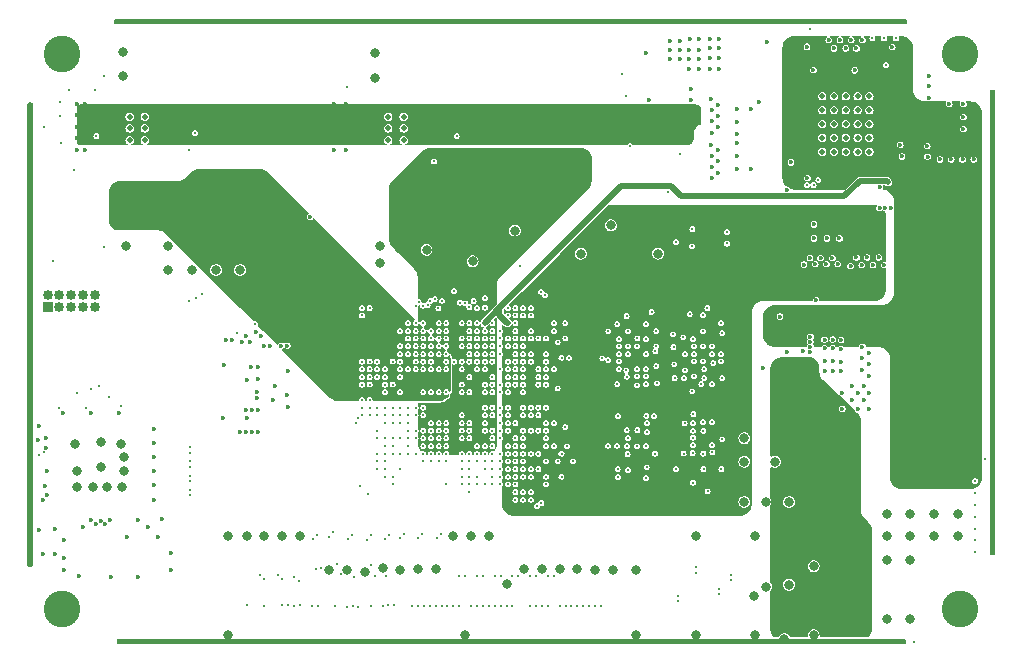
<source format=gbr>
%TF.GenerationSoftware,KiCad,Pcbnew,7.99.0-2419-g7f14b70ac3*%
%TF.CreationDate,2023-09-02T02:09:11+02:00*%
%TF.ProjectId,DQBSC,44514253-432e-46b6-9963-61645f706362,rev?*%
%TF.SameCoordinates,Original*%
%TF.FileFunction,Copper,L4,Inr*%
%TF.FilePolarity,Positive*%
%FSLAX46Y46*%
G04 Gerber Fmt 4.6, Leading zero omitted, Abs format (unit mm)*
G04 Created by KiCad (PCBNEW 7.99.0-2419-g7f14b70ac3) date 2023-09-02 02:09:11*
%MOMM*%
%LPD*%
G01*
G04 APERTURE LIST*
%TA.AperFunction,ComponentPad*%
%ADD10R,0.850000X0.850000*%
%TD*%
%TA.AperFunction,ComponentPad*%
%ADD11O,0.850000X0.850000*%
%TD*%
%TA.AperFunction,ComponentPad*%
%ADD12C,0.500000*%
%TD*%
%TA.AperFunction,ComponentPad*%
%ADD13C,3.100000*%
%TD*%
%TA.AperFunction,ViaPad*%
%ADD14C,0.300000*%
%TD*%
%TA.AperFunction,ViaPad*%
%ADD15C,0.800000*%
%TD*%
%TA.AperFunction,ViaPad*%
%ADD16C,0.360000*%
%TD*%
%TA.AperFunction,Conductor*%
%ADD17C,0.500000*%
%TD*%
G04 APERTURE END LIST*
D10*
%TO.N,Net-(J2-Pin_1)*%
%TO.C,J2*%
X60309281Y-102983614D03*
D11*
%TO.N,JTAG_TMS*%
X60309281Y-101983614D03*
%TO.N,GND*%
X61309281Y-102983614D03*
%TO.N,JTAG_TCK*%
X61309281Y-101983614D03*
%TO.N,GND*%
X62309281Y-102983614D03*
%TO.N,JTAG_TDO*%
X62309281Y-101983614D03*
%TO.N,Net-(J2-Pin_7)*%
X63309281Y-102983614D03*
%TO.N,JTAG_TDI*%
X63309281Y-101983614D03*
%TO.N,Net-(J2-Pin_9)*%
X64309281Y-102983614D03*
%TO.N,Net-(D2-K)*%
X64309281Y-101983614D03*
%TD*%
D12*
%TO.N,GND*%
%TO.C,U9*%
X67245000Y-86845000D03*
X67245000Y-87845000D03*
X67245000Y-88845000D03*
X68545000Y-86845000D03*
X68545000Y-87845000D03*
X68545000Y-88845000D03*
%TD*%
D13*
%TO.N,Net-(C4-Pad1)*%
%TO.C,H3*%
X61565481Y-81545014D03*
%TD*%
%TO.N,Net-(C3-Pad1)*%
%TO.C,H1*%
X137565481Y-81545014D03*
%TD*%
%TO.N,Net-(C5-Pad1)*%
%TO.C,H2*%
X61565481Y-128545014D03*
%TD*%
D12*
%TO.N,GND*%
%TO.C,U8*%
X125893462Y-85120028D03*
X125893462Y-86295028D03*
X125893462Y-87470028D03*
X125893462Y-88645028D03*
X125893462Y-89820028D03*
X126893462Y-85120028D03*
X126893462Y-86295028D03*
X126893462Y-87470028D03*
X126893462Y-88645028D03*
X126893462Y-89820028D03*
X127893462Y-85120028D03*
X127893462Y-86295028D03*
X127893462Y-87470028D03*
X127893462Y-88645028D03*
X127893462Y-89820028D03*
X128893462Y-85120028D03*
X128893462Y-86295028D03*
X128893462Y-87470028D03*
X128893462Y-88645028D03*
X128893462Y-89820028D03*
X129893462Y-85120028D03*
X129893462Y-86295028D03*
X129893462Y-87470028D03*
X129893462Y-88645028D03*
X129893462Y-89820028D03*
%TD*%
D13*
%TO.N,Net-(C6-Pad1)*%
%TO.C,H4*%
X137565481Y-128545014D03*
%TD*%
D12*
%TO.N,GND*%
%TO.C,U10*%
X89154000Y-86845000D03*
X89154000Y-87845000D03*
X89154000Y-88845000D03*
X90454000Y-86845000D03*
X90454000Y-87845000D03*
X90454000Y-88845000D03*
%TD*%
D14*
%TO.N,*%
X102520000Y-108230400D03*
%TO.N,GND*%
X140318681Y-120409414D03*
X58693462Y-96720028D03*
X88665481Y-128255014D03*
D15*
X66711000Y-83434000D03*
D14*
X62585000Y-91330400D03*
X114895000Y-110101400D03*
D16*
X128793462Y-98770028D03*
X116543462Y-92057528D03*
D14*
X96020000Y-108880400D03*
X104693462Y-78720028D03*
D16*
X129893462Y-110220028D03*
D14*
X72685081Y-131376614D03*
D16*
X122943462Y-106770028D03*
D14*
X58683081Y-92902214D03*
X140343462Y-108370028D03*
D16*
X126443462Y-80370028D03*
D14*
X58693462Y-101720028D03*
X92770000Y-112780400D03*
X71693462Y-78720028D03*
X62120000Y-84630400D03*
X111776400Y-106730000D03*
D15*
X88047000Y-81461000D03*
D14*
X140343462Y-104370028D03*
D16*
X130193462Y-99420028D03*
D14*
X117435000Y-105148400D03*
D15*
X95665481Y-130745014D03*
D16*
X134818462Y-90225028D03*
D14*
X140318681Y-114409414D03*
X89520000Y-111480400D03*
X103495000Y-105955400D03*
X91470000Y-107580400D03*
X101220000Y-104980400D03*
D15*
X125165481Y-124900514D03*
X137365481Y-120520028D03*
D14*
X100570000Y-108880400D03*
D16*
X135870000Y-90470400D03*
D15*
X108165481Y-125233014D03*
D14*
X96020000Y-116030400D03*
X140318681Y-117409414D03*
X99270000Y-110180400D03*
X140318681Y-122409414D03*
X92120000Y-108230400D03*
X140343462Y-101415014D03*
X140320000Y-85230400D03*
X129693462Y-131370028D03*
X140320000Y-89430400D03*
D15*
X115165481Y-122345014D03*
D14*
X58693462Y-97720028D03*
X88693462Y-131370028D03*
X99270000Y-111480400D03*
X106165481Y-128255014D03*
X96020000Y-107580400D03*
D15*
X121093462Y-119470028D03*
D16*
X129243462Y-99420028D03*
D14*
X90693462Y-78720028D03*
X97320000Y-113430400D03*
X58683081Y-93902214D03*
X91693462Y-78720028D03*
D16*
X61730962Y-124220028D03*
D14*
X108923000Y-83253014D03*
X138843462Y-120720028D03*
X97320000Y-109530400D03*
X132138591Y-80221514D03*
X58693462Y-122720028D03*
X58693462Y-98720028D03*
X122693462Y-78720028D03*
X97320000Y-112130400D03*
X58693462Y-117720028D03*
X86693462Y-131370028D03*
D16*
X124855962Y-98820028D03*
D15*
X137365481Y-122395014D03*
D14*
X114133000Y-105529400D03*
X80693462Y-131370028D03*
X110196000Y-109593400D03*
X140320000Y-86230400D03*
D16*
X128343462Y-80370028D03*
D15*
X96165481Y-122345014D03*
D14*
X116693462Y-131370028D03*
D15*
X106665481Y-125233014D03*
D14*
X88220000Y-114080400D03*
X123693462Y-78720028D03*
X95693462Y-78720028D03*
D16*
X79100000Y-106225000D03*
D14*
X87693462Y-131370028D03*
X131693462Y-131370028D03*
X117844700Y-97588400D03*
X58693462Y-120720028D03*
X101220000Y-103680400D03*
D16*
X127593462Y-111570028D03*
D14*
X127693462Y-131370028D03*
X90820000Y-114080400D03*
X115784000Y-107561400D03*
X92770000Y-108230400D03*
X58683081Y-86902214D03*
D15*
X115165481Y-130745014D03*
D16*
X117043462Y-90607528D03*
X124878462Y-106733429D03*
X136825000Y-90470400D03*
D14*
X96020000Y-104330400D03*
D15*
X66818462Y-115670028D03*
D14*
X138843462Y-121720028D03*
X119693462Y-131370028D03*
X58683081Y-90902214D03*
X90170000Y-106930400D03*
D16*
X128893462Y-110220028D03*
D14*
X101870000Y-113430400D03*
D15*
X96290481Y-99095014D03*
D14*
X101870000Y-108880400D03*
X99270000Y-114730400D03*
X108545000Y-109466400D03*
X129621481Y-78747814D03*
D15*
X97665481Y-122345014D03*
D16*
X127393462Y-80370028D03*
D14*
X132693462Y-131370028D03*
X130693462Y-131370028D03*
X93420000Y-104330400D03*
X140343462Y-107370028D03*
X140343462Y-112370028D03*
X85693462Y-78720028D03*
D15*
X92390481Y-98120014D03*
D14*
X102520000Y-116030400D03*
X114937279Y-105665169D03*
D15*
X131365481Y-129395014D03*
D14*
X125621481Y-78747814D03*
X118693462Y-131370028D03*
D16*
X117043462Y-87757528D03*
D14*
X114693462Y-78720028D03*
D15*
X64793462Y-116470028D03*
D14*
X124863462Y-79445014D03*
D16*
X70780962Y-123820028D03*
D14*
X79693462Y-78720028D03*
D16*
X126255962Y-99320028D03*
D14*
X89520000Y-117330400D03*
D15*
X66711000Y-81334000D03*
X123093462Y-126470028D03*
D14*
X108672000Y-107561400D03*
D15*
X88665481Y-125080400D03*
X102165481Y-125106014D03*
D14*
X140343462Y-105370028D03*
X58693462Y-107720028D03*
X87420000Y-118780400D03*
X99920000Y-107580400D03*
X117693462Y-78720028D03*
X103693462Y-131370028D03*
X140343462Y-90370028D03*
X109693462Y-131370028D03*
D15*
X108005000Y-96043000D03*
D14*
X140320000Y-88630400D03*
X96670000Y-117330400D03*
D16*
X77100000Y-113525000D03*
X124878462Y-105896627D03*
D14*
X72693462Y-78720028D03*
D16*
X62930962Y-125720028D03*
D15*
X65365481Y-118245014D03*
D14*
X94070000Y-114730400D03*
X140318681Y-123409414D03*
D16*
X129893462Y-106820028D03*
D14*
X92120000Y-112130400D03*
X91470000Y-104330400D03*
X97320000Y-111480400D03*
X95370000Y-109530400D03*
X140343462Y-92370028D03*
X109327626Y-103711393D03*
D15*
X62815481Y-118195014D03*
D16*
X131818462Y-80965028D03*
X126893462Y-81070028D03*
D14*
X96693462Y-131370028D03*
D15*
X66818462Y-116870028D03*
D14*
X89693462Y-78720028D03*
X96020000Y-110180400D03*
D16*
X124893462Y-106320028D03*
D14*
X97320000Y-114730400D03*
D16*
X131205962Y-94570028D03*
D14*
X68693462Y-78720028D03*
D16*
X128655962Y-82920028D03*
D14*
X58693462Y-95720028D03*
X92693462Y-131370028D03*
X86770000Y-118080400D03*
D15*
X100665481Y-125106014D03*
D16*
X134793462Y-89325028D03*
D14*
X99920000Y-105630400D03*
X86693462Y-78720028D03*
D15*
X105165481Y-125106014D03*
D16*
X124243462Y-106720028D03*
D14*
X90170000Y-108880400D03*
X99270000Y-108880400D03*
X113515481Y-97470014D03*
D15*
X88490481Y-97795014D03*
D14*
X99270000Y-117980400D03*
D15*
X110165481Y-125233014D03*
D14*
X58693462Y-102720028D03*
D15*
X99165210Y-126444400D03*
D16*
X130693462Y-98770028D03*
X82540000Y-95310400D03*
D14*
X130138591Y-80221514D03*
D16*
X69993462Y-120920028D03*
X128793462Y-81070028D03*
X75200000Y-112375000D03*
D15*
X110165481Y-130745014D03*
D16*
X127893462Y-81070028D03*
D14*
X58693462Y-116720028D03*
D16*
X80100000Y-106225000D03*
D14*
X107783000Y-105021400D03*
D16*
X129393462Y-109620028D03*
D14*
X140343462Y-100415014D03*
X97970000Y-114080400D03*
X97970000Y-113430400D03*
X113371000Y-107815400D03*
X92665481Y-128255014D03*
X58693462Y-112720028D03*
D16*
X131143462Y-99420028D03*
D14*
X87570000Y-103030400D03*
X95370000Y-110180400D03*
D15*
X85665481Y-125230400D03*
D14*
X89693462Y-131370028D03*
D16*
X78600000Y-106225000D03*
D15*
X64815481Y-114395014D03*
D16*
X117043462Y-89707528D03*
D14*
X104693462Y-131370028D03*
X95693462Y-131370028D03*
D15*
X119293462Y-114070028D03*
D16*
X138720000Y-90470400D03*
D15*
X125165481Y-130770028D03*
D14*
X116546000Y-109466400D03*
D16*
X129693462Y-98770028D03*
D15*
X133365481Y-129395014D03*
D16*
X124355962Y-99370028D03*
D14*
X124693462Y-131370028D03*
D16*
X65680962Y-125820028D03*
D14*
X140318681Y-121409414D03*
X86165481Y-128255014D03*
X116673000Y-107688400D03*
X88870000Y-112780400D03*
X100570000Y-103680400D03*
X58693462Y-99720028D03*
D15*
X133365481Y-122395014D03*
D14*
X94070000Y-110180400D03*
X76693462Y-131370028D03*
X58683081Y-91902214D03*
X123693462Y-131370028D03*
X104665481Y-128255014D03*
D16*
X125755962Y-98820028D03*
D15*
X93165481Y-125180400D03*
D14*
X113693462Y-131370028D03*
X58683081Y-85902214D03*
X77165481Y-128230400D03*
D15*
X122693462Y-131070028D03*
D14*
X140343462Y-93370028D03*
X58683081Y-87902214D03*
D16*
X129893462Y-107820028D03*
D14*
X58693462Y-100720028D03*
X117693462Y-131370028D03*
D15*
X99865481Y-96495014D03*
D14*
X105693462Y-78720028D03*
X140343462Y-110370028D03*
X138843462Y-119720028D03*
X70685081Y-131376614D03*
X83693462Y-131370028D03*
X99270000Y-117330400D03*
X93693462Y-131370028D03*
X140343462Y-102370028D03*
X100570000Y-113430400D03*
X100693462Y-131370028D03*
X94693462Y-131370028D03*
D15*
X88047000Y-83561000D03*
D14*
X120693462Y-131370028D03*
X58693462Y-119720028D03*
X101220000Y-118630400D03*
D16*
X63330962Y-121620028D03*
X126755962Y-98820028D03*
X60943462Y-123870028D03*
D14*
X138843462Y-123720028D03*
D16*
X129893462Y-108820028D03*
D14*
X58693462Y-109720028D03*
X94070000Y-112780400D03*
D16*
X117043462Y-85857528D03*
D15*
X123093462Y-119470028D03*
D14*
X83693462Y-78720028D03*
X108672000Y-106291400D03*
D16*
X120565481Y-85577528D03*
D14*
X94693462Y-78720028D03*
D15*
X84165481Y-125230400D03*
D14*
X140343462Y-113370028D03*
X87693462Y-78720028D03*
X58693462Y-103720028D03*
D15*
X135365481Y-122395014D03*
D14*
X85620000Y-84370400D03*
D15*
X131365481Y-120520028D03*
D14*
X101665481Y-128255014D03*
X60779281Y-99043614D03*
D16*
X67930962Y-125820028D03*
X116543462Y-91107528D03*
X116493462Y-89207528D03*
D14*
X120693462Y-78720028D03*
X75693462Y-131370028D03*
D16*
X77546846Y-108071846D03*
D14*
X102520000Y-114730400D03*
X140318681Y-116409414D03*
X77693462Y-78720028D03*
X82693462Y-131370028D03*
X98693462Y-131370028D03*
D15*
X88448623Y-99252496D03*
D14*
X92120000Y-114730400D03*
X81693462Y-78720028D03*
X131621481Y-78747814D03*
D16*
X117043462Y-86757528D03*
D14*
X115784000Y-103624400D03*
X75693462Y-78720028D03*
X97693462Y-131370028D03*
X140318681Y-119409414D03*
X108693462Y-131370028D03*
D16*
X128293462Y-99470028D03*
D14*
X108693462Y-78720028D03*
D16*
X69630962Y-122420028D03*
D14*
X93420000Y-110180400D03*
X86920000Y-103680400D03*
X140343462Y-103370028D03*
X94070000Y-108230400D03*
D16*
X132505962Y-89220028D03*
D14*
X110693462Y-131370028D03*
X140343462Y-109370028D03*
X101693462Y-131370028D03*
X88220000Y-111480400D03*
X102693462Y-131370028D03*
D15*
X70509481Y-99833014D03*
D16*
X128893462Y-111570028D03*
X123255962Y-90720028D03*
D14*
X64320000Y-84630400D03*
X97320000Y-110180400D03*
D16*
X137780000Y-90470400D03*
X124893462Y-105470028D03*
D14*
X91470000Y-114080400D03*
X90820000Y-111480400D03*
D15*
X105455000Y-98443000D03*
D14*
X73693462Y-78720028D03*
D16*
X116543462Y-88207528D03*
D14*
X90170000Y-104980400D03*
X97970000Y-104330400D03*
X108626800Y-112216400D03*
X111847000Y-104975900D03*
X90170000Y-106280400D03*
X78693462Y-131370028D03*
D16*
X121193462Y-80497528D03*
X134893462Y-84277528D03*
X134893462Y-83377528D03*
D14*
X78665481Y-128255014D03*
D16*
X129893462Y-111570028D03*
D14*
X99693462Y-78720028D03*
D15*
X112005000Y-98443000D03*
D14*
X66693462Y-78720028D03*
D15*
X135365481Y-120520028D03*
D16*
X130755962Y-94570028D03*
D14*
X140343462Y-111370028D03*
D16*
X120868462Y-108170028D03*
D14*
X58693462Y-114720028D03*
D15*
X119293462Y-119470028D03*
X103665481Y-125106014D03*
D14*
X138843462Y-122720028D03*
D15*
X62615481Y-114545014D03*
D14*
X103693462Y-78720028D03*
X92770000Y-114730400D03*
X67693462Y-78720028D03*
D15*
X76605481Y-99833014D03*
D14*
X70693462Y-78720028D03*
X69693462Y-78720028D03*
X115693462Y-78720028D03*
X83165481Y-128255014D03*
X101220000Y-117330400D03*
X105693462Y-131370028D03*
X112693462Y-78720028D03*
D16*
X124643462Y-92050028D03*
D14*
X99270000Y-112130400D03*
X74693462Y-78720028D03*
X93420000Y-108230400D03*
D15*
X120143462Y-127470028D03*
X133365481Y-124395014D03*
X75590481Y-122345014D03*
D14*
X98693462Y-78720028D03*
X109615481Y-89345014D03*
D16*
X66993462Y-122420028D03*
D15*
X87170000Y-125430400D03*
D14*
X61480000Y-89055400D03*
X92770000Y-107580400D03*
X92120000Y-106930400D03*
X99270000Y-103030400D03*
D15*
X90165481Y-125230400D03*
D14*
X67685081Y-131376614D03*
X96670000Y-114730400D03*
D15*
X75590481Y-130745014D03*
D14*
X61320000Y-86830400D03*
X106693462Y-131370028D03*
D16*
X122318462Y-103770028D03*
D14*
X58693462Y-104720028D03*
D16*
X116543462Y-87257528D03*
D14*
X88870000Y-109530400D03*
X111847000Y-107942400D03*
X122693462Y-131370028D03*
X140343462Y-94370028D03*
X116693462Y-78720028D03*
X100332219Y-99461752D03*
X93420000Y-114730400D03*
X113693462Y-78720028D03*
D15*
X120165481Y-130745014D03*
D14*
X93420000Y-112780400D03*
X114693462Y-131370028D03*
X100570000Y-109530400D03*
X101220000Y-112130400D03*
X99693462Y-131370028D03*
X89520000Y-107580400D03*
D16*
X128393462Y-109620028D03*
X131705962Y-94570028D03*
D14*
X68685081Y-131376614D03*
D15*
X80165481Y-122345014D03*
D14*
X99270000Y-103680400D03*
X97970000Y-114730400D03*
X100693462Y-78720028D03*
D15*
X119293462Y-116070028D03*
D14*
X140343462Y-106370028D03*
X101693462Y-78720028D03*
X96020000Y-112780400D03*
D16*
X70780962Y-125220028D03*
D14*
X117434996Y-108958400D03*
X97970000Y-107580400D03*
X92120000Y-111480400D03*
D15*
X133365481Y-120520028D03*
D16*
X116493462Y-85357528D03*
D14*
X139643462Y-115870028D03*
X97970000Y-117330400D03*
X130621481Y-78747814D03*
D16*
X61730962Y-125220028D03*
D14*
X58693462Y-110720028D03*
D15*
X91670000Y-125130400D03*
D14*
X100570000Y-116680400D03*
X101220000Y-107580400D03*
X95370000Y-117980400D03*
X99920000Y-114080400D03*
X99270000Y-115380400D03*
D16*
X79600000Y-109625000D03*
D14*
X90693462Y-131370028D03*
X102693462Y-78720028D03*
D15*
X131365481Y-124395014D03*
D14*
X131138591Y-80221514D03*
X140320000Y-87830400D03*
D16*
X116543462Y-90157528D03*
D14*
X58693462Y-115720028D03*
D16*
X68843462Y-121620028D03*
D14*
X140343462Y-95370028D03*
D16*
X127593462Y-110220028D03*
D14*
X107693462Y-78720028D03*
D16*
X78100000Y-113525000D03*
D14*
X131313462Y-82495014D03*
D15*
X72541481Y-99833014D03*
D14*
X84665481Y-128255014D03*
X91693462Y-131370028D03*
D16*
X125305962Y-99320028D03*
D14*
X82693462Y-78720028D03*
X58683081Y-88902214D03*
X99920000Y-116680400D03*
D16*
X122880000Y-93030400D03*
D14*
X109693462Y-78720028D03*
X111693462Y-78720028D03*
X117308000Y-106926400D03*
X69685081Y-131376614D03*
D16*
X129293462Y-80370028D03*
D14*
X121693462Y-78720028D03*
X126621481Y-78747814D03*
X128621481Y-78747814D03*
D15*
X121165481Y-126645014D03*
D14*
X88693462Y-78720028D03*
X121693462Y-131370028D03*
X102520000Y-111480400D03*
X100570000Y-118630400D03*
X77693462Y-131370028D03*
X93693462Y-78720028D03*
X117844700Y-96638400D03*
X61320000Y-85630400D03*
X140318681Y-115409414D03*
X91470000Y-108230400D03*
D16*
X129293462Y-107320028D03*
D14*
X91165481Y-128255014D03*
X140320000Y-87030400D03*
X133693462Y-131370028D03*
D16*
X116543462Y-86307528D03*
D14*
X59965481Y-87745014D03*
D16*
X61730962Y-122720028D03*
D14*
X80693462Y-78720028D03*
X124621481Y-78747814D03*
X107693462Y-131370028D03*
D15*
X81665481Y-122345014D03*
D14*
X138843462Y-117720028D03*
X127621481Y-78747814D03*
X111693462Y-131370028D03*
D15*
X131365481Y-122395014D03*
X94665481Y-122345014D03*
D16*
X80700000Y-111425000D03*
D14*
X78693462Y-78720028D03*
X76693462Y-78720028D03*
X107275000Y-107307400D03*
X89520000Y-112780400D03*
X79693462Y-131370028D03*
X71685081Y-131376614D03*
X84693462Y-131370028D03*
D15*
X121893462Y-116070028D03*
D14*
X58693462Y-113720028D03*
X97693462Y-78720028D03*
X115693462Y-131370028D03*
X90170000Y-111480400D03*
D15*
X64165481Y-118245014D03*
D14*
X58693462Y-121720028D03*
D15*
X74573481Y-99833014D03*
D16*
X129293462Y-108320028D03*
D14*
X140318681Y-118409414D03*
X113303000Y-106374200D03*
X132621481Y-78747814D03*
D15*
X66953481Y-97801014D03*
D14*
X110243000Y-105624200D03*
X91470000Y-113430400D03*
X58683081Y-94902214D03*
D16*
X80600000Y-106225000D03*
D14*
X65120000Y-83430400D03*
X112693462Y-131370028D03*
X58683081Y-89902214D03*
X92120000Y-107580400D03*
D15*
X77165481Y-122345014D03*
D14*
X58693462Y-111720028D03*
X106693462Y-78720028D03*
X96693462Y-78720028D03*
X92120000Y-110180400D03*
X115657000Y-109466400D03*
D16*
X129293462Y-106320028D03*
D14*
X97165481Y-128255014D03*
X81665481Y-128230400D03*
X110196000Y-108196400D03*
X110693462Y-78720028D03*
D15*
X66565481Y-114545014D03*
D14*
X58693462Y-124720028D03*
D16*
X127205962Y-99320028D03*
D14*
X90170000Y-110180400D03*
X119693462Y-78720028D03*
X58693462Y-123720028D03*
X94165481Y-128255014D03*
D16*
X117043462Y-91607528D03*
D14*
X58693462Y-108720028D03*
X109290481Y-85120014D03*
X99270000Y-108230400D03*
X99270000Y-112780400D03*
X58693462Y-105720028D03*
D16*
X80650000Y-108375000D03*
D14*
X80165481Y-128230400D03*
X95370000Y-112780400D03*
X84693462Y-78720028D03*
X118693462Y-78720028D03*
X99270000Y-109530400D03*
D16*
X134893462Y-85277528D03*
D15*
X78665481Y-122345014D03*
D14*
X92693462Y-78720028D03*
D15*
X66615481Y-118245014D03*
D14*
X98665481Y-128255014D03*
X138843462Y-118720028D03*
X97320000Y-112780400D03*
X66685081Y-131376614D03*
D15*
X62793462Y-116870028D03*
D14*
X100570000Y-112130400D03*
D16*
X129393462Y-110870028D03*
D14*
X74685081Y-131376614D03*
X81693462Y-131370028D03*
D15*
X120165481Y-122345014D03*
D14*
X73685081Y-131376614D03*
X91470000Y-111480400D03*
D15*
X70509481Y-97801014D03*
D14*
X95370000Y-108230400D03*
X58693462Y-118720028D03*
X101870000Y-112130400D03*
X58693462Y-106720028D03*
X85693462Y-131370028D03*
D16*
X128393462Y-110870028D03*
D14*
X140343462Y-91370028D03*
%TO.N,GBE0_MDI3_N*%
X72330962Y-118895028D03*
%TO.N,GBE0_MDI3_P*%
X72330962Y-118445028D03*
D16*
%TO.N,/IO/LED0*%
X64793462Y-121120028D03*
%TO.N,/IO/LED1*%
X64393462Y-121370028D03*
D14*
%TO.N,GBE0_MDI2_N*%
X72330962Y-117695028D03*
%TO.N,GBE0_MDI2_P*%
X72330962Y-117245028D03*
%TO.N,/MPU/VDDA_0P9*%
X97970000Y-108880400D03*
%TO.N,GBE0_MDI1_N*%
X72330962Y-116495028D03*
%TO.N,GBE0_MDI1_P*%
X72330962Y-116045028D03*
%TO.N,GBE0_MDI0_N*%
X72330962Y-115295028D03*
%TO.N,GBE0_MDI0_P*%
X72330962Y-114845028D03*
D16*
%TO.N,3.3V_SW*%
X115420981Y-82803014D03*
X137393462Y-116245028D03*
X133918462Y-108895028D03*
X128693462Y-84407528D03*
X134918462Y-110895028D03*
X115420981Y-82003014D03*
X136918462Y-109895028D03*
X133918462Y-106895028D03*
X131918462Y-109895028D03*
X127493462Y-90557528D03*
X130843462Y-85470028D03*
X129493462Y-84407528D03*
X115420981Y-81203014D03*
X138918462Y-112895028D03*
X133393462Y-117245028D03*
X137918462Y-113895028D03*
X137918462Y-110895028D03*
X138918462Y-111895028D03*
X130843462Y-90557528D03*
X125383462Y-102345028D03*
X134393462Y-116245028D03*
X124893462Y-89670028D03*
X138918462Y-113895028D03*
X113820981Y-81203014D03*
X132918462Y-110895028D03*
X117156481Y-82775014D03*
X123193462Y-80497528D03*
X135918462Y-106895028D03*
X127638838Y-84403766D03*
X135918462Y-107895028D03*
X133918462Y-109895028D03*
X133393462Y-115245028D03*
X138918462Y-109895028D03*
X132393462Y-115245028D03*
D14*
X112865481Y-93245014D03*
D16*
X136918462Y-107895028D03*
X116356481Y-81075014D03*
X134918462Y-106895028D03*
X131918462Y-107895028D03*
X135393462Y-117245028D03*
X130843462Y-87057528D03*
X117156481Y-80275014D03*
X122893462Y-105770028D03*
X113820981Y-82003014D03*
X131918462Y-108895028D03*
X136918462Y-110895028D03*
X136393462Y-117245028D03*
X116356481Y-81875014D03*
X113020981Y-80403014D03*
X115467481Y-80275014D03*
X113020981Y-82003014D03*
X137918462Y-109895028D03*
X124893462Y-88070028D03*
X136918462Y-108895028D03*
X136393462Y-116245028D03*
X131918462Y-110895028D03*
X130843462Y-87670028D03*
X135393462Y-116245028D03*
X129893462Y-90557528D03*
X125793462Y-84420028D03*
X124893462Y-87357528D03*
X138918462Y-107895028D03*
X114620981Y-81203014D03*
X137918462Y-107895028D03*
X113020981Y-81203014D03*
X134393462Y-115245028D03*
X137918462Y-112895028D03*
X129093462Y-90557528D03*
X117156481Y-81075014D03*
X131918462Y-106895028D03*
X137393462Y-117245028D03*
X137918462Y-108895028D03*
X116356481Y-82775014D03*
X132393462Y-116245028D03*
X116356481Y-80275014D03*
X117156481Y-81875014D03*
X130840643Y-89870028D03*
X124893462Y-85870028D03*
X114620981Y-82803014D03*
X114705481Y-80275014D03*
X134918462Y-108895028D03*
X135393462Y-115245028D03*
X121368462Y-103770028D03*
X126693462Y-84407528D03*
X136393462Y-115245028D03*
X128293462Y-90557528D03*
X126693462Y-90553941D03*
X132918462Y-108895028D03*
X138918462Y-108895028D03*
X135918462Y-110895028D03*
X135918462Y-109895028D03*
D14*
X114907200Y-96338400D03*
D16*
X130840643Y-89070028D03*
X136918462Y-106895028D03*
X137393462Y-115245028D03*
X132393462Y-117245028D03*
X134918462Y-107895028D03*
X133918462Y-107895028D03*
X134393462Y-117245028D03*
X124893462Y-86670028D03*
X130643462Y-84407528D03*
X132918462Y-109895028D03*
X124893462Y-88870028D03*
X133918462Y-110895028D03*
X125893462Y-90557528D03*
X137918462Y-111895028D03*
X132918462Y-106895028D03*
X138918462Y-110895028D03*
X137918462Y-106895028D03*
X135918462Y-108895028D03*
X130843462Y-86270028D03*
X134918462Y-109895028D03*
X113820981Y-80403014D03*
X130840643Y-88470028D03*
X133393462Y-116245028D03*
X114620981Y-82003014D03*
X125093462Y-90557528D03*
X132918462Y-107895028D03*
X138918462Y-106895028D03*
D14*
%TO.N,Net-(U3A-ZQ0)*%
X111440925Y-103375146D03*
%TO.N,I2C1_SCL*%
X89520000Y-114730400D03*
%TO.N,I2C1_SDA*%
X89520000Y-114080400D03*
%TO.N,I2C2_SCL*%
X90820000Y-115380400D03*
%TO.N,I2C2_SDA*%
X90170000Y-115380400D03*
%TO.N,I2C3_SCL*%
X90820000Y-114730400D03*
%TO.N,I2C3_SDA*%
X90170000Y-114080400D03*
%TO.N,Net-(U3A-ODT_CA_A)*%
X108672000Y-108196400D03*
%TO.N,Net-(U3A-ODT_CA_B)*%
X109439600Y-114045200D03*
%TO.N,UART2_TXD*%
X88870000Y-115380400D03*
X85640000Y-128340400D03*
%TO.N,UART2_RXD*%
X85125610Y-125573187D03*
%TO.N,UART1_TXD*%
X83045000Y-125180400D03*
%TO.N,UART1_RXD*%
X82665481Y-128255014D03*
X88220000Y-115380400D03*
D16*
%TO.N,/IO/ENET_2.5V_A*%
X69343462Y-115670028D03*
X69343462Y-119270028D03*
X69343462Y-116870028D03*
D14*
%TO.N,USB2_RX_N*%
X81556777Y-126147177D03*
%TO.N,USB2_RX_P*%
X81203223Y-125793623D03*
%TO.N,USB2_TX_N*%
X80186777Y-125987177D03*
%TO.N,USB2_TX_P*%
X79833223Y-125633623D03*
%TO.N,USB2_DP*%
X78263223Y-125633623D03*
D16*
%TO.N,VDD_1V*%
X61593462Y-111920028D03*
X69343462Y-113270028D03*
D14*
%TO.N,UART3_RXD*%
X84820000Y-124760400D03*
%TO.N,UART3_TXD*%
X83445000Y-125055400D03*
%TO.N,UART4_RXD*%
X88220000Y-116030400D03*
%TO.N,NVCC_DRAM_1V1*%
X111878000Y-112775200D03*
X100570000Y-112780400D03*
X101220000Y-117980400D03*
X109388800Y-117347200D03*
D16*
X128193462Y-97157528D03*
D14*
X114207000Y-117353000D03*
X113445000Y-117302200D03*
D16*
X129243462Y-97157528D03*
D14*
X111974000Y-108831400D03*
X115784000Y-104386400D03*
X100570000Y-104330400D03*
X115657000Y-110101400D03*
X107783000Y-108196400D03*
X101870000Y-110180400D03*
X112487600Y-106831600D03*
X101220000Y-114080400D03*
X101870000Y-116030400D03*
X109434000Y-107561400D03*
X101220000Y-106280400D03*
X114133000Y-106291400D03*
X99920000Y-112130400D03*
X107864800Y-116026400D03*
X111878500Y-116641800D03*
X109439600Y-112064000D03*
X113423146Y-114067054D03*
X112276600Y-115371800D03*
X113548400Y-115979600D03*
X111847000Y-104386400D03*
X101220000Y-108880400D03*
X114260000Y-104259400D03*
X107915600Y-112826000D03*
X101870000Y-106280400D03*
X113323912Y-108404900D03*
X101220000Y-108230400D03*
X100570000Y-117980400D03*
X107783000Y-105656400D03*
X110760400Y-118109200D03*
X99920000Y-110180400D03*
X110303200Y-114096000D03*
X109434000Y-104386400D03*
X101220000Y-104330400D03*
X110504387Y-103467404D03*
X101220000Y-114730400D03*
X109434000Y-109593400D03*
X115680200Y-114660600D03*
D16*
X130343462Y-95957528D03*
X130343462Y-97157528D03*
D14*
X113244000Y-107180400D03*
X101220000Y-116030400D03*
X115799033Y-111402882D03*
X99920000Y-111480400D03*
X112482000Y-106291400D03*
D16*
X132648462Y-90220028D03*
D14*
X107783000Y-109593400D03*
X115843000Y-117374200D03*
X113452800Y-112826000D03*
X115784000Y-106926400D03*
X108654088Y-111622900D03*
%TO.N,DRAM_DQ21*%
X99920000Y-119280400D03*
X111717800Y-115371800D03*
%TO.N,DRAM_DQ19*%
X103495000Y-116030400D03*
X108525200Y-114705600D03*
%TO.N,DRAM_DQ25*%
X117356600Y-116692600D03*
X99920000Y-117330400D03*
%TO.N,DRAM_DQ24*%
X116188200Y-118572200D03*
X100570000Y-117330400D03*
%TO.N,Net-(U1A-MIPI_VDD1)*%
X89520000Y-109530400D03*
%TO.N,DRAM_DQ26*%
X99920000Y-117980400D03*
X116594600Y-115270200D03*
%TO.N,DRAM_DQ28*%
X114969000Y-114660600D03*
X100570000Y-114730400D03*
%TO.N,DRAM_DQ27*%
X99920000Y-116030400D03*
X116543800Y-114660600D03*
%TO.N,DRAM_DQ30*%
X100570000Y-115380400D03*
X114969000Y-117824200D03*
%TO.N,DRAM_DQ15*%
X113244000Y-105275400D03*
X100570000Y-108230400D03*
%TO.N,DRAM_DQ12*%
X100570000Y-107580400D03*
X114260000Y-106926400D03*
%TO.N,DRAM_DQ14*%
X114672000Y-103580400D03*
X100570000Y-106930400D03*
%TO.N,DRAM_DQ11*%
X116546000Y-106926400D03*
X99920000Y-106280400D03*
%TO.N,DRAM_DQ9*%
X117339000Y-104342400D03*
X99920000Y-104980400D03*
%TO.N,DRAM_DQ10*%
X99920000Y-104330400D03*
X116546000Y-106291400D03*
%TO.N,DRAM_DQ4*%
X99920000Y-103680400D03*
X110958000Y-106926400D03*
%TO.N,DRAM_DQ6*%
X100570000Y-103030400D03*
X110958000Y-105656400D03*
%TO.N,DRAM_DQ22*%
X100570000Y-119280400D03*
X111032000Y-116540200D03*
%TO.N,DRAM_DQ23*%
X110963600Y-117429200D03*
X101220000Y-119280400D03*
%TO.N,DRAM_DQS3_P*%
X101220000Y-116680400D03*
X115832600Y-115371800D03*
%TO.N,DRAM_DM3*%
X100570000Y-116030400D03*
X115843000Y-116674200D03*
%TO.N,DRAMREF*%
X100570000Y-110180400D03*
%TO.N,DRAM_DQ13*%
X101220000Y-106930400D03*
X115022000Y-106926400D03*
%TO.N,DRAM_DM1*%
X100570000Y-106280400D03*
X115784000Y-105021400D03*
%TO.N,DRAM_DQS1_P*%
X101220000Y-105630400D03*
X115784000Y-106291400D03*
%TO.N,DRAM_DQ8*%
X100570000Y-105630400D03*
X116170000Y-103030400D03*
%TO.N,DRAM_DQ7*%
X110958000Y-104386400D03*
X101220000Y-103030400D03*
%TO.N,DRAM_DQS2_N*%
X101761000Y-119791400D03*
X110193800Y-114762200D03*
%TO.N,DRAM_DQS2_P*%
X102116600Y-119537400D03*
X109417100Y-115394300D03*
%TO.N,DRAM_DQS3_N*%
X114918200Y-115321000D03*
X101870000Y-116680400D03*
%TO.N,DRAM_nCS0_B*%
X101220000Y-113430400D03*
X111065200Y-112775200D03*
%TO.N,DRAM_CKE0_A*%
X101870000Y-109530400D03*
X110958000Y-109466400D03*
%TO.N,DRAM_DQS1_N*%
X101870000Y-105630400D03*
X115022000Y-106291400D03*
%TO.N,DRAM_DQS0_P*%
X102398564Y-101979764D03*
X109434000Y-106291400D03*
%TO.N,DRAM_DQS0_N*%
X110196000Y-106291400D03*
X102087436Y-101668636D03*
%TO.N,DRAM_DQ16*%
X103820000Y-117330400D03*
X108626800Y-117347200D03*
%TO.N,DRAM_DM2*%
X102520000Y-117330400D03*
X109439600Y-116788400D03*
%TO.N,DRAM_DQ18*%
X104795000Y-116030400D03*
X109388800Y-114756400D03*
%TO.N,PMIC_SCL*%
X90820000Y-113430400D03*
%TO.N,DRAM_nCS1_B*%
X110244600Y-113390600D03*
X102520000Y-114080400D03*
%TO.N,DRAM_CKE0_B*%
X111014400Y-112165600D03*
X102520000Y-112780400D03*
%TO.N,DRAM_CA0_A*%
X102520000Y-108880400D03*
X109307000Y-108323400D03*
%TO.N,DRAM_CA2_A*%
X104470000Y-107255400D03*
X114260000Y-108323400D03*
%TO.N,DRAM_DQ3*%
X102520000Y-105630400D03*
X108672000Y-106926400D03*
%TO.N,DRAM_DM0*%
X109434000Y-105021400D03*
X103170000Y-104980400D03*
%TO.N,DRAM_DQ1*%
X108672000Y-105656400D03*
X103170000Y-104330400D03*
%TO.N,DRAM_DQ17*%
X108576000Y-116686800D03*
X102520000Y-117980400D03*
%TO.N,DRAM_CA1_A*%
X102520000Y-109530400D03*
X109338000Y-108863600D03*
%TO.N,DRAM_CKE1_A*%
X103495000Y-109855400D03*
X111921000Y-109428200D03*
%TO.N,DRAM_CA5_A*%
X102520000Y-107580400D03*
X115911000Y-108958400D03*
%TO.N,DRAM_DQ2*%
X109434000Y-106926400D03*
X104145000Y-105630400D03*
%TO.N,DRAM_DQ0*%
X108545000Y-104386400D03*
X104145000Y-104330400D03*
%TO.N,Net-(U1K-PCIE2_RESREF)*%
X86920000Y-103030400D03*
D16*
%TO.N,Net-(L9-Pad1)*%
X126793462Y-106470028D03*
X127493462Y-108420028D03*
X127493462Y-106520028D03*
X126793462Y-108370028D03*
X126093462Y-105720028D03*
X126793462Y-105720028D03*
X126093462Y-108370028D03*
X126093462Y-106470028D03*
X127493462Y-107620028D03*
X126093462Y-107570028D03*
X127493462Y-105770028D03*
X126793462Y-107570028D03*
D14*
%TO.N,SPI1_MOSI*%
X88059603Y-125728030D03*
%TO.N,SPI2_SSO*%
X86286358Y-125796758D03*
%TO.N,UART4_TXD*%
X89520000Y-115380400D03*
%TO.N,QSPIA_CLE*%
X91470000Y-105630400D03*
%TO.N,SPI1_MISO*%
X88953443Y-125778717D03*
%TO.N,HDMI_TX3_P*%
X95665481Y-125780400D03*
%TO.N,PCIE2_RXN*%
X93165481Y-128255014D03*
%TO.N,SPI2_MISO*%
X87697277Y-124780400D03*
%TO.N,SPI2_SCLK*%
X86579507Y-128360400D03*
X88220000Y-116680400D03*
%TO.N,PCIE2_RXP*%
X93665481Y-128255014D03*
%TO.N,PCIE1_TXN*%
X96165481Y-128255014D03*
X92089500Y-102840400D03*
%TO.N,SPI1_SSO*%
X89670000Y-128230400D03*
X88870000Y-117330400D03*
%TO.N,PCIE1_TXP*%
X96665481Y-128255014D03*
X92477660Y-102808098D03*
%TO.N,HDMI_TX2_P*%
X96665481Y-125780400D03*
%TO.N,PCIE2_REF_CLKN*%
X94665481Y-128274553D03*
%TO.N,PCIE2_REF_CLKP*%
X95165481Y-128274553D03*
%TO.N,QSPIA_SCLK*%
X90820000Y-106930400D03*
%TO.N,Net-(U1B-ZQ_{slash}_ZQ_{slash}_ZQ)*%
X100570000Y-111480400D03*
%TO.N,NAND_DATA0*%
X90820000Y-106280400D03*
X76351481Y-105167014D03*
%TO.N,BT_DEV_WAKE*%
X90820000Y-105630400D03*
%TO.N,QSPIA_nSS0 *%
X72308000Y-102416000D03*
X91470000Y-106930400D03*
%TO.N,NAND_nCE3*%
X91470000Y-106280400D03*
%TO.N,NAND_DATA2*%
X91470000Y-104980400D03*
D16*
X77936782Y-105121575D03*
D14*
%TO.N,PCIE1_RXP*%
X91720000Y-102540400D03*
X97665481Y-128255014D03*
D16*
%TO.N,NAND_DATA1*%
X77100000Y-105421014D03*
D14*
X92120000Y-106280400D03*
%TO.N,SPI1_SCLK*%
X88870000Y-116030400D03*
X89170000Y-128230400D03*
D16*
%TO.N,NAND_DATA3*%
X75400000Y-105725000D03*
D14*
X92120000Y-105630400D03*
D16*
%TO.N,NAND_DATA5*%
X76780500Y-105929014D03*
D14*
X92120000Y-104980400D03*
%TO.N,USB1_SS_SEL*%
X92770000Y-106930400D03*
%TO.N,NAND_nREADY*%
X92770000Y-106280400D03*
%TO.N,NAND_nWP*%
X92770000Y-105630400D03*
%TO.N,SPI2_MOSI*%
X87665481Y-128255014D03*
X88870000Y-116680400D03*
%TO.N,GPIO15*%
X92120000Y-116030400D03*
%TO.N,NAND_nWE*%
X92770000Y-104980400D03*
%TO.N,PCIE1_REF_CLKP*%
X93082124Y-102272363D03*
X99665481Y-128255014D03*
%TO.N,NAND_DATA6*%
X93420000Y-106930400D03*
D16*
X77419500Y-105929014D03*
%TO.N,NAND_DATA4*%
X75900000Y-105725000D03*
D14*
X93420000Y-106280400D03*
%TO.N,SD2_nCD*%
X93420000Y-105630400D03*
%TO.N,GPIO13*%
X92770000Y-116030400D03*
%TO.N,GPIO14*%
X92770000Y-115380400D03*
%TO.N,SD2_CLK*%
X93420000Y-104980400D03*
%TO.N,SD1_CMD*%
X93397657Y-103084057D03*
D16*
X77600000Y-111725000D03*
D14*
%TO.N,SD1_CLK*%
X93683678Y-102432503D03*
%TO.N,NAND_DATA7*%
X94070000Y-106930400D03*
D16*
X78383481Y-105421014D03*
D14*
%TO.N,BT_HOST_WAKE*%
X94070000Y-106280400D03*
%TO.N,SD2_WP*%
X94070000Y-105630400D03*
%TO.N,HDMI_REFCLK_N*%
X98165481Y-125780400D03*
%TO.N,HDMI_REFCLK_P*%
X98665481Y-125780400D03*
%TO.N,GPIO11*%
X93420000Y-116030400D03*
%TO.N,GPIO12*%
X93420000Y-115380400D03*
%TO.N,SD2_CMD*%
X94070000Y-104980400D03*
%TO.N,ENET_MDIO*%
X94720000Y-107580400D03*
D16*
X59893462Y-119270028D03*
%TO.N,ENET_MDC*%
X60065481Y-118145014D03*
D14*
X94726595Y-101603748D03*
%TO.N,SD2_D1*%
X95370000Y-105630400D03*
%TO.N,HDMI_TX0_P*%
X99665481Y-125780400D03*
%TO.N,GPIO9*%
X94070000Y-116030400D03*
%TO.N,GPIO10*%
X94070000Y-115380400D03*
%TO.N,GPIO6*%
X95370000Y-116680400D03*
%TO.N,SD1_D4*%
X95246797Y-102594525D03*
%TO.N,ENET_TX_CTL*%
X95370000Y-107580400D03*
X61263462Y-111495014D03*
%TO.N,ENET_TD3*%
X95370000Y-106280400D03*
D16*
X59464769Y-114245726D03*
D14*
%TO.N,GPIO8*%
X95370000Y-115380400D03*
%TO.N,GPIO3*%
X95370000Y-117330400D03*
%TO.N,SD2_D3*%
X96020000Y-105630400D03*
%TO.N,SD2_D2*%
X96020000Y-104980400D03*
%TO.N,SD1_D5*%
X96020000Y-102961724D03*
%TO.N,SD1_D3*%
X95683466Y-102663995D03*
%TO.N,ENET_TD2*%
X96020000Y-106930400D03*
X59565481Y-115495014D03*
%TO.N,ENET_TD0*%
X96020000Y-106280400D03*
D16*
X59565481Y-113045014D03*
D14*
%TO.N,HDMI_TX1_P*%
X101665481Y-125730400D03*
%TO.N,GPIO4*%
X96020000Y-116680400D03*
%TO.N,ENET_TD1*%
X59989078Y-115270028D03*
X96670000Y-106280400D03*
%TO.N,SD2_nRST*%
X96670000Y-105630400D03*
%TO.N,CLK1_P*%
X96670000Y-104980400D03*
%TO.N,SD1_nRST*%
X96670000Y-103030400D03*
%TO.N,SD1_D6*%
X96377387Y-102436729D03*
%TO.N,JTAG_TCK*%
X97320000Y-116680400D03*
%TO.N,ENET_TXC*%
X96670000Y-106930400D03*
D16*
X60193462Y-114070028D03*
D14*
%TO.N,ENET_RXC*%
X97320000Y-106280400D03*
X62765481Y-110245014D03*
%TO.N,GPIO5*%
X96020000Y-115380400D03*
%TO.N,GPIO2*%
X96020000Y-117330400D03*
%TO.N,ENET_RX_CTL*%
X97320000Y-105630400D03*
X63965481Y-109945014D03*
%TO.N,CLK2_P*%
X97320000Y-104980400D03*
%TO.N,CLK1_N*%
X96670000Y-104330400D03*
%TO.N,SD1_STROBE*%
X97320000Y-103008014D03*
%TO.N,SD1_D7*%
X97330033Y-102184367D03*
%TO.N,JTAG_TDO*%
X97970000Y-116680400D03*
%TO.N,JTAG_nTRS*%
X97320000Y-115380400D03*
X65119800Y-97894800D03*
%TO.N,JTAG_MOD*%
X97970000Y-115380400D03*
%TO.N,ENET_RD0*%
X97320000Y-106930400D03*
X63593462Y-111545014D03*
%TO.N,ENET_RD2*%
X97970000Y-106280400D03*
X65474060Y-110553593D03*
%TO.N,ENET_RD1*%
X64665481Y-109695014D03*
X97970000Y-105630400D03*
%TO.N,CLK2_N*%
X97970000Y-104980400D03*
%TO.N,JTAG_TMS*%
X97970000Y-116030400D03*
%TO.N,BOOT_MODE1*%
X98620000Y-116030400D03*
%TO.N,QSPIA_IO1*%
X72892200Y-102212800D03*
%TO.N,Net-(U1H-TEST_MODE)*%
X98620000Y-115380400D03*
%TO.N,ENET_RD3*%
X66565481Y-111345014D03*
X97970000Y-106930400D03*
%TO.N,PMIC_ON_REQ*%
X98620000Y-106930400D03*
%TO.N,PMIC_STBY_REQ*%
X98620000Y-105630400D03*
%TO.N,JTAG_TDI*%
X99270000Y-116680400D03*
%TO.N,BOOT_MODE0*%
X99270000Y-116030400D03*
%TO.N,QSPIA_IO2*%
X73349400Y-101857200D03*
%TO.N,POR_B*%
X98620000Y-106280400D03*
%TO.N,ONOFF*%
X99270000Y-105630400D03*
%TO.N,/MPU/RTC_nRST*%
X99270000Y-106280400D03*
X113840481Y-89995014D03*
%TO.N,DRAM_DQ20*%
X99920000Y-118630400D03*
X110988354Y-114729646D03*
%TO.N,DRAM_DQ5*%
X111847000Y-106291400D03*
X99920000Y-103030400D03*
%TO.N,DRAM_nRST*%
X101220000Y-111480400D03*
X116551600Y-112724400D03*
%TO.N,/POWER/PMIC_ON*%
X64445000Y-88480000D03*
D16*
%TO.N,VIN*%
X125193462Y-107970028D03*
X128015481Y-127570028D03*
X129415481Y-130370028D03*
X129415481Y-124770028D03*
X123893462Y-111170028D03*
X125393462Y-110470028D03*
X128715481Y-125470028D03*
X127315481Y-128270028D03*
X123893462Y-110470028D03*
X128015481Y-124770028D03*
X125393462Y-111170028D03*
X123193462Y-109770028D03*
X129415481Y-126170028D03*
X128715481Y-126870028D03*
X129415481Y-127570028D03*
X127315481Y-126870028D03*
X128015481Y-126170028D03*
X123193462Y-111170028D03*
X124593462Y-108470028D03*
X123893462Y-109770028D03*
X124693462Y-111170028D03*
X128715481Y-128270028D03*
X124693462Y-110470028D03*
X124593462Y-107470028D03*
X123193462Y-110470028D03*
X122993462Y-107770028D03*
X128015481Y-130370028D03*
X127315481Y-125470028D03*
D14*
%TO.N,VDDA_1V8*%
X97320000Y-104330400D03*
X97320000Y-108230400D03*
X98620000Y-108230400D03*
X99270000Y-104330400D03*
X92770000Y-110180400D03*
X96670000Y-108230400D03*
X99920000Y-112780400D03*
X95370000Y-112130400D03*
D16*
X131465481Y-92395014D03*
D14*
%TO.N,DRAM_CA2_B*%
X114976800Y-112775200D03*
X101870000Y-115380400D03*
%TO.N,DRAM_nCS1_A*%
X110196000Y-108831400D03*
X101870000Y-108230400D03*
%TO.N,DRAM_CA5_B*%
X104268900Y-114762200D03*
X115789600Y-112724400D03*
%TO.N,DRAM_CA4_A*%
X115911000Y-108196400D03*
X102520000Y-106930400D03*
%TO.N,DRAM_CA4_B*%
X115840400Y-113435600D03*
X103820000Y-115380400D03*
%TO.N,DRAM_CA3_B*%
X114976800Y-113435600D03*
X103170000Y-114730400D03*
%TO.N,DRAM_CA0_B*%
X109338000Y-113384800D03*
X104145000Y-113105400D03*
%TO.N,DRAM_CA1_B*%
X102520000Y-113430400D03*
%TO.N,DRAM_CKE1_B*%
X103170000Y-112780400D03*
X111667000Y-112171400D03*
%TO.N,DRAM_nCS0_A*%
X110958000Y-108831400D03*
X103170000Y-108230400D03*
%TO.N,DRAM_CA3_A*%
X103820000Y-107255400D03*
X115022000Y-108831400D03*
%TO.N,VDD_PHY_0V9*%
X97970000Y-117980400D03*
X90820000Y-104980400D03*
X89520000Y-112130400D03*
X124613462Y-92645014D03*
X88870000Y-111480400D03*
X125563462Y-92195014D03*
X88870000Y-112130400D03*
X90820000Y-104330400D03*
X90170000Y-107580400D03*
X90170000Y-108230400D03*
X125163462Y-92645014D03*
X97320000Y-117980400D03*
X90820000Y-108230400D03*
X88220000Y-112130400D03*
%TO.N,VDD_PHY_1V8*%
X95989500Y-118660960D03*
X88220000Y-107580400D03*
D16*
X130755962Y-92810028D03*
D14*
X88870000Y-108230400D03*
%TO.N,NVCC_3V3*%
X90170000Y-116680400D03*
X94070000Y-107580400D03*
X91470000Y-115380400D03*
X96670000Y-116030400D03*
X92120000Y-115380400D03*
X89520000Y-117980400D03*
X88870000Y-114730400D03*
X98620000Y-116680400D03*
X94070000Y-117980400D03*
%TO.N,VDD_PHY_3V3*%
X90820000Y-112130400D03*
X90820000Y-112780400D03*
X92120000Y-104330400D03*
X91470000Y-112130400D03*
X90170000Y-112130400D03*
X90170000Y-112780400D03*
%TO.N,VDD_ARM_0V9*%
X92770000Y-108880400D03*
X92120000Y-108880400D03*
D15*
X73356000Y-93560000D03*
X73356000Y-91909000D03*
D14*
X94070000Y-108880400D03*
D15*
X74880000Y-91909000D03*
D14*
X90820000Y-110180400D03*
D15*
X70816000Y-95084000D03*
D14*
X93420000Y-108880400D03*
D15*
X66879000Y-93687000D03*
X66879000Y-95084000D03*
X74880000Y-93560000D03*
D14*
X90820000Y-109530400D03*
D15*
X70816000Y-93687000D03*
D14*
X92770000Y-109530400D03*
X91470000Y-109530400D03*
X92120000Y-109530400D03*
X93420000Y-109530400D03*
D15*
X80849000Y-95084000D03*
D14*
X91470000Y-110180400D03*
D15*
X78309000Y-95133000D03*
X79706000Y-95084000D03*
D14*
X94070000Y-109530400D03*
D16*
%TO.N,VDD_GPU_0V9*%
X118693462Y-86207528D03*
X118693462Y-87307528D03*
X119893462Y-86207528D03*
D14*
X93420000Y-113430400D03*
X92770000Y-114080400D03*
X94070000Y-113430400D03*
X94070000Y-114080400D03*
X92120000Y-113430400D03*
D16*
X118693462Y-88357528D03*
D14*
X93420000Y-114080400D03*
X92770000Y-113430400D03*
X92120000Y-114080400D03*
D15*
%TO.N,VDD_SOC_0V9*%
X96470000Y-90512000D03*
D14*
X96020000Y-111480400D03*
D15*
X93422000Y-95084000D03*
X96470000Y-93179000D03*
X92025000Y-93814000D03*
X94946000Y-93179000D03*
D14*
X96670000Y-108880400D03*
D15*
X93422000Y-93814000D03*
X92025000Y-95084000D03*
D14*
X96670000Y-109530400D03*
X94070000Y-111480400D03*
X93420000Y-111480400D03*
D15*
X103582000Y-92036000D03*
X98883000Y-90131000D03*
D14*
X96670000Y-112130400D03*
D15*
X100915000Y-90131000D03*
D14*
X92770000Y-111480400D03*
D15*
X99137000Y-94322000D03*
D14*
X96670000Y-112780400D03*
X96670000Y-111480400D03*
X96670000Y-110180400D03*
X96670000Y-113430400D03*
D15*
X96470000Y-91782000D03*
D14*
%TO.N,NVCC_SD1_1V8*%
X94070000Y-104330400D03*
D16*
%TO.N,VDD_VPU_0V9*%
X118693462Y-90157528D03*
D14*
X96020000Y-114080400D03*
X95370000Y-113430400D03*
X96020000Y-113430400D03*
D16*
X118693462Y-91257528D03*
X118693462Y-89107528D03*
D14*
X95370000Y-114080400D03*
D16*
X119893462Y-91257528D03*
D14*
%TO.N,NVCC_SD2*%
X95370000Y-104330400D03*
%TO.N,VDD_SNVS_0V9*%
X96670000Y-107580400D03*
D16*
%TO.N,NVCC_ENET_2V5*%
X60243462Y-116870028D03*
X63993462Y-111920028D03*
X66393462Y-111920028D03*
X63993462Y-121020028D03*
D14*
X97320000Y-107580400D03*
D16*
X60193462Y-114870028D03*
D14*
%TO.N,VDD_DRAM_0V9*%
X99920000Y-106930400D03*
X99920000Y-108230400D03*
X98620000Y-112130400D03*
X97970000Y-110180400D03*
X98620000Y-111480400D03*
D16*
X137843462Y-86857528D03*
D14*
X98620000Y-109530400D03*
X99920000Y-114730400D03*
X97970000Y-109530400D03*
X98620000Y-114080400D03*
X99920000Y-109530400D03*
X97970000Y-111480400D03*
D16*
X136643462Y-85757528D03*
X137843462Y-85757528D03*
D14*
X99920000Y-115380400D03*
X99270000Y-113430400D03*
X99920000Y-108880400D03*
D16*
X137843462Y-87907528D03*
D14*
X98620000Y-112780400D03*
X97970000Y-112130400D03*
X98620000Y-110180400D03*
X98620000Y-113430400D03*
%TO.N,NVCC_SNVS_3V3*%
X99270000Y-107580400D03*
%TO.N,USB1_TX_N*%
X92046777Y-122153623D03*
X87570000Y-111480400D03*
%TO.N,USB1_TX_P*%
X91693223Y-122507177D03*
X86920000Y-111480400D03*
%TO.N,USB1_RX_N*%
X93596777Y-122153623D03*
X87616097Y-112084303D03*
%TO.N,USB1_RX_P*%
X93243223Y-122507177D03*
X86966097Y-112084303D03*
%TO.N,USB1_DP*%
X86920000Y-110830400D03*
X90143223Y-122557177D03*
%TO.N,Net-(U1M-USB1_RESREF)*%
X86578131Y-112323939D03*
%TO.N,USB1_DN*%
X90496777Y-122203623D03*
X87570000Y-110830400D03*
%TO.N,Net-(U1M-USB2_RESREF)*%
X86396521Y-112744944D03*
%TO.N,USB1_VBUS*%
X88870000Y-110180400D03*
%TO.N,HDMI_SDA*%
X96020000Y-117980400D03*
%TO.N,HDMI_SCL*%
X96670000Y-117980400D03*
D16*
%TO.N,VDD_1V8*%
X77100000Y-111725000D03*
D14*
X110958000Y-108196400D03*
D16*
X78100000Y-108025000D03*
D14*
X107783000Y-107434400D03*
X115022000Y-107561400D03*
X77875481Y-104405014D03*
D16*
X110943000Y-81428000D03*
X77200000Y-112375000D03*
X127343462Y-97157528D03*
X126293462Y-97157528D03*
D14*
X111050980Y-113556192D03*
X107763200Y-114705600D03*
X117435000Y-114165400D03*
D16*
X77600000Y-113525000D03*
X76600000Y-113525000D03*
D14*
X117308000Y-107561400D03*
D16*
X125193462Y-95957528D03*
X125193462Y-97157528D03*
D14*
X114960757Y-114024897D03*
%TO.N,DRAM_DQ29*%
X101220000Y-115380400D03*
X114156200Y-115371800D03*
D16*
%TO.N,Net-(U4-VDDI)*%
X75211268Y-107875000D03*
%TO.N,Net-(U4-RCLK)*%
X78050000Y-110125000D03*
%TO.N,Net-(U4-NRST)*%
X78050000Y-110675000D03*
%TO.N,Net-(U4-CLK)*%
X78100000Y-111725000D03*
%TO.N,/IO/VDD1A*%
X67993462Y-121020028D03*
X69343462Y-114470028D03*
X69343462Y-118070028D03*
D14*
%TO.N,GPIO0*%
X97320000Y-116030400D03*
%TO.N,GPIO1*%
X96670000Y-115380400D03*
%TO.N,Net-(U9-COMP)*%
X72770000Y-88255400D03*
%TO.N,Net-(U10-VSNS)*%
X93041000Y-90639000D03*
%TO.N,Net-(U10-COMP)*%
X94946000Y-88480000D03*
%TO.N,Net-(U9-VSNS)*%
X72295000Y-89705400D03*
D16*
%TO.N,3.3V_SW_DELAYED*%
X113070981Y-87803014D03*
X111070981Y-87803014D03*
X125143462Y-82882528D03*
X85565481Y-88695014D03*
X77200000Y-109125000D03*
X59943462Y-123870028D03*
X62815481Y-89670014D03*
X85565481Y-89670014D03*
X115070981Y-87803014D03*
X62815481Y-88695014D03*
X84590481Y-88695014D03*
X110070981Y-87803014D03*
X124603462Y-80935028D03*
X59543462Y-121870028D03*
X62815481Y-86745014D03*
X84590481Y-87720014D03*
X84590481Y-89670014D03*
X108073661Y-87810622D03*
X63465481Y-86745014D03*
X62815481Y-85770014D03*
X62815481Y-87720014D03*
X79414310Y-110810690D03*
X85565481Y-87720014D03*
X111240481Y-86420014D03*
X114815481Y-86420014D03*
X111240481Y-85445014D03*
X113840481Y-86745014D03*
X85565481Y-85770014D03*
X63465481Y-85770014D03*
X80600000Y-110425000D03*
X114815481Y-85445014D03*
X109070981Y-87803014D03*
X109290481Y-87070014D03*
X114815481Y-84470014D03*
X78100000Y-109025000D03*
X108073661Y-86810622D03*
X112070981Y-87803014D03*
X84590481Y-86745014D03*
X85565481Y-86745014D03*
X112865481Y-86745014D03*
X63465481Y-88695014D03*
X114070981Y-87803014D03*
X63465481Y-87720014D03*
X84590481Y-85770014D03*
X63465481Y-89670014D03*
%TO.N,Net-(U5-REFCLK_SEL_0)*%
X65593462Y-121033228D03*
%TO.N,Net-(U5-REFCLK_SEL_1)*%
X65193462Y-121370028D03*
D14*
%TO.N,ENET_INT*%
X95370000Y-116030400D03*
D16*
%TO.N,ENET_NRST*%
X60943462Y-121770028D03*
D14*
%TO.N,DSI_D3_N*%
X87343223Y-122657177D03*
X86920000Y-109530400D03*
%TO.N,DSI_D1_N*%
X85743223Y-122607177D03*
X86920000Y-108880400D03*
%TO.N,DSI_D0_N*%
X84143223Y-122407177D03*
X86920000Y-108230400D03*
%TO.N,DSI_D2_N*%
X86920000Y-107580400D03*
X82743223Y-122607177D03*
%TO.N,DSI_D3_P*%
X87570000Y-109530400D03*
X87696777Y-122303623D03*
%TO.N,DSI_D1_P*%
X87570000Y-108880400D03*
X86096777Y-122253623D03*
%TO.N,DSI_D0_P*%
X87570000Y-108230400D03*
X84496777Y-122053623D03*
%TO.N,DSI_D2_P*%
X83096777Y-122253623D03*
X87570000Y-107580400D03*
%TO.N,DSI_CLK_N*%
X88843223Y-122607177D03*
X88220000Y-108880400D03*
%TO.N,DSI_CLK_P*%
X89196777Y-122253623D03*
X88870000Y-108880400D03*
%TO.N,USB2_DN*%
X78616777Y-125987177D03*
%TO.N,USB2_ID1*%
X80665481Y-128230400D03*
X88220000Y-113430400D03*
D16*
%TO.N,/IO/VDDMDIO*%
X60243462Y-118870028D03*
D14*
%TO.N,Net-(U1B-MTEST1_{slash}_MTEST1(ALERT_n)_{slash}_MTEST1)*%
X101870000Y-111480400D03*
%TO.N,DRAM_DQ31*%
X100570000Y-114080400D03*
X113511843Y-116680679D03*
%TO.N,/MPU/RTC_CLK*%
X114870000Y-97830400D03*
X98620000Y-104980400D03*
%TO.N,DRAM_CKB_P*%
X114239258Y-112810868D03*
%TO.N,DRAM_CKA_P*%
X113392835Y-108990434D03*
%TO.N,DRAM_CKB_N*%
X114992124Y-112012614D03*
%TO.N,DRAM_CKA_N*%
X114171165Y-108982028D03*
%TO.N,HDMI_AUX_P*%
X102665481Y-125780400D03*
%TO.N,HDMI_HDP*%
X98620000Y-117980400D03*
%TO.N,HDMI_CEC*%
X98620000Y-117330400D03*
%TO.N,HDMI_TX3_N*%
X95165481Y-125780400D03*
%TO.N,HDMI_TX2_N*%
X97165481Y-125780400D03*
%TO.N,HDMI_TX0_N*%
X100165481Y-125780400D03*
%TO.N,HDMI_TX1_N*%
X101165481Y-125730400D03*
%TO.N,HDMI_AUX_N*%
X103165481Y-125780400D03*
%TO.N,unconnected-(J1-eDP_TX3-{slash}LVDS_A_CK--PadA82)*%
X115165481Y-125020014D03*
%TO.N,unconnected-(J1-eDP_AUX+{slash}LVDS_I2C_CK-PadA83)*%
X115165481Y-125470014D03*
%TO.N,unconnected-(J1-GPI3-PadA85)*%
X113665481Y-127420014D03*
%TO.N,unconnected-(J1-RSVD-PadA86)*%
X113665481Y-127870014D03*
%TO.N,unconnected-(J1-PCIE_CLK_REF+-PadA88)*%
X118165481Y-125620014D03*
%TO.N,unconnected-(J1-PCIE_CLK_REF--PadA89)*%
X118165481Y-126070014D03*
%TO.N,unconnected-(J1-SPI_POWER-PadA91)*%
X117165481Y-126820014D03*
%TO.N,unconnected-(J1-SPI_MISO_(\u002A\u002A)-PadA92)*%
X117165481Y-127270014D03*
%TO.N,USB2_VBUS*%
X88870000Y-114080400D03*
X81165481Y-128255014D03*
%TO.N,Net-(U1L-MIPI_DSI_REXT)*%
X88220000Y-108230400D03*
%TO.N,unconnected-(J1-RSVD-PadB52)*%
X101165481Y-128255014D03*
%TO.N,unconnected-(J1-GPO1-PadB54)*%
X102165481Y-128255014D03*
%TO.N,unconnected-(J1-RSVD-PadB55)*%
X102665481Y-128255014D03*
%TO.N,unconnected-(J1-GPO2-PadB57)*%
X103665481Y-128255014D03*
%TO.N,unconnected-(J1-PCIE_RX3+-PadB58)*%
X104165481Y-128255014D03*
%TO.N,unconnected-(J1-GND(FIXED)-PadB60)*%
X105165481Y-128255014D03*
%TO.N,unconnected-(J1-PCIE_RX2+-PadB61)*%
X105665481Y-128255014D03*
%TO.N,unconnected-(J1-GPO3-PadB63)*%
X106665481Y-128255014D03*
%TO.N,unconnected-(J1-PCIE_RX1+-PadB64)*%
X107165481Y-128255014D03*
%TO.N,PCIE2_TXN*%
X91665481Y-128245332D03*
%TO.N,PCIE2_TXP*%
X92165481Y-128245332D03*
%TO.N,PCIE1_RXN*%
X91460000Y-102870900D03*
X98165481Y-128255014D03*
%TO.N,PCIE1_REF_CLKN*%
X99165481Y-128255014D03*
X92720000Y-102430400D03*
%TD*%
D17*
%TO.N,VDDA_1V8*%
X99270000Y-104330400D02*
X99227035Y-104330400D01*
X98565481Y-103668846D02*
X98565481Y-103041954D01*
X131465481Y-92395014D02*
X131340481Y-92270014D01*
X113918832Y-93605400D02*
X113068446Y-92755014D01*
X108852421Y-92755014D02*
X98565481Y-103041954D01*
X131340481Y-92270014D02*
X129115481Y-92270014D01*
X113068446Y-92755014D02*
X108852421Y-92755014D01*
X99227035Y-104330400D02*
X98565481Y-103668846D01*
X129115481Y-92270014D02*
X127780095Y-93605400D01*
X97320000Y-104330400D02*
X97320000Y-104287435D01*
X97320000Y-104287435D02*
X98565481Y-103041954D01*
X127780095Y-93605400D02*
X113918832Y-93605400D01*
%TD*%
%TA.AperFunction,Conductor*%
%TO.N,GND*%
G36*
X59007602Y-85665016D02*
G01*
X59054095Y-85718672D01*
X59065481Y-85771014D01*
X59065481Y-124819014D01*
X59045479Y-124887135D01*
X58991823Y-124933628D01*
X58939481Y-124945014D01*
X58716981Y-124945014D01*
X58648860Y-124925012D01*
X58602367Y-124871356D01*
X58590981Y-124819014D01*
X58590981Y-85771014D01*
X58610983Y-85702893D01*
X58664639Y-85656400D01*
X58716981Y-85645014D01*
X58939481Y-85645014D01*
X59007602Y-85665016D01*
G37*
%TD.AperFunction*%
%TD*%
%TA.AperFunction,Conductor*%
%TO.N,GND*%
G36*
X133002002Y-78590516D02*
G01*
X133048495Y-78644172D01*
X133059881Y-78696514D01*
X133059881Y-78919014D01*
X133039879Y-78987135D01*
X132986223Y-79033628D01*
X132933881Y-79045014D01*
X66091481Y-79045014D01*
X66023360Y-79025012D01*
X65976867Y-78971356D01*
X65965481Y-78919014D01*
X65965481Y-78696514D01*
X65985483Y-78628393D01*
X66039139Y-78581900D01*
X66091481Y-78570514D01*
X132933881Y-78570514D01*
X133002002Y-78590516D01*
G37*
%TD.AperFunction*%
%TD*%
%TA.AperFunction,Conductor*%
%TO.N,GND*%
G36*
X140482102Y-84610216D02*
G01*
X140528595Y-84663872D01*
X140539981Y-84716214D01*
X140539981Y-123815014D01*
X140519979Y-123883135D01*
X140466323Y-123929628D01*
X140413981Y-123941014D01*
X140191481Y-123941014D01*
X140123360Y-123921012D01*
X140076867Y-123867356D01*
X140065481Y-123815014D01*
X140065481Y-84716214D01*
X140085483Y-84648093D01*
X140139139Y-84601600D01*
X140191481Y-84590214D01*
X140413981Y-84590214D01*
X140482102Y-84610216D01*
G37*
%TD.AperFunction*%
%TD*%
%TA.AperFunction,Conductor*%
%TO.N,GND*%
G36*
X132903602Y-131065016D02*
G01*
X132950095Y-131118672D01*
X132961481Y-131171014D01*
X132961481Y-131393514D01*
X132941479Y-131461635D01*
X132887823Y-131508128D01*
X132835481Y-131519514D01*
X66291481Y-131519514D01*
X66223360Y-131499512D01*
X66176867Y-131445856D01*
X66165481Y-131393514D01*
X66165481Y-131171014D01*
X66185483Y-131102893D01*
X66239139Y-131056400D01*
X66291481Y-131045014D01*
X132835481Y-131045014D01*
X132903602Y-131065016D01*
G37*
%TD.AperFunction*%
%TD*%
%TA.AperFunction,Conductor*%
%TO.N,3.3V_SW*%
G36*
X126328047Y-80039352D02*
G01*
X126342399Y-80074000D01*
X126328047Y-80108648D01*
X126310158Y-80120045D01*
X126301050Y-80123360D01*
X126301048Y-80123361D01*
X126225270Y-80186946D01*
X126175813Y-80272607D01*
X126175812Y-80272610D01*
X126175812Y-80272611D01*
X126158635Y-80370028D01*
X126175504Y-80465701D01*
X126175813Y-80467448D01*
X126225270Y-80553109D01*
X126225272Y-80553112D01*
X126290544Y-80607881D01*
X126301048Y-80616695D01*
X126394002Y-80650528D01*
X126492922Y-80650528D01*
X126585876Y-80616695D01*
X126661652Y-80553111D01*
X126711112Y-80467445D01*
X126728289Y-80370028D01*
X126711112Y-80272611D01*
X126711110Y-80272607D01*
X126661653Y-80186946D01*
X126661651Y-80186943D01*
X126585876Y-80123361D01*
X126585874Y-80123360D01*
X126576767Y-80120045D01*
X126549117Y-80094708D01*
X126547481Y-80057241D01*
X126572818Y-80029591D01*
X126593526Y-80025000D01*
X127243399Y-80025000D01*
X127278047Y-80039352D01*
X127292399Y-80074000D01*
X127278047Y-80108648D01*
X127260158Y-80120045D01*
X127251050Y-80123360D01*
X127251048Y-80123361D01*
X127175270Y-80186946D01*
X127125813Y-80272607D01*
X127125812Y-80272610D01*
X127125812Y-80272611D01*
X127108635Y-80370028D01*
X127125504Y-80465701D01*
X127125813Y-80467448D01*
X127175270Y-80553109D01*
X127175272Y-80553112D01*
X127240544Y-80607881D01*
X127251048Y-80616695D01*
X127344002Y-80650528D01*
X127442922Y-80650528D01*
X127535876Y-80616695D01*
X127611652Y-80553111D01*
X127661112Y-80467445D01*
X127678289Y-80370028D01*
X127661112Y-80272611D01*
X127661110Y-80272607D01*
X127611653Y-80186946D01*
X127611651Y-80186943D01*
X127535876Y-80123361D01*
X127535874Y-80123360D01*
X127526767Y-80120045D01*
X127499117Y-80094708D01*
X127497481Y-80057241D01*
X127522818Y-80029591D01*
X127543526Y-80025000D01*
X128193399Y-80025000D01*
X128228047Y-80039352D01*
X128242399Y-80074000D01*
X128228047Y-80108648D01*
X128210158Y-80120045D01*
X128201050Y-80123360D01*
X128201048Y-80123361D01*
X128125270Y-80186946D01*
X128075813Y-80272607D01*
X128075812Y-80272610D01*
X128075812Y-80272611D01*
X128058635Y-80370028D01*
X128075504Y-80465701D01*
X128075813Y-80467448D01*
X128125270Y-80553109D01*
X128125272Y-80553112D01*
X128190544Y-80607881D01*
X128201048Y-80616695D01*
X128294002Y-80650528D01*
X128392922Y-80650528D01*
X128485876Y-80616695D01*
X128561652Y-80553111D01*
X128611112Y-80467445D01*
X128628289Y-80370028D01*
X128611112Y-80272611D01*
X128611110Y-80272607D01*
X128561653Y-80186946D01*
X128561651Y-80186943D01*
X128485876Y-80123361D01*
X128485874Y-80123360D01*
X128476767Y-80120045D01*
X128449117Y-80094708D01*
X128447481Y-80057241D01*
X128472818Y-80029591D01*
X128493526Y-80025000D01*
X129143399Y-80025000D01*
X129178047Y-80039352D01*
X129192399Y-80074000D01*
X129178047Y-80108648D01*
X129160158Y-80120045D01*
X129151050Y-80123360D01*
X129151048Y-80123361D01*
X129075270Y-80186946D01*
X129025813Y-80272607D01*
X129025812Y-80272610D01*
X129025812Y-80272611D01*
X129008635Y-80370028D01*
X129025504Y-80465701D01*
X129025813Y-80467448D01*
X129075270Y-80553109D01*
X129075272Y-80553112D01*
X129140544Y-80607881D01*
X129151048Y-80616695D01*
X129244002Y-80650528D01*
X129342922Y-80650528D01*
X129435876Y-80616695D01*
X129511652Y-80553111D01*
X129561112Y-80467445D01*
X129578289Y-80370028D01*
X129561112Y-80272611D01*
X129561110Y-80272607D01*
X129511653Y-80186946D01*
X129511651Y-80186943D01*
X129435876Y-80123361D01*
X129435874Y-80123360D01*
X129426767Y-80120045D01*
X129399117Y-80094708D01*
X129397481Y-80057241D01*
X129422818Y-80029591D01*
X129443526Y-80025000D01*
X129876951Y-80025000D01*
X129911599Y-80039352D01*
X129925951Y-80074000D01*
X129917693Y-80101222D01*
X129902624Y-80123774D01*
X129883183Y-80221512D01*
X129883183Y-80221515D01*
X129902624Y-80319253D01*
X129957989Y-80402115D01*
X130040851Y-80457480D01*
X130138589Y-80476922D01*
X130138591Y-80476922D01*
X130138593Y-80476922D01*
X130203751Y-80463960D01*
X130236331Y-80457480D01*
X130319192Y-80402115D01*
X130374557Y-80319254D01*
X130384278Y-80270384D01*
X130393999Y-80221515D01*
X130393999Y-80221512D01*
X130374557Y-80123774D01*
X130359489Y-80101222D01*
X130352173Y-80064440D01*
X130373009Y-80033258D01*
X130400231Y-80025000D01*
X130876951Y-80025000D01*
X130911599Y-80039352D01*
X130925951Y-80074000D01*
X130917693Y-80101222D01*
X130902624Y-80123774D01*
X130883183Y-80221512D01*
X130883183Y-80221515D01*
X130902624Y-80319253D01*
X130957989Y-80402115D01*
X131040851Y-80457480D01*
X131138589Y-80476922D01*
X131138591Y-80476922D01*
X131138593Y-80476922D01*
X131203751Y-80463960D01*
X131236331Y-80457480D01*
X131319192Y-80402115D01*
X131374557Y-80319254D01*
X131384278Y-80270384D01*
X131393999Y-80221515D01*
X131393999Y-80221512D01*
X131374557Y-80123774D01*
X131359489Y-80101222D01*
X131352173Y-80064440D01*
X131373009Y-80033258D01*
X131400231Y-80025000D01*
X131876951Y-80025000D01*
X131911599Y-80039352D01*
X131925951Y-80074000D01*
X131917693Y-80101222D01*
X131902624Y-80123774D01*
X131883183Y-80221512D01*
X131883183Y-80221515D01*
X131902624Y-80319253D01*
X131957989Y-80402115D01*
X132040851Y-80457480D01*
X132138589Y-80476922D01*
X132138591Y-80476922D01*
X132138593Y-80476922D01*
X132203751Y-80463960D01*
X132236331Y-80457480D01*
X132319192Y-80402115D01*
X132374557Y-80319254D01*
X132384278Y-80270384D01*
X132393999Y-80221515D01*
X132393999Y-80221512D01*
X132374557Y-80123774D01*
X132359489Y-80101222D01*
X132352173Y-80064440D01*
X132373009Y-80033258D01*
X132400231Y-80025000D01*
X132573796Y-80025000D01*
X132576197Y-80025117D01*
X132765296Y-80043742D01*
X132774699Y-80045613D01*
X132953070Y-80099720D01*
X132961936Y-80103393D01*
X133126314Y-80191255D01*
X133134298Y-80196590D01*
X133278375Y-80314832D01*
X133285167Y-80321624D01*
X133403409Y-80465701D01*
X133408746Y-80473688D01*
X133496604Y-80638059D01*
X133500280Y-80646933D01*
X133553798Y-80823361D01*
X133554384Y-80825291D01*
X133556257Y-80834711D01*
X133566138Y-80935028D01*
X133574882Y-81023800D01*
X133575000Y-81026203D01*
X133575000Y-84550001D01*
X133594215Y-84745090D01*
X133594215Y-84745091D01*
X133627621Y-84855216D01*
X133651120Y-84932683D01*
X133743530Y-85105570D01*
X133743533Y-85105575D01*
X133867891Y-85257105D01*
X133867894Y-85257108D01*
X134019425Y-85381466D01*
X134019424Y-85381466D01*
X134019427Y-85381467D01*
X134019430Y-85381470D01*
X134192317Y-85473880D01*
X134379910Y-85530785D01*
X134555784Y-85548107D01*
X134574999Y-85550000D01*
X134575000Y-85550000D01*
X134813306Y-85550000D01*
X134830062Y-85552954D01*
X134844002Y-85558028D01*
X134844003Y-85558028D01*
X134942921Y-85558028D01*
X134942922Y-85558028D01*
X134956861Y-85552954D01*
X134973618Y-85550000D01*
X136354514Y-85550000D01*
X136389162Y-85564352D01*
X136403514Y-85599000D01*
X136396949Y-85623500D01*
X136375813Y-85660107D01*
X136375812Y-85660110D01*
X136375812Y-85660111D01*
X136358635Y-85757528D01*
X136373147Y-85839832D01*
X136375813Y-85854948D01*
X136425270Y-85940609D01*
X136425272Y-85940612D01*
X136490544Y-85995381D01*
X136501048Y-86004195D01*
X136594002Y-86038028D01*
X136692922Y-86038028D01*
X136785876Y-86004195D01*
X136861652Y-85940611D01*
X136911112Y-85854945D01*
X136928289Y-85757528D01*
X136911112Y-85660111D01*
X136911110Y-85660107D01*
X136889975Y-85623500D01*
X136885080Y-85586318D01*
X136907910Y-85556565D01*
X136932410Y-85550000D01*
X137554514Y-85550000D01*
X137589162Y-85564352D01*
X137603514Y-85599000D01*
X137596949Y-85623500D01*
X137575813Y-85660107D01*
X137575812Y-85660110D01*
X137575812Y-85660111D01*
X137558635Y-85757528D01*
X137573147Y-85839832D01*
X137575813Y-85854948D01*
X137625270Y-85940609D01*
X137625272Y-85940612D01*
X137690544Y-85995381D01*
X137701048Y-86004195D01*
X137794002Y-86038028D01*
X137892922Y-86038028D01*
X137985876Y-86004195D01*
X138061652Y-85940611D01*
X138111112Y-85854945D01*
X138128289Y-85757528D01*
X138111112Y-85660111D01*
X138111110Y-85660107D01*
X138089975Y-85623500D01*
X138085080Y-85586318D01*
X138107910Y-85556565D01*
X138132410Y-85550000D01*
X138423796Y-85550000D01*
X138426197Y-85550117D01*
X138615296Y-85568742D01*
X138624699Y-85570613D01*
X138803070Y-85624720D01*
X138811936Y-85628393D01*
X138976314Y-85716255D01*
X138984298Y-85721590D01*
X139128375Y-85839832D01*
X139135167Y-85846624D01*
X139253409Y-85990701D01*
X139258745Y-85998687D01*
X139263686Y-86007931D01*
X139346604Y-86163059D01*
X139350280Y-86171933D01*
X139404384Y-86350291D01*
X139406257Y-86359711D01*
X139420431Y-86503615D01*
X139424882Y-86548800D01*
X139425000Y-86551203D01*
X139425000Y-115731226D01*
X139416743Y-115758447D01*
X139407495Y-115772287D01*
X139388054Y-115870026D01*
X139388054Y-115870029D01*
X139407495Y-115967766D01*
X139407495Y-115967767D01*
X139407496Y-115967768D01*
X139416742Y-115981606D01*
X139425000Y-116008828D01*
X139425000Y-117373796D01*
X139424882Y-117376199D01*
X139406258Y-117565287D01*
X139404384Y-117574708D01*
X139350280Y-117753066D01*
X139346604Y-117761940D01*
X139258746Y-117926311D01*
X139253409Y-117934298D01*
X139135167Y-118078375D01*
X139128375Y-118085167D01*
X138984298Y-118203409D01*
X138976311Y-118208746D01*
X138811940Y-118296604D01*
X138803066Y-118300280D01*
X138624708Y-118354384D01*
X138615287Y-118356258D01*
X138539783Y-118363694D01*
X138426197Y-118374882D01*
X138423796Y-118375000D01*
X132626204Y-118375000D01*
X132623802Y-118374882D01*
X132434711Y-118356257D01*
X132425291Y-118354384D01*
X132246933Y-118300280D01*
X132238059Y-118296604D01*
X132073688Y-118208746D01*
X132065701Y-118203409D01*
X131921624Y-118085167D01*
X131914832Y-118078375D01*
X131796590Y-117934298D01*
X131791255Y-117926314D01*
X131703393Y-117761936D01*
X131699719Y-117753066D01*
X131689698Y-117720029D01*
X138588054Y-117720029D01*
X138607495Y-117817767D01*
X138662860Y-117900629D01*
X138745722Y-117955994D01*
X138843460Y-117975436D01*
X138843462Y-117975436D01*
X138843464Y-117975436D01*
X138908622Y-117962474D01*
X138941202Y-117955994D01*
X139024063Y-117900629D01*
X139079428Y-117817768D01*
X139098870Y-117720028D01*
X139079428Y-117622288D01*
X139041342Y-117565287D01*
X139024063Y-117539426D01*
X138941201Y-117484061D01*
X138843464Y-117464620D01*
X138843460Y-117464620D01*
X138745722Y-117484061D01*
X138662860Y-117539426D01*
X138607495Y-117622288D01*
X138588054Y-117720026D01*
X138588054Y-117720029D01*
X131689698Y-117720029D01*
X131645613Y-117574699D01*
X131643742Y-117565296D01*
X131625117Y-117376197D01*
X131625000Y-117373796D01*
X131625000Y-107349998D01*
X131621554Y-107315013D01*
X131605785Y-107154910D01*
X131548880Y-106967317D01*
X131456470Y-106794430D01*
X131456467Y-106794427D01*
X131456466Y-106794424D01*
X131332108Y-106642894D01*
X131332105Y-106642891D01*
X131180574Y-106518533D01*
X131180575Y-106518533D01*
X131180571Y-106518530D01*
X131180570Y-106518530D01*
X131007683Y-106426120D01*
X130820090Y-106369215D01*
X130625001Y-106350000D01*
X130625000Y-106350000D01*
X129624690Y-106350000D01*
X129590042Y-106335648D01*
X129576434Y-106309509D01*
X129561112Y-106222611D01*
X129561110Y-106222607D01*
X129511653Y-106136946D01*
X129511651Y-106136943D01*
X129435876Y-106073361D01*
X129435874Y-106073360D01*
X129342922Y-106039528D01*
X129244002Y-106039528D01*
X129151050Y-106073360D01*
X129151048Y-106073361D01*
X129075270Y-106136946D01*
X129025813Y-106222607D01*
X129025812Y-106222610D01*
X129025812Y-106222611D01*
X129014468Y-106286946D01*
X129010490Y-106309509D01*
X128990339Y-106341138D01*
X128962234Y-106350000D01*
X127745045Y-106350000D01*
X127713548Y-106338536D01*
X127635876Y-106273361D01*
X127635874Y-106273360D01*
X127542922Y-106239528D01*
X127444002Y-106239528D01*
X127351050Y-106273360D01*
X127351044Y-106273363D01*
X127273374Y-106338536D01*
X127241878Y-106350000D01*
X127076347Y-106350000D01*
X127041699Y-106335648D01*
X127033912Y-106325500D01*
X127011653Y-106286946D01*
X127011651Y-106286943D01*
X126935876Y-106223361D01*
X126935874Y-106223360D01*
X126842922Y-106189528D01*
X126744002Y-106189528D01*
X126651050Y-106223360D01*
X126651048Y-106223361D01*
X126575270Y-106286946D01*
X126553012Y-106325500D01*
X126523260Y-106348330D01*
X126510577Y-106350000D01*
X126376347Y-106350000D01*
X126341699Y-106335648D01*
X126333912Y-106325500D01*
X126311653Y-106286946D01*
X126311651Y-106286943D01*
X126235876Y-106223361D01*
X126235874Y-106223360D01*
X126142922Y-106189528D01*
X126044002Y-106189528D01*
X125951050Y-106223360D01*
X125951048Y-106223361D01*
X125875270Y-106286946D01*
X125853012Y-106325500D01*
X125823260Y-106348330D01*
X125810577Y-106350000D01*
X125224690Y-106350000D01*
X125190042Y-106335648D01*
X125176434Y-106309509D01*
X125161112Y-106222611D01*
X125161110Y-106222607D01*
X125111653Y-106136946D01*
X125111650Y-106136942D01*
X125110782Y-106136214D01*
X125110362Y-106135407D01*
X125108896Y-106133660D01*
X125109283Y-106133334D01*
X125093466Y-106102948D01*
X125099844Y-106074180D01*
X125146112Y-105994044D01*
X125163289Y-105896627D01*
X125146112Y-105799210D01*
X125110158Y-105736936D01*
X125100396Y-105720028D01*
X125808635Y-105720028D01*
X125825813Y-105817448D01*
X125875270Y-105903109D01*
X125875272Y-105903112D01*
X125940544Y-105957881D01*
X125951048Y-105966695D01*
X126044002Y-106000528D01*
X126142922Y-106000528D01*
X126235876Y-105966695D01*
X126311652Y-105903111D01*
X126361112Y-105817445D01*
X126378289Y-105720028D01*
X126508635Y-105720028D01*
X126525813Y-105817448D01*
X126575270Y-105903109D01*
X126575272Y-105903112D01*
X126640544Y-105957881D01*
X126651048Y-105966695D01*
X126744002Y-106000528D01*
X126842922Y-106000528D01*
X126935876Y-105966695D01*
X127011652Y-105903111D01*
X127061112Y-105817445D01*
X127069473Y-105770028D01*
X127208635Y-105770028D01*
X127216996Y-105817448D01*
X127225813Y-105867448D01*
X127275270Y-105953109D01*
X127275272Y-105953112D01*
X127324055Y-105994045D01*
X127351048Y-106016695D01*
X127444002Y-106050528D01*
X127542922Y-106050528D01*
X127635876Y-106016695D01*
X127711652Y-105953111D01*
X127761112Y-105867445D01*
X127778289Y-105770028D01*
X127761112Y-105672611D01*
X127749854Y-105653111D01*
X127711653Y-105586946D01*
X127711651Y-105586943D01*
X127635876Y-105523361D01*
X127635874Y-105523360D01*
X127542922Y-105489528D01*
X127444002Y-105489528D01*
X127351050Y-105523360D01*
X127351048Y-105523361D01*
X127275270Y-105586946D01*
X127225813Y-105672607D01*
X127225812Y-105672610D01*
X127225812Y-105672611D01*
X127208635Y-105770028D01*
X127069473Y-105770028D01*
X127078289Y-105720028D01*
X127061112Y-105622611D01*
X127040519Y-105586943D01*
X127011653Y-105536946D01*
X127011651Y-105536943D01*
X126935876Y-105473361D01*
X126935874Y-105473360D01*
X126842922Y-105439528D01*
X126744002Y-105439528D01*
X126651050Y-105473360D01*
X126651048Y-105473361D01*
X126575270Y-105536946D01*
X126525813Y-105622607D01*
X126525812Y-105622610D01*
X126525812Y-105622611D01*
X126516996Y-105672611D01*
X126508635Y-105720028D01*
X126378289Y-105720028D01*
X126361112Y-105622611D01*
X126340519Y-105586943D01*
X126311653Y-105536946D01*
X126311651Y-105536943D01*
X126235876Y-105473361D01*
X126235874Y-105473360D01*
X126142922Y-105439528D01*
X126044002Y-105439528D01*
X125951050Y-105473360D01*
X125951048Y-105473361D01*
X125875270Y-105536946D01*
X125825813Y-105622607D01*
X125825812Y-105622610D01*
X125825812Y-105622611D01*
X125816996Y-105672611D01*
X125808635Y-105720028D01*
X125100396Y-105720028D01*
X125098601Y-105716919D01*
X125093706Y-105679737D01*
X125109542Y-105654881D01*
X125111652Y-105653111D01*
X125161112Y-105567445D01*
X125178289Y-105470028D01*
X125161112Y-105372611D01*
X125161110Y-105372607D01*
X125111653Y-105286946D01*
X125111651Y-105286943D01*
X125035876Y-105223361D01*
X125035874Y-105223360D01*
X124942922Y-105189528D01*
X124844002Y-105189528D01*
X124751050Y-105223360D01*
X124751048Y-105223361D01*
X124675270Y-105286946D01*
X124625813Y-105372607D01*
X124625812Y-105372610D01*
X124625812Y-105372611D01*
X124608635Y-105470028D01*
X124620434Y-105536946D01*
X124625813Y-105567448D01*
X124673322Y-105649735D01*
X124678217Y-105686917D01*
X124662389Y-105711767D01*
X124660271Y-105713544D01*
X124660270Y-105713545D01*
X124610813Y-105799206D01*
X124593635Y-105896627D01*
X124610813Y-105994047D01*
X124660270Y-106079708D01*
X124660272Y-106079711D01*
X124661140Y-106080439D01*
X124661559Y-106081244D01*
X124663028Y-106082995D01*
X124662640Y-106083320D01*
X124678457Y-106113705D01*
X124672078Y-106142475D01*
X124625813Y-106222607D01*
X124625812Y-106222610D01*
X124625812Y-106222611D01*
X124614468Y-106286946D01*
X124610490Y-106309509D01*
X124590339Y-106341138D01*
X124562234Y-106350000D01*
X121901204Y-106350000D01*
X121898802Y-106349882D01*
X121709711Y-106331257D01*
X121700291Y-106329384D01*
X121521933Y-106275280D01*
X121513059Y-106271604D01*
X121348688Y-106183746D01*
X121340701Y-106178409D01*
X121196624Y-106060167D01*
X121189832Y-106053375D01*
X121071590Y-105909298D01*
X121066255Y-105901314D01*
X120978393Y-105736936D01*
X120974719Y-105728066D01*
X120971338Y-105716919D01*
X120920613Y-105549699D01*
X120918742Y-105540296D01*
X120900117Y-105351197D01*
X120900000Y-105348796D01*
X120900000Y-103776203D01*
X120900118Y-103773800D01*
X120900490Y-103770028D01*
X122033635Y-103770028D01*
X122050813Y-103867448D01*
X122100270Y-103953109D01*
X122100272Y-103953112D01*
X122165544Y-104007881D01*
X122176048Y-104016695D01*
X122269002Y-104050528D01*
X122367922Y-104050528D01*
X122460876Y-104016695D01*
X122536652Y-103953111D01*
X122586112Y-103867445D01*
X122603289Y-103770028D01*
X122586112Y-103672611D01*
X122536652Y-103586945D01*
X122536651Y-103586943D01*
X122460876Y-103523361D01*
X122460874Y-103523360D01*
X122367922Y-103489528D01*
X122269002Y-103489528D01*
X122176050Y-103523360D01*
X122176048Y-103523361D01*
X122100270Y-103586946D01*
X122050813Y-103672607D01*
X122033635Y-103770028D01*
X120900490Y-103770028D01*
X120918743Y-103584701D01*
X120920612Y-103575301D01*
X120974721Y-103396926D01*
X120978391Y-103388066D01*
X121066258Y-103223680D01*
X121071590Y-103215701D01*
X121189832Y-103071624D01*
X121196624Y-103064832D01*
X121340701Y-102946590D01*
X121348680Y-102941258D01*
X121513066Y-102853391D01*
X121521926Y-102849721D01*
X121700301Y-102795612D01*
X121709701Y-102793743D01*
X121898802Y-102775117D01*
X121901204Y-102775000D01*
X130950001Y-102775000D01*
X130967493Y-102773277D01*
X131145090Y-102755785D01*
X131332683Y-102698880D01*
X131505570Y-102606470D01*
X131657107Y-102482107D01*
X131781470Y-102330570D01*
X131873880Y-102157683D01*
X131930785Y-101970090D01*
X131950000Y-101775000D01*
X131950000Y-94721471D01*
X131956565Y-94696970D01*
X131973611Y-94667446D01*
X131973612Y-94667445D01*
X131990789Y-94570028D01*
X131973612Y-94472611D01*
X131973611Y-94472609D01*
X131973611Y-94472608D01*
X131956565Y-94443084D01*
X131950000Y-94418584D01*
X131950000Y-94024998D01*
X131946554Y-93990013D01*
X131930785Y-93829910D01*
X131873880Y-93642317D01*
X131781470Y-93469430D01*
X131781467Y-93469427D01*
X131781466Y-93469424D01*
X131657108Y-93317894D01*
X131657105Y-93317891D01*
X131505574Y-93193533D01*
X131505575Y-93193533D01*
X131505571Y-93193530D01*
X131505570Y-93193530D01*
X131332683Y-93101120D01*
X131145090Y-93044215D01*
X131031063Y-93032984D01*
X130997988Y-93015305D01*
X130987102Y-92979417D01*
X130993431Y-92959719D01*
X130998176Y-92951500D01*
X131023612Y-92907445D01*
X131040789Y-92810028D01*
X131023612Y-92712611D01*
X131023610Y-92712607D01*
X131012876Y-92694014D01*
X131007981Y-92656832D01*
X131030811Y-92627079D01*
X131055311Y-92620514D01*
X131175003Y-92620514D01*
X131209651Y-92634866D01*
X131238175Y-92663390D01*
X131309415Y-92714254D01*
X131421527Y-92747631D01*
X131538404Y-92742798D01*
X131647378Y-92700276D01*
X131736640Y-92624674D01*
X131796518Y-92524185D01*
X131820524Y-92409699D01*
X131806054Y-92293621D01*
X131754679Y-92188531D01*
X131617618Y-92051470D01*
X131611246Y-92043623D01*
X131601918Y-92029345D01*
X131601915Y-92029343D01*
X131601914Y-92029341D01*
X131574138Y-92007723D01*
X131571867Y-92005718D01*
X131567788Y-92001639D01*
X131550042Y-91988969D01*
X131509607Y-91957497D01*
X131509605Y-91957496D01*
X131509333Y-91957403D01*
X131496783Y-91950942D01*
X131496550Y-91950775D01*
X131496548Y-91950774D01*
X131447435Y-91936152D01*
X131427886Y-91929441D01*
X131398969Y-91919514D01*
X131398968Y-91919514D01*
X131398686Y-91919514D01*
X131384702Y-91917476D01*
X131384435Y-91917396D01*
X131333250Y-91919514D01*
X129156914Y-91919514D01*
X129146859Y-91918471D01*
X129130166Y-91914971D01*
X129095230Y-91919326D01*
X129092197Y-91919514D01*
X129086441Y-91919514D01*
X129064940Y-91923101D01*
X129014088Y-91929441D01*
X129014086Y-91929441D01*
X129014085Y-91929442D01*
X129013826Y-91929569D01*
X129000387Y-91933874D01*
X129000104Y-91933921D01*
X129000096Y-91933923D01*
X128955036Y-91958309D01*
X128908997Y-91980816D01*
X128908995Y-91980817D01*
X128908786Y-91981027D01*
X128897481Y-91989456D01*
X128897222Y-91989596D01*
X128865739Y-92023796D01*
X128862523Y-92027289D01*
X128254947Y-92634866D01*
X127879165Y-93010648D01*
X127844517Y-93025000D01*
X123526204Y-93025000D01*
X123523802Y-93024882D01*
X123334711Y-93006257D01*
X123325291Y-93004384D01*
X123178258Y-92959782D01*
X123149990Y-92936582D01*
X123149794Y-92936696D01*
X123149493Y-92936174D01*
X123149268Y-92935990D01*
X123148864Y-92935086D01*
X123098191Y-92847318D01*
X123098189Y-92847315D01*
X123022414Y-92783733D01*
X123022412Y-92783732D01*
X122929460Y-92749900D01*
X122857107Y-92749900D01*
X122826023Y-92738778D01*
X122821624Y-92735168D01*
X122814830Y-92728375D01*
X122811629Y-92724474D01*
X122746419Y-92645015D01*
X124358054Y-92645015D01*
X124377495Y-92742753D01*
X124432860Y-92825615D01*
X124515722Y-92880980D01*
X124613460Y-92900422D01*
X124613462Y-92900422D01*
X124613464Y-92900422D01*
X124678622Y-92887460D01*
X124711202Y-92880980D01*
X124794063Y-92825615D01*
X124847720Y-92745309D01*
X124878902Y-92724474D01*
X124915684Y-92731790D01*
X124929204Y-92745310D01*
X124982860Y-92825615D01*
X125065722Y-92880980D01*
X125163460Y-92900422D01*
X125163462Y-92900422D01*
X125163464Y-92900422D01*
X125228622Y-92887460D01*
X125261202Y-92880980D01*
X125344063Y-92825615D01*
X125399428Y-92742754D01*
X125418870Y-92645014D01*
X125416851Y-92634866D01*
X125405908Y-92579854D01*
X125399428Y-92547274D01*
X125344063Y-92464413D01*
X125344062Y-92464412D01*
X125342440Y-92461984D01*
X125340468Y-92452073D01*
X125334181Y-92453324D01*
X125316519Y-92446008D01*
X125261201Y-92409047D01*
X125163464Y-92389606D01*
X125163460Y-92389606D01*
X125065722Y-92409047D01*
X124982860Y-92464412D01*
X124929204Y-92544717D01*
X124898022Y-92565553D01*
X124861240Y-92558237D01*
X124847720Y-92544717D01*
X124794063Y-92464412D01*
X124709075Y-92407627D01*
X124688239Y-92376445D01*
X124695555Y-92339663D01*
X124719536Y-92320840D01*
X124785876Y-92296695D01*
X124861652Y-92233111D01*
X124883647Y-92195015D01*
X125308054Y-92195015D01*
X125327495Y-92292753D01*
X125384483Y-92378044D01*
X125386454Y-92387953D01*
X125392742Y-92386703D01*
X125410404Y-92394019D01*
X125465722Y-92430980D01*
X125563460Y-92450422D01*
X125563462Y-92450422D01*
X125563464Y-92450422D01*
X125628622Y-92437460D01*
X125661202Y-92430980D01*
X125744063Y-92375615D01*
X125799428Y-92292754D01*
X125818870Y-92195014D01*
X125817581Y-92188535D01*
X125799428Y-92097274D01*
X125744063Y-92014412D01*
X125661201Y-91959047D01*
X125563464Y-91939606D01*
X125563460Y-91939606D01*
X125465722Y-91959047D01*
X125382860Y-92014412D01*
X125327495Y-92097274D01*
X125308054Y-92195012D01*
X125308054Y-92195015D01*
X124883647Y-92195015D01*
X124911112Y-92147445D01*
X124928289Y-92050028D01*
X124911112Y-91952611D01*
X124911110Y-91952607D01*
X124861653Y-91866946D01*
X124861651Y-91866943D01*
X124785876Y-91803361D01*
X124785874Y-91803360D01*
X124692922Y-91769528D01*
X124594002Y-91769528D01*
X124501050Y-91803360D01*
X124501048Y-91803361D01*
X124425270Y-91866946D01*
X124375813Y-91952607D01*
X124375812Y-91952610D01*
X124375812Y-91952611D01*
X124362283Y-92029341D01*
X124358635Y-92050028D01*
X124375813Y-92147448D01*
X124425270Y-92233109D01*
X124425272Y-92233112D01*
X124501047Y-92296694D01*
X124501050Y-92296696D01*
X124521517Y-92304145D01*
X124541197Y-92311308D01*
X124568848Y-92336644D01*
X124570484Y-92374111D01*
X124545148Y-92401762D01*
X124534000Y-92405411D01*
X124515722Y-92409047D01*
X124432860Y-92464412D01*
X124377495Y-92547274D01*
X124358054Y-92645012D01*
X124358054Y-92645015D01*
X122746419Y-92645015D01*
X122696586Y-92584294D01*
X122691255Y-92576314D01*
X122603393Y-92411936D01*
X122599719Y-92403066D01*
X122545613Y-92224699D01*
X122543742Y-92215296D01*
X122525117Y-92026197D01*
X122525000Y-92023796D01*
X122525000Y-90720028D01*
X122971135Y-90720028D01*
X122976578Y-90750900D01*
X122988313Y-90817448D01*
X123037770Y-90903109D01*
X123037772Y-90903112D01*
X123103044Y-90957881D01*
X123113548Y-90966695D01*
X123206502Y-91000528D01*
X123305422Y-91000528D01*
X123398376Y-90966695D01*
X123474152Y-90903111D01*
X123523612Y-90817445D01*
X123540789Y-90720028D01*
X123523612Y-90622611D01*
X123491978Y-90567820D01*
X123474153Y-90536946D01*
X123474151Y-90536943D01*
X123398376Y-90473361D01*
X123398374Y-90473360D01*
X123305422Y-90439528D01*
X123206502Y-90439528D01*
X123113550Y-90473360D01*
X123113548Y-90473361D01*
X123037770Y-90536946D01*
X122988313Y-90622607D01*
X122988312Y-90622610D01*
X122988312Y-90622611D01*
X122971135Y-90720028D01*
X122525000Y-90720028D01*
X122525000Y-90220028D01*
X132363635Y-90220028D01*
X132375499Y-90287315D01*
X132380813Y-90317448D01*
X132430270Y-90403109D01*
X132430272Y-90403112D01*
X132495544Y-90457881D01*
X132506048Y-90466695D01*
X132599002Y-90500528D01*
X132697922Y-90500528D01*
X132790876Y-90466695D01*
X132866652Y-90403111D01*
X132916112Y-90317445D01*
X132932407Y-90225028D01*
X134533635Y-90225028D01*
X134549930Y-90317445D01*
X134550813Y-90322448D01*
X134600270Y-90408109D01*
X134600272Y-90408112D01*
X134637713Y-90439528D01*
X134676048Y-90471695D01*
X134769002Y-90505528D01*
X134867922Y-90505528D01*
X134960876Y-90471695D01*
X134962419Y-90470400D01*
X135585173Y-90470400D01*
X135602351Y-90567820D01*
X135651808Y-90653481D01*
X135651810Y-90653484D01*
X135717082Y-90708253D01*
X135727586Y-90717067D01*
X135820540Y-90750900D01*
X135919460Y-90750900D01*
X136012414Y-90717067D01*
X136088190Y-90653483D01*
X136137650Y-90567817D01*
X136154827Y-90470400D01*
X136540173Y-90470400D01*
X136557351Y-90567820D01*
X136606808Y-90653481D01*
X136606810Y-90653484D01*
X136672082Y-90708253D01*
X136682586Y-90717067D01*
X136775540Y-90750900D01*
X136874460Y-90750900D01*
X136967414Y-90717067D01*
X137043190Y-90653483D01*
X137092650Y-90567817D01*
X137109827Y-90470400D01*
X137495173Y-90470400D01*
X137512351Y-90567820D01*
X137561808Y-90653481D01*
X137561810Y-90653484D01*
X137627082Y-90708253D01*
X137637586Y-90717067D01*
X137730540Y-90750900D01*
X137829460Y-90750900D01*
X137922414Y-90717067D01*
X137998190Y-90653483D01*
X138047650Y-90567817D01*
X138064827Y-90470400D01*
X138435173Y-90470400D01*
X138452351Y-90567820D01*
X138501808Y-90653481D01*
X138501810Y-90653484D01*
X138567082Y-90708253D01*
X138577586Y-90717067D01*
X138670540Y-90750900D01*
X138769460Y-90750900D01*
X138862414Y-90717067D01*
X138938190Y-90653483D01*
X138987650Y-90567817D01*
X139004827Y-90470400D01*
X138987650Y-90372983D01*
X138987648Y-90372979D01*
X138938191Y-90287318D01*
X138938189Y-90287315D01*
X138862414Y-90223733D01*
X138862412Y-90223732D01*
X138769460Y-90189900D01*
X138670540Y-90189900D01*
X138577588Y-90223732D01*
X138577586Y-90223733D01*
X138501808Y-90287318D01*
X138452351Y-90372979D01*
X138452350Y-90372982D01*
X138452350Y-90372983D01*
X138435826Y-90466694D01*
X138435173Y-90470400D01*
X138064827Y-90470400D01*
X138047650Y-90372983D01*
X138047648Y-90372979D01*
X137998191Y-90287318D01*
X137998189Y-90287315D01*
X137922414Y-90223733D01*
X137922412Y-90223732D01*
X137829460Y-90189900D01*
X137730540Y-90189900D01*
X137637588Y-90223732D01*
X137637586Y-90223733D01*
X137561808Y-90287318D01*
X137512351Y-90372979D01*
X137512350Y-90372982D01*
X137512350Y-90372983D01*
X137495826Y-90466694D01*
X137495173Y-90470400D01*
X137109827Y-90470400D01*
X137092650Y-90372983D01*
X137092648Y-90372979D01*
X137043191Y-90287318D01*
X137043189Y-90287315D01*
X136967414Y-90223733D01*
X136967412Y-90223732D01*
X136874460Y-90189900D01*
X136775540Y-90189900D01*
X136682588Y-90223732D01*
X136682586Y-90223733D01*
X136606808Y-90287318D01*
X136557351Y-90372979D01*
X136557350Y-90372982D01*
X136557350Y-90372983D01*
X136540826Y-90466694D01*
X136540173Y-90470400D01*
X136154827Y-90470400D01*
X136137650Y-90372983D01*
X136137648Y-90372979D01*
X136088191Y-90287318D01*
X136088189Y-90287315D01*
X136012414Y-90223733D01*
X136012412Y-90223732D01*
X135919460Y-90189900D01*
X135820540Y-90189900D01*
X135727588Y-90223732D01*
X135727586Y-90223733D01*
X135651808Y-90287318D01*
X135602351Y-90372979D01*
X135602350Y-90372982D01*
X135602350Y-90372983D01*
X135585826Y-90466694D01*
X135585173Y-90470400D01*
X134962419Y-90470400D01*
X135036652Y-90408111D01*
X135086112Y-90322445D01*
X135103289Y-90225028D01*
X135086112Y-90127611D01*
X135086110Y-90127607D01*
X135036653Y-90041946D01*
X135036651Y-90041943D01*
X134960876Y-89978361D01*
X134960874Y-89978360D01*
X134867922Y-89944528D01*
X134769002Y-89944528D01*
X134676050Y-89978360D01*
X134676048Y-89978361D01*
X134600270Y-90041946D01*
X134550813Y-90127607D01*
X134550812Y-90127610D01*
X134550812Y-90127611D01*
X134533635Y-90225028D01*
X132932407Y-90225028D01*
X132933289Y-90220028D01*
X132916112Y-90122611D01*
X132916110Y-90122607D01*
X132866653Y-90036946D01*
X132866651Y-90036943D01*
X132790876Y-89973361D01*
X132790874Y-89973360D01*
X132697922Y-89939528D01*
X132599002Y-89939528D01*
X132506050Y-89973360D01*
X132506048Y-89973361D01*
X132430270Y-90036946D01*
X132380813Y-90122607D01*
X132380812Y-90122610D01*
X132380812Y-90122611D01*
X132363635Y-90220028D01*
X122525000Y-90220028D01*
X122525000Y-89820028D01*
X125538593Y-89820028D01*
X125555962Y-89929689D01*
X125606367Y-90028615D01*
X125684875Y-90107123D01*
X125783801Y-90157528D01*
X125893462Y-90174897D01*
X126003123Y-90157528D01*
X126102049Y-90107123D01*
X126180557Y-90028615D01*
X126230962Y-89929689D01*
X126248331Y-89820028D01*
X126538593Y-89820028D01*
X126555962Y-89929689D01*
X126606367Y-90028615D01*
X126684875Y-90107123D01*
X126783801Y-90157528D01*
X126893462Y-90174897D01*
X127003123Y-90157528D01*
X127102049Y-90107123D01*
X127180557Y-90028615D01*
X127230962Y-89929689D01*
X127248331Y-89820028D01*
X127538593Y-89820028D01*
X127555962Y-89929689D01*
X127606367Y-90028615D01*
X127684875Y-90107123D01*
X127783801Y-90157528D01*
X127893462Y-90174897D01*
X128003123Y-90157528D01*
X128102049Y-90107123D01*
X128180557Y-90028615D01*
X128230962Y-89929689D01*
X128248331Y-89820028D01*
X128538593Y-89820028D01*
X128555962Y-89929689D01*
X128606367Y-90028615D01*
X128684875Y-90107123D01*
X128783801Y-90157528D01*
X128893462Y-90174897D01*
X129003123Y-90157528D01*
X129102049Y-90107123D01*
X129180557Y-90028615D01*
X129230962Y-89929689D01*
X129248331Y-89820028D01*
X129538593Y-89820028D01*
X129555962Y-89929689D01*
X129606367Y-90028615D01*
X129684875Y-90107123D01*
X129783801Y-90157528D01*
X129893462Y-90174897D01*
X130003123Y-90157528D01*
X130102049Y-90107123D01*
X130180557Y-90028615D01*
X130230962Y-89929689D01*
X130248331Y-89820028D01*
X130230962Y-89710367D01*
X130180557Y-89611441D01*
X130102049Y-89532933D01*
X130102046Y-89532931D01*
X130003123Y-89482528D01*
X129893462Y-89465159D01*
X129783800Y-89482528D01*
X129684877Y-89532931D01*
X129684874Y-89532933D01*
X129606367Y-89611440D01*
X129606365Y-89611443D01*
X129555962Y-89710366D01*
X129555962Y-89710367D01*
X129538593Y-89820028D01*
X129248331Y-89820028D01*
X129230962Y-89710367D01*
X129180557Y-89611441D01*
X129102049Y-89532933D01*
X129102046Y-89532931D01*
X129003123Y-89482528D01*
X128893462Y-89465159D01*
X128783800Y-89482528D01*
X128684877Y-89532931D01*
X128684874Y-89532933D01*
X128606367Y-89611440D01*
X128606365Y-89611443D01*
X128555962Y-89710366D01*
X128555962Y-89710367D01*
X128538593Y-89820028D01*
X128248331Y-89820028D01*
X128230962Y-89710367D01*
X128180557Y-89611441D01*
X128102049Y-89532933D01*
X128102046Y-89532931D01*
X128003123Y-89482528D01*
X127893462Y-89465159D01*
X127783800Y-89482528D01*
X127684877Y-89532931D01*
X127684874Y-89532933D01*
X127606367Y-89611440D01*
X127606365Y-89611443D01*
X127555962Y-89710366D01*
X127555962Y-89710367D01*
X127538593Y-89820028D01*
X127248331Y-89820028D01*
X127230962Y-89710367D01*
X127180557Y-89611441D01*
X127102049Y-89532933D01*
X127102046Y-89532931D01*
X127003123Y-89482528D01*
X126893462Y-89465159D01*
X126783800Y-89482528D01*
X126684877Y-89532931D01*
X126684874Y-89532933D01*
X126606367Y-89611440D01*
X126606365Y-89611443D01*
X126555962Y-89710366D01*
X126555962Y-89710367D01*
X126538593Y-89820028D01*
X126248331Y-89820028D01*
X126230962Y-89710367D01*
X126180557Y-89611441D01*
X126102049Y-89532933D01*
X126102046Y-89532931D01*
X126003123Y-89482528D01*
X125893462Y-89465159D01*
X125783800Y-89482528D01*
X125684877Y-89532931D01*
X125684874Y-89532933D01*
X125606367Y-89611440D01*
X125606365Y-89611443D01*
X125555962Y-89710366D01*
X125555962Y-89710367D01*
X125538593Y-89820028D01*
X122525000Y-89820028D01*
X122525000Y-89220028D01*
X132221135Y-89220028D01*
X132238313Y-89317448D01*
X132287770Y-89403109D01*
X132287772Y-89403112D01*
X132353044Y-89457881D01*
X132363548Y-89466695D01*
X132456502Y-89500528D01*
X132555422Y-89500528D01*
X132648376Y-89466695D01*
X132724152Y-89403111D01*
X132769234Y-89325028D01*
X134508635Y-89325028D01*
X134525813Y-89422448D01*
X134575270Y-89508109D01*
X134575272Y-89508112D01*
X134640544Y-89562881D01*
X134651048Y-89571695D01*
X134744002Y-89605528D01*
X134842922Y-89605528D01*
X134935876Y-89571695D01*
X135011652Y-89508111D01*
X135061112Y-89422445D01*
X135078289Y-89325028D01*
X135061112Y-89227611D01*
X135011652Y-89141945D01*
X135011651Y-89141943D01*
X134935876Y-89078361D01*
X134935874Y-89078360D01*
X134842922Y-89044528D01*
X134744002Y-89044528D01*
X134651050Y-89078360D01*
X134651048Y-89078361D01*
X134575270Y-89141946D01*
X134525813Y-89227607D01*
X134508635Y-89325028D01*
X132769234Y-89325028D01*
X132773612Y-89317445D01*
X132790789Y-89220028D01*
X132773612Y-89122611D01*
X132748064Y-89078361D01*
X132724153Y-89036946D01*
X132724151Y-89036943D01*
X132648376Y-88973361D01*
X132648374Y-88973360D01*
X132555422Y-88939528D01*
X132456502Y-88939528D01*
X132363550Y-88973360D01*
X132363548Y-88973361D01*
X132287770Y-89036946D01*
X132238313Y-89122607D01*
X132238312Y-89122610D01*
X132238312Y-89122611D01*
X132234903Y-89141945D01*
X132221135Y-89220028D01*
X122525000Y-89220028D01*
X122525000Y-88645028D01*
X125538593Y-88645028D01*
X125555962Y-88754689D01*
X125606367Y-88853615D01*
X125684875Y-88932123D01*
X125783801Y-88982528D01*
X125893462Y-88999897D01*
X126003123Y-88982528D01*
X126102049Y-88932123D01*
X126180557Y-88853615D01*
X126230962Y-88754689D01*
X126248331Y-88645028D01*
X126538593Y-88645028D01*
X126555962Y-88754689D01*
X126606367Y-88853615D01*
X126684875Y-88932123D01*
X126783801Y-88982528D01*
X126893462Y-88999897D01*
X127003123Y-88982528D01*
X127102049Y-88932123D01*
X127180557Y-88853615D01*
X127230962Y-88754689D01*
X127248331Y-88645028D01*
X127538593Y-88645028D01*
X127555962Y-88754689D01*
X127606367Y-88853615D01*
X127684875Y-88932123D01*
X127783801Y-88982528D01*
X127893462Y-88999897D01*
X128003123Y-88982528D01*
X128102049Y-88932123D01*
X128180557Y-88853615D01*
X128230962Y-88754689D01*
X128248331Y-88645028D01*
X128538593Y-88645028D01*
X128555962Y-88754689D01*
X128606367Y-88853615D01*
X128684875Y-88932123D01*
X128783801Y-88982528D01*
X128893462Y-88999897D01*
X129003123Y-88982528D01*
X129102049Y-88932123D01*
X129180557Y-88853615D01*
X129230962Y-88754689D01*
X129248331Y-88645028D01*
X129538593Y-88645028D01*
X129555962Y-88754689D01*
X129606367Y-88853615D01*
X129684875Y-88932123D01*
X129783801Y-88982528D01*
X129893462Y-88999897D01*
X130003123Y-88982528D01*
X130102049Y-88932123D01*
X130180557Y-88853615D01*
X130230962Y-88754689D01*
X130248331Y-88645028D01*
X130230962Y-88535367D01*
X130180557Y-88436441D01*
X130102049Y-88357933D01*
X130102046Y-88357931D01*
X130003123Y-88307528D01*
X129893462Y-88290159D01*
X129783800Y-88307528D01*
X129684877Y-88357931D01*
X129684874Y-88357933D01*
X129606367Y-88436440D01*
X129606365Y-88436443D01*
X129555962Y-88535366D01*
X129555962Y-88535367D01*
X129538593Y-88645028D01*
X129248331Y-88645028D01*
X129230962Y-88535367D01*
X129180557Y-88436441D01*
X129102049Y-88357933D01*
X129102046Y-88357931D01*
X129003123Y-88307528D01*
X128893462Y-88290159D01*
X128783800Y-88307528D01*
X128684877Y-88357931D01*
X128684874Y-88357933D01*
X128606367Y-88436440D01*
X128606365Y-88436443D01*
X128555962Y-88535366D01*
X128555962Y-88535367D01*
X128538593Y-88645028D01*
X128248331Y-88645028D01*
X128230962Y-88535367D01*
X128180557Y-88436441D01*
X128102049Y-88357933D01*
X128102046Y-88357931D01*
X128003123Y-88307528D01*
X127893462Y-88290159D01*
X127783800Y-88307528D01*
X127684877Y-88357931D01*
X127684874Y-88357933D01*
X127606367Y-88436440D01*
X127606365Y-88436443D01*
X127555962Y-88535366D01*
X127555962Y-88535367D01*
X127538593Y-88645028D01*
X127248331Y-88645028D01*
X127230962Y-88535367D01*
X127180557Y-88436441D01*
X127102049Y-88357933D01*
X127102046Y-88357931D01*
X127003123Y-88307528D01*
X126893462Y-88290159D01*
X126783800Y-88307528D01*
X126684877Y-88357931D01*
X126684874Y-88357933D01*
X126606367Y-88436440D01*
X126606365Y-88436443D01*
X126555962Y-88535366D01*
X126555962Y-88535367D01*
X126538593Y-88645028D01*
X126248331Y-88645028D01*
X126230962Y-88535367D01*
X126180557Y-88436441D01*
X126102049Y-88357933D01*
X126102046Y-88357931D01*
X126003123Y-88307528D01*
X125893462Y-88290159D01*
X125783800Y-88307528D01*
X125684877Y-88357931D01*
X125684874Y-88357933D01*
X125606367Y-88436440D01*
X125606365Y-88436443D01*
X125555962Y-88535366D01*
X125555962Y-88535367D01*
X125538593Y-88645028D01*
X122525000Y-88645028D01*
X122525000Y-87907528D01*
X137558635Y-87907528D01*
X137575813Y-88004948D01*
X137625270Y-88090609D01*
X137625272Y-88090612D01*
X137690544Y-88145381D01*
X137701048Y-88154195D01*
X137794002Y-88188028D01*
X137892922Y-88188028D01*
X137985876Y-88154195D01*
X138061652Y-88090611D01*
X138111112Y-88004945D01*
X138128289Y-87907528D01*
X138111112Y-87810111D01*
X138080519Y-87757123D01*
X138061653Y-87724446D01*
X138061651Y-87724443D01*
X137985876Y-87660861D01*
X137985874Y-87660860D01*
X137892922Y-87627028D01*
X137794002Y-87627028D01*
X137701050Y-87660860D01*
X137701048Y-87660861D01*
X137625270Y-87724446D01*
X137575813Y-87810107D01*
X137558635Y-87907528D01*
X122525000Y-87907528D01*
X122525000Y-87470028D01*
X125538593Y-87470028D01*
X125555962Y-87579689D01*
X125606367Y-87678615D01*
X125684875Y-87757123D01*
X125783801Y-87807528D01*
X125893462Y-87824897D01*
X126003123Y-87807528D01*
X126102049Y-87757123D01*
X126180557Y-87678615D01*
X126230962Y-87579689D01*
X126248331Y-87470028D01*
X126538593Y-87470028D01*
X126555962Y-87579689D01*
X126606367Y-87678615D01*
X126684875Y-87757123D01*
X126783801Y-87807528D01*
X126893462Y-87824897D01*
X127003123Y-87807528D01*
X127102049Y-87757123D01*
X127180557Y-87678615D01*
X127230962Y-87579689D01*
X127248331Y-87470028D01*
X127538593Y-87470028D01*
X127555962Y-87579689D01*
X127606367Y-87678615D01*
X127684875Y-87757123D01*
X127783801Y-87807528D01*
X127893462Y-87824897D01*
X128003123Y-87807528D01*
X128102049Y-87757123D01*
X128180557Y-87678615D01*
X128230962Y-87579689D01*
X128248331Y-87470028D01*
X128538593Y-87470028D01*
X128555962Y-87579689D01*
X128606367Y-87678615D01*
X128684875Y-87757123D01*
X128783801Y-87807528D01*
X128893462Y-87824897D01*
X129003123Y-87807528D01*
X129102049Y-87757123D01*
X129180557Y-87678615D01*
X129230962Y-87579689D01*
X129248331Y-87470028D01*
X129538593Y-87470028D01*
X129555962Y-87579689D01*
X129606367Y-87678615D01*
X129684875Y-87757123D01*
X129783801Y-87807528D01*
X129893462Y-87824897D01*
X130003123Y-87807528D01*
X130102049Y-87757123D01*
X130180557Y-87678615D01*
X130230962Y-87579689D01*
X130248331Y-87470028D01*
X130230962Y-87360367D01*
X130180557Y-87261441D01*
X130102049Y-87182933D01*
X130102046Y-87182931D01*
X130003123Y-87132528D01*
X129893462Y-87115159D01*
X129783800Y-87132528D01*
X129684877Y-87182931D01*
X129684874Y-87182933D01*
X129606367Y-87261440D01*
X129606365Y-87261443D01*
X129555962Y-87360366D01*
X129555962Y-87360367D01*
X129538593Y-87470028D01*
X129248331Y-87470028D01*
X129230962Y-87360367D01*
X129180557Y-87261441D01*
X129102049Y-87182933D01*
X129102046Y-87182931D01*
X129003123Y-87132528D01*
X128893462Y-87115159D01*
X128783800Y-87132528D01*
X128684877Y-87182931D01*
X128684874Y-87182933D01*
X128606367Y-87261440D01*
X128606365Y-87261443D01*
X128555962Y-87360366D01*
X128555962Y-87360367D01*
X128538593Y-87470028D01*
X128248331Y-87470028D01*
X128230962Y-87360367D01*
X128180557Y-87261441D01*
X128102049Y-87182933D01*
X128102046Y-87182931D01*
X128003123Y-87132528D01*
X127893462Y-87115159D01*
X127783800Y-87132528D01*
X127684877Y-87182931D01*
X127684874Y-87182933D01*
X127606367Y-87261440D01*
X127606365Y-87261443D01*
X127555962Y-87360366D01*
X127555962Y-87360367D01*
X127538593Y-87470028D01*
X127248331Y-87470028D01*
X127230962Y-87360367D01*
X127180557Y-87261441D01*
X127102049Y-87182933D01*
X127102046Y-87182931D01*
X127003123Y-87132528D01*
X126893462Y-87115159D01*
X126783800Y-87132528D01*
X126684877Y-87182931D01*
X126684874Y-87182933D01*
X126606367Y-87261440D01*
X126606365Y-87261443D01*
X126555962Y-87360366D01*
X126555962Y-87360367D01*
X126538593Y-87470028D01*
X126248331Y-87470028D01*
X126230962Y-87360367D01*
X126180557Y-87261441D01*
X126102049Y-87182933D01*
X126102046Y-87182931D01*
X126003123Y-87132528D01*
X125893462Y-87115159D01*
X125783800Y-87132528D01*
X125684877Y-87182931D01*
X125684874Y-87182933D01*
X125606367Y-87261440D01*
X125606365Y-87261443D01*
X125555962Y-87360366D01*
X125555962Y-87360367D01*
X125538593Y-87470028D01*
X122525000Y-87470028D01*
X122525000Y-86857528D01*
X137558635Y-86857528D01*
X137575813Y-86954948D01*
X137625270Y-87040609D01*
X137625272Y-87040612D01*
X137690544Y-87095381D01*
X137701048Y-87104195D01*
X137794002Y-87138028D01*
X137892922Y-87138028D01*
X137985876Y-87104195D01*
X138061652Y-87040611D01*
X138111112Y-86954945D01*
X138128289Y-86857528D01*
X138111112Y-86760111D01*
X138061652Y-86674445D01*
X138061651Y-86674443D01*
X137985876Y-86610861D01*
X137985874Y-86610860D01*
X137892922Y-86577028D01*
X137794002Y-86577028D01*
X137701050Y-86610860D01*
X137701048Y-86610861D01*
X137625270Y-86674446D01*
X137575813Y-86760107D01*
X137558635Y-86857528D01*
X122525000Y-86857528D01*
X122525000Y-86295028D01*
X125538593Y-86295028D01*
X125555962Y-86404689D01*
X125606367Y-86503615D01*
X125684875Y-86582123D01*
X125783801Y-86632528D01*
X125893462Y-86649897D01*
X126003123Y-86632528D01*
X126102049Y-86582123D01*
X126180557Y-86503615D01*
X126230962Y-86404689D01*
X126248331Y-86295028D01*
X126538593Y-86295028D01*
X126555962Y-86404689D01*
X126606367Y-86503615D01*
X126684875Y-86582123D01*
X126783801Y-86632528D01*
X126893462Y-86649897D01*
X127003123Y-86632528D01*
X127102049Y-86582123D01*
X127180557Y-86503615D01*
X127230962Y-86404689D01*
X127248331Y-86295028D01*
X127538593Y-86295028D01*
X127555962Y-86404689D01*
X127606367Y-86503615D01*
X127684875Y-86582123D01*
X127783801Y-86632528D01*
X127893462Y-86649897D01*
X128003123Y-86632528D01*
X128102049Y-86582123D01*
X128180557Y-86503615D01*
X128230962Y-86404689D01*
X128248331Y-86295028D01*
X128538593Y-86295028D01*
X128555962Y-86404689D01*
X128606367Y-86503615D01*
X128684875Y-86582123D01*
X128783801Y-86632528D01*
X128893462Y-86649897D01*
X129003123Y-86632528D01*
X129102049Y-86582123D01*
X129180557Y-86503615D01*
X129230962Y-86404689D01*
X129248331Y-86295028D01*
X129538593Y-86295028D01*
X129555962Y-86404689D01*
X129606367Y-86503615D01*
X129684875Y-86582123D01*
X129783801Y-86632528D01*
X129893462Y-86649897D01*
X130003123Y-86632528D01*
X130102049Y-86582123D01*
X130180557Y-86503615D01*
X130230962Y-86404689D01*
X130248331Y-86295028D01*
X130230962Y-86185367D01*
X130180557Y-86086441D01*
X130102049Y-86007933D01*
X130102046Y-86007931D01*
X130003123Y-85957528D01*
X129893462Y-85940159D01*
X129783800Y-85957528D01*
X129684877Y-86007931D01*
X129684874Y-86007933D01*
X129606367Y-86086440D01*
X129606365Y-86086443D01*
X129555962Y-86185366D01*
X129555962Y-86185367D01*
X129538593Y-86295028D01*
X129248331Y-86295028D01*
X129230962Y-86185367D01*
X129180557Y-86086441D01*
X129102049Y-86007933D01*
X129102046Y-86007931D01*
X129003123Y-85957528D01*
X128893462Y-85940159D01*
X128783800Y-85957528D01*
X128684877Y-86007931D01*
X128684874Y-86007933D01*
X128606367Y-86086440D01*
X128606365Y-86086443D01*
X128555962Y-86185366D01*
X128555962Y-86185367D01*
X128538593Y-86295028D01*
X128248331Y-86295028D01*
X128230962Y-86185367D01*
X128180557Y-86086441D01*
X128102049Y-86007933D01*
X128102046Y-86007931D01*
X128003123Y-85957528D01*
X127893462Y-85940159D01*
X127783800Y-85957528D01*
X127684877Y-86007931D01*
X127684874Y-86007933D01*
X127606367Y-86086440D01*
X127606365Y-86086443D01*
X127555962Y-86185366D01*
X127555962Y-86185367D01*
X127538593Y-86295028D01*
X127248331Y-86295028D01*
X127230962Y-86185367D01*
X127180557Y-86086441D01*
X127102049Y-86007933D01*
X127102046Y-86007931D01*
X127003123Y-85957528D01*
X126893462Y-85940159D01*
X126783800Y-85957528D01*
X126684877Y-86007931D01*
X126684874Y-86007933D01*
X126606367Y-86086440D01*
X126606365Y-86086443D01*
X126555962Y-86185366D01*
X126555962Y-86185367D01*
X126538593Y-86295028D01*
X126248331Y-86295028D01*
X126230962Y-86185367D01*
X126180557Y-86086441D01*
X126102049Y-86007933D01*
X126102046Y-86007931D01*
X126003123Y-85957528D01*
X125893462Y-85940159D01*
X125783800Y-85957528D01*
X125684877Y-86007931D01*
X125684874Y-86007933D01*
X125606367Y-86086440D01*
X125606365Y-86086443D01*
X125555962Y-86185366D01*
X125555962Y-86185367D01*
X125538593Y-86295028D01*
X122525000Y-86295028D01*
X122525000Y-85120028D01*
X125538593Y-85120028D01*
X125555962Y-85229689D01*
X125590272Y-85297028D01*
X125606367Y-85328615D01*
X125684875Y-85407123D01*
X125783801Y-85457528D01*
X125893462Y-85474897D01*
X126003123Y-85457528D01*
X126102049Y-85407123D01*
X126180557Y-85328615D01*
X126230962Y-85229689D01*
X126248331Y-85120028D01*
X126538593Y-85120028D01*
X126555962Y-85229689D01*
X126590272Y-85297028D01*
X126606367Y-85328615D01*
X126684875Y-85407123D01*
X126783801Y-85457528D01*
X126893462Y-85474897D01*
X127003123Y-85457528D01*
X127102049Y-85407123D01*
X127180557Y-85328615D01*
X127230962Y-85229689D01*
X127248331Y-85120028D01*
X127538593Y-85120028D01*
X127555962Y-85229689D01*
X127590272Y-85297028D01*
X127606367Y-85328615D01*
X127684875Y-85407123D01*
X127783801Y-85457528D01*
X127893462Y-85474897D01*
X128003123Y-85457528D01*
X128102049Y-85407123D01*
X128180557Y-85328615D01*
X128230962Y-85229689D01*
X128248331Y-85120028D01*
X128538593Y-85120028D01*
X128555962Y-85229689D01*
X128590272Y-85297028D01*
X128606367Y-85328615D01*
X128684875Y-85407123D01*
X128783801Y-85457528D01*
X128893462Y-85474897D01*
X129003123Y-85457528D01*
X129102049Y-85407123D01*
X129180557Y-85328615D01*
X129230962Y-85229689D01*
X129248331Y-85120028D01*
X129538593Y-85120028D01*
X129555962Y-85229689D01*
X129590272Y-85297028D01*
X129606367Y-85328615D01*
X129684875Y-85407123D01*
X129783801Y-85457528D01*
X129893462Y-85474897D01*
X130003123Y-85457528D01*
X130102049Y-85407123D01*
X130180557Y-85328615D01*
X130230962Y-85229689D01*
X130248331Y-85120028D01*
X130230962Y-85010367D01*
X130180557Y-84911441D01*
X130102049Y-84832933D01*
X130102046Y-84832931D01*
X130003123Y-84782528D01*
X129893462Y-84765159D01*
X129783800Y-84782528D01*
X129684877Y-84832931D01*
X129684874Y-84832933D01*
X129606367Y-84911440D01*
X129606365Y-84911443D01*
X129555962Y-85010366D01*
X129538593Y-85120028D01*
X129248331Y-85120028D01*
X129230962Y-85010367D01*
X129180557Y-84911441D01*
X129102049Y-84832933D01*
X129102046Y-84832931D01*
X129003123Y-84782528D01*
X128893462Y-84765159D01*
X128783800Y-84782528D01*
X128684877Y-84832931D01*
X128684874Y-84832933D01*
X128606367Y-84911440D01*
X128606365Y-84911443D01*
X128555962Y-85010366D01*
X128538593Y-85120028D01*
X128248331Y-85120028D01*
X128230962Y-85010367D01*
X128180557Y-84911441D01*
X128102049Y-84832933D01*
X128102046Y-84832931D01*
X128003123Y-84782528D01*
X127893462Y-84765159D01*
X127783800Y-84782528D01*
X127684877Y-84832931D01*
X127684874Y-84832933D01*
X127606367Y-84911440D01*
X127606365Y-84911443D01*
X127555962Y-85010366D01*
X127538593Y-85120028D01*
X127248331Y-85120028D01*
X127230962Y-85010367D01*
X127180557Y-84911441D01*
X127102049Y-84832933D01*
X127102046Y-84832931D01*
X127003123Y-84782528D01*
X126893462Y-84765159D01*
X126783800Y-84782528D01*
X126684877Y-84832931D01*
X126684874Y-84832933D01*
X126606367Y-84911440D01*
X126606365Y-84911443D01*
X126555962Y-85010366D01*
X126538593Y-85120028D01*
X126248331Y-85120028D01*
X126230962Y-85010367D01*
X126180557Y-84911441D01*
X126102049Y-84832933D01*
X126102046Y-84832931D01*
X126003123Y-84782528D01*
X125893462Y-84765159D01*
X125783800Y-84782528D01*
X125684877Y-84832931D01*
X125684874Y-84832933D01*
X125606367Y-84911440D01*
X125606365Y-84911443D01*
X125555962Y-85010366D01*
X125538593Y-85120028D01*
X122525000Y-85120028D01*
X122525000Y-82882528D01*
X124858635Y-82882528D01*
X124875813Y-82979948D01*
X124925270Y-83065609D01*
X124925272Y-83065612D01*
X124989598Y-83119587D01*
X125001048Y-83129195D01*
X125094002Y-83163028D01*
X125192922Y-83163028D01*
X125285876Y-83129195D01*
X125361652Y-83065611D01*
X125411112Y-82979945D01*
X125421677Y-82920028D01*
X128371135Y-82920028D01*
X128381700Y-82979948D01*
X128388313Y-83017448D01*
X128437770Y-83103109D01*
X128437772Y-83103112D01*
X128503044Y-83157881D01*
X128513548Y-83166695D01*
X128606502Y-83200528D01*
X128705422Y-83200528D01*
X128798376Y-83166695D01*
X128874152Y-83103111D01*
X128923612Y-83017445D01*
X128940789Y-82920028D01*
X128923612Y-82822611D01*
X128874152Y-82736945D01*
X128874151Y-82736943D01*
X128798376Y-82673361D01*
X128798374Y-82673360D01*
X128705422Y-82639528D01*
X128606502Y-82639528D01*
X128513550Y-82673360D01*
X128513548Y-82673361D01*
X128437770Y-82736946D01*
X128388313Y-82822607D01*
X128388312Y-82822610D01*
X128388312Y-82822611D01*
X128371135Y-82920028D01*
X125421677Y-82920028D01*
X125428289Y-82882528D01*
X125411112Y-82785111D01*
X125361652Y-82699445D01*
X125361651Y-82699443D01*
X125285876Y-82635861D01*
X125285874Y-82635860D01*
X125192922Y-82602028D01*
X125094002Y-82602028D01*
X125001050Y-82635860D01*
X125001048Y-82635861D01*
X124925270Y-82699446D01*
X124875813Y-82785107D01*
X124858635Y-82882528D01*
X122525000Y-82882528D01*
X122525000Y-82495015D01*
X131058054Y-82495015D01*
X131077495Y-82592753D01*
X131132860Y-82675615D01*
X131215722Y-82730980D01*
X131313460Y-82750422D01*
X131313462Y-82750422D01*
X131313464Y-82750422D01*
X131381224Y-82736943D01*
X131411202Y-82730980D01*
X131494063Y-82675615D01*
X131549428Y-82592754D01*
X131568870Y-82495014D01*
X131549428Y-82397274D01*
X131494063Y-82314412D01*
X131411201Y-82259047D01*
X131313464Y-82239606D01*
X131313460Y-82239606D01*
X131215722Y-82259047D01*
X131132860Y-82314412D01*
X131077495Y-82397274D01*
X131058054Y-82495012D01*
X131058054Y-82495015D01*
X122525000Y-82495015D01*
X122525000Y-81026203D01*
X122525118Y-81023800D01*
X122530160Y-80972607D01*
X122533861Y-80935028D01*
X124318635Y-80935028D01*
X124334711Y-81026203D01*
X124335813Y-81032448D01*
X124385270Y-81118109D01*
X124385272Y-81118112D01*
X124444069Y-81167448D01*
X124461048Y-81181695D01*
X124554002Y-81215528D01*
X124652922Y-81215528D01*
X124745876Y-81181695D01*
X124821652Y-81118111D01*
X124849413Y-81070028D01*
X126608635Y-81070028D01*
X126617113Y-81118112D01*
X126625813Y-81167448D01*
X126675270Y-81253109D01*
X126675272Y-81253112D01*
X126714491Y-81286020D01*
X126751048Y-81316695D01*
X126844002Y-81350528D01*
X126942922Y-81350528D01*
X127035876Y-81316695D01*
X127111652Y-81253111D01*
X127161112Y-81167445D01*
X127178289Y-81070028D01*
X127608635Y-81070028D01*
X127617113Y-81118112D01*
X127625813Y-81167448D01*
X127675270Y-81253109D01*
X127675272Y-81253112D01*
X127714491Y-81286020D01*
X127751048Y-81316695D01*
X127844002Y-81350528D01*
X127942922Y-81350528D01*
X128035876Y-81316695D01*
X128111652Y-81253111D01*
X128161112Y-81167445D01*
X128178289Y-81070028D01*
X128508635Y-81070028D01*
X128517113Y-81118112D01*
X128525813Y-81167448D01*
X128575270Y-81253109D01*
X128575272Y-81253112D01*
X128614491Y-81286020D01*
X128651048Y-81316695D01*
X128744002Y-81350528D01*
X128842922Y-81350528D01*
X128935876Y-81316695D01*
X129011652Y-81253111D01*
X129061112Y-81167445D01*
X129078289Y-81070028D01*
X129061112Y-80972611D01*
X129056734Y-80965028D01*
X131533635Y-80965028D01*
X131545691Y-81033404D01*
X131550813Y-81062448D01*
X131600270Y-81148109D01*
X131600272Y-81148112D01*
X131665544Y-81202881D01*
X131676048Y-81211695D01*
X131769002Y-81245528D01*
X131867922Y-81245528D01*
X131960876Y-81211695D01*
X132036652Y-81148111D01*
X132086112Y-81062445D01*
X132103289Y-80965028D01*
X132086112Y-80867611D01*
X132086110Y-80867607D01*
X132036653Y-80781946D01*
X132036651Y-80781943D01*
X131960876Y-80718361D01*
X131960874Y-80718360D01*
X131867922Y-80684528D01*
X131769002Y-80684528D01*
X131676050Y-80718360D01*
X131676048Y-80718361D01*
X131600270Y-80781946D01*
X131550813Y-80867607D01*
X131550812Y-80867610D01*
X131550812Y-80867611D01*
X131533635Y-80965028D01*
X129056734Y-80965028D01*
X129011652Y-80886945D01*
X129011651Y-80886943D01*
X128935876Y-80823361D01*
X128935874Y-80823360D01*
X128842922Y-80789528D01*
X128744002Y-80789528D01*
X128651050Y-80823360D01*
X128651048Y-80823361D01*
X128575270Y-80886946D01*
X128525813Y-80972607D01*
X128525812Y-80972610D01*
X128525812Y-80972611D01*
X128508635Y-81070028D01*
X128178289Y-81070028D01*
X128161112Y-80972611D01*
X128111652Y-80886945D01*
X128111651Y-80886943D01*
X128035876Y-80823361D01*
X128035874Y-80823360D01*
X127942922Y-80789528D01*
X127844002Y-80789528D01*
X127751050Y-80823360D01*
X127751048Y-80823361D01*
X127675270Y-80886946D01*
X127625813Y-80972607D01*
X127625812Y-80972610D01*
X127625812Y-80972611D01*
X127608635Y-81070028D01*
X127178289Y-81070028D01*
X127161112Y-80972611D01*
X127111652Y-80886945D01*
X127111651Y-80886943D01*
X127035876Y-80823361D01*
X127035874Y-80823360D01*
X126942922Y-80789528D01*
X126844002Y-80789528D01*
X126751050Y-80823360D01*
X126751048Y-80823361D01*
X126675270Y-80886946D01*
X126625813Y-80972607D01*
X126625812Y-80972610D01*
X126625812Y-80972611D01*
X126608635Y-81070028D01*
X124849413Y-81070028D01*
X124871112Y-81032445D01*
X124888289Y-80935028D01*
X124871112Y-80837611D01*
X124862884Y-80823360D01*
X124821653Y-80751946D01*
X124821651Y-80751943D01*
X124745876Y-80688361D01*
X124745874Y-80688360D01*
X124652922Y-80654528D01*
X124554002Y-80654528D01*
X124461050Y-80688360D01*
X124461048Y-80688361D01*
X124385270Y-80751946D01*
X124335813Y-80837607D01*
X124335812Y-80837610D01*
X124335812Y-80837611D01*
X124318635Y-80935028D01*
X122533861Y-80935028D01*
X122543743Y-80834701D01*
X122545612Y-80825301D01*
X122599721Y-80646926D01*
X122603391Y-80638066D01*
X122691258Y-80473680D01*
X122696590Y-80465701D01*
X122814832Y-80321624D01*
X122821624Y-80314832D01*
X122965701Y-80196590D01*
X122973680Y-80191258D01*
X123138066Y-80103391D01*
X123146926Y-80099721D01*
X123325301Y-80045612D01*
X123334701Y-80043743D01*
X123523802Y-80025117D01*
X123526204Y-80025000D01*
X126293399Y-80025000D01*
X126328047Y-80039352D01*
G37*
%TD.AperFunction*%
%TD*%
%TA.AperFunction,Conductor*%
%TO.N,VDD_SOC_0V9*%
G36*
X105509987Y-89496117D02*
G01*
X105615342Y-89506494D01*
X105673171Y-89512190D01*
X105682592Y-89514064D01*
X105691002Y-89516615D01*
X105836041Y-89560612D01*
X105844911Y-89564286D01*
X105986332Y-89639877D01*
X105994315Y-89645211D01*
X106015083Y-89662255D01*
X106118269Y-89746938D01*
X106125061Y-89753730D01*
X106226785Y-89877680D01*
X106232122Y-89885667D01*
X106307713Y-90027088D01*
X106311389Y-90035962D01*
X106357935Y-90189407D01*
X106359809Y-90198828D01*
X106375882Y-90362010D01*
X106376000Y-90364413D01*
X106376000Y-92255582D01*
X106375882Y-92257985D01*
X106357258Y-92447074D01*
X106355384Y-92456495D01*
X106301280Y-92634853D01*
X106297604Y-92643727D01*
X106209744Y-92808101D01*
X106204407Y-92816088D01*
X106083872Y-92962960D01*
X106082257Y-92964743D01*
X98667903Y-100379095D01*
X98667898Y-100379101D01*
X98543534Y-100530636D01*
X98543532Y-100530639D01*
X98451122Y-100703526D01*
X98451119Y-100703533D01*
X98394215Y-100891121D01*
X98394215Y-100891122D01*
X98375000Y-101086212D01*
X98375000Y-102716456D01*
X98360648Y-102751104D01*
X98358997Y-102752756D01*
X98346934Y-102764818D01*
X98339090Y-102771188D01*
X98324809Y-102780518D01*
X98303190Y-102808295D01*
X98301179Y-102810573D01*
X97101454Y-104010297D01*
X97093609Y-104016669D01*
X97079328Y-104025999D01*
X97057714Y-104053770D01*
X97055706Y-104056044D01*
X97051632Y-104060119D01*
X97051623Y-104060129D01*
X97038955Y-104077873D01*
X97007484Y-104118306D01*
X97007480Y-104118315D01*
X97007385Y-104118592D01*
X97000933Y-104131125D01*
X97000762Y-104131363D01*
X97000760Y-104131368D01*
X97000760Y-104131369D01*
X96994535Y-104152279D01*
X96986138Y-104180481D01*
X96979217Y-104200640D01*
X96954392Y-104228750D01*
X96916961Y-104231074D01*
X96892130Y-104211952D01*
X96850600Y-104149797D01*
X96767739Y-104094433D01*
X96670002Y-104074992D01*
X96669998Y-104074992D01*
X96572260Y-104094433D01*
X96489398Y-104149798D01*
X96434033Y-104232660D01*
X96414592Y-104330398D01*
X96414592Y-104330401D01*
X96434033Y-104428139D01*
X96489398Y-104511001D01*
X96572260Y-104566366D01*
X96669998Y-104585808D01*
X96670000Y-104585808D01*
X96670002Y-104585808D01*
X96744097Y-104571069D01*
X96767740Y-104566366D01*
X96850601Y-104511001D01*
X96898601Y-104439163D01*
X96929783Y-104418327D01*
X96966565Y-104425643D01*
X96982437Y-104443064D01*
X97026647Y-104524756D01*
X97039582Y-104548658D01*
X97125644Y-104627884D01*
X97207368Y-104663731D01*
X97233333Y-104690792D01*
X97232558Y-104728287D01*
X97214908Y-104749346D01*
X97139397Y-104799799D01*
X97084033Y-104882660D01*
X97064592Y-104980398D01*
X97064592Y-104980401D01*
X97084033Y-105078139D01*
X97139398Y-105161001D01*
X97222260Y-105216366D01*
X97319998Y-105235808D01*
X97320000Y-105235808D01*
X97320002Y-105235808D01*
X97385160Y-105222846D01*
X97417740Y-105216366D01*
X97500601Y-105161001D01*
X97555966Y-105078140D01*
X97575408Y-104980401D01*
X97714592Y-104980401D01*
X97734033Y-105078139D01*
X97789398Y-105161001D01*
X97872260Y-105216366D01*
X97969998Y-105235808D01*
X97970000Y-105235808D01*
X97970002Y-105235808D01*
X98035160Y-105222846D01*
X98067740Y-105216366D01*
X98150601Y-105161001D01*
X98205966Y-105078140D01*
X98225408Y-104980400D01*
X98220263Y-104954536D01*
X98205966Y-104882660D01*
X98150601Y-104799798D01*
X98067739Y-104744433D01*
X97970002Y-104724992D01*
X97969998Y-104724992D01*
X97872260Y-104744433D01*
X97789398Y-104799798D01*
X97734033Y-104882660D01*
X97714592Y-104980398D01*
X97714592Y-104980401D01*
X97575408Y-104980401D01*
X97575408Y-104980400D01*
X97570263Y-104954536D01*
X97555966Y-104882660D01*
X97500601Y-104799798D01*
X97500600Y-104799797D01*
X97425525Y-104749635D01*
X97404689Y-104718453D01*
X97412005Y-104681671D01*
X97440717Y-104661393D01*
X97462741Y-104655816D01*
X97560669Y-104591837D01*
X97632517Y-104499526D01*
X97643958Y-104466198D01*
X97655653Y-104447462D01*
X97668160Y-104434955D01*
X97702807Y-104420604D01*
X97737455Y-104434956D01*
X97743549Y-104442381D01*
X97789399Y-104511002D01*
X97872260Y-104566366D01*
X97969998Y-104585808D01*
X97970000Y-104585808D01*
X97970002Y-104585808D01*
X98044097Y-104571069D01*
X98067740Y-104566366D01*
X98150601Y-104511001D01*
X98205966Y-104428140D01*
X98215764Y-104378881D01*
X98225408Y-104330401D01*
X98225408Y-104330398D01*
X98205966Y-104232660D01*
X98150602Y-104149799D01*
X98081981Y-104103949D01*
X98061146Y-104072767D01*
X98068462Y-104035984D01*
X98074551Y-104028564D01*
X98215865Y-103887250D01*
X98250512Y-103872899D01*
X98283698Y-103885848D01*
X98297979Y-103898994D01*
X98322756Y-103921803D01*
X98360648Y-103959695D01*
X98375000Y-103994343D01*
X98375000Y-104923251D01*
X98374058Y-104932811D01*
X98364592Y-104980398D01*
X98364592Y-104980401D01*
X98374058Y-105027987D01*
X98375000Y-105037547D01*
X98375000Y-105573251D01*
X98374058Y-105582811D01*
X98364592Y-105630398D01*
X98364592Y-105630401D01*
X98374058Y-105677987D01*
X98375000Y-105687547D01*
X98375000Y-106223251D01*
X98374058Y-106232811D01*
X98364592Y-106280398D01*
X98364592Y-106280401D01*
X98374058Y-106327987D01*
X98375000Y-106337547D01*
X98375000Y-106873251D01*
X98374058Y-106882811D01*
X98364592Y-106930398D01*
X98364592Y-106930401D01*
X98374058Y-106977987D01*
X98375000Y-106987547D01*
X98375000Y-108173251D01*
X98374058Y-108182811D01*
X98364592Y-108230398D01*
X98364592Y-108230401D01*
X98374058Y-108277987D01*
X98375000Y-108287547D01*
X98375000Y-109473251D01*
X98374058Y-109482811D01*
X98364592Y-109530398D01*
X98364592Y-109530401D01*
X98374058Y-109577987D01*
X98375000Y-109587547D01*
X98375000Y-110123251D01*
X98374058Y-110132811D01*
X98364592Y-110180398D01*
X98364592Y-110180401D01*
X98374058Y-110227987D01*
X98375000Y-110237547D01*
X98375000Y-111423251D01*
X98374058Y-111432811D01*
X98364592Y-111480398D01*
X98364592Y-111480401D01*
X98374058Y-111527987D01*
X98375000Y-111537547D01*
X98375000Y-112073251D01*
X98374058Y-112082811D01*
X98364592Y-112130398D01*
X98364592Y-112130401D01*
X98374058Y-112177987D01*
X98375000Y-112187547D01*
X98375000Y-112723251D01*
X98374058Y-112732811D01*
X98364592Y-112780398D01*
X98364592Y-112780401D01*
X98374058Y-112827987D01*
X98375000Y-112837547D01*
X98375000Y-113373251D01*
X98374058Y-113382811D01*
X98364592Y-113430398D01*
X98364592Y-113430401D01*
X98374058Y-113477987D01*
X98375000Y-113487547D01*
X98375000Y-114023251D01*
X98374058Y-114032811D01*
X98364592Y-114080398D01*
X98364592Y-114080401D01*
X98374058Y-114127987D01*
X98375000Y-114137547D01*
X98375000Y-114529796D01*
X98374882Y-114532199D01*
X98356258Y-114721287D01*
X98354384Y-114730708D01*
X98300280Y-114909066D01*
X98296604Y-114917940D01*
X98208744Y-115082314D01*
X98203407Y-115090302D01*
X98154841Y-115149479D01*
X98121766Y-115167157D01*
X98089742Y-115159135D01*
X98067740Y-115144434D01*
X98067739Y-115144433D01*
X98067738Y-115144433D01*
X97970002Y-115124992D01*
X97969998Y-115124992D01*
X97872260Y-115144433D01*
X97789398Y-115199798D01*
X97734033Y-115282660D01*
X97714592Y-115380398D01*
X97714592Y-115380400D01*
X97722352Y-115419411D01*
X97715035Y-115456193D01*
X97688517Y-115475860D01*
X97626168Y-115494773D01*
X97588845Y-115491097D01*
X97565054Y-115462107D01*
X97563886Y-115438323D01*
X97575408Y-115380401D01*
X97575408Y-115380398D01*
X97555966Y-115282660D01*
X97500601Y-115199798D01*
X97417739Y-115144433D01*
X97320002Y-115124992D01*
X97319998Y-115124992D01*
X97222260Y-115144433D01*
X97139398Y-115199798D01*
X97084033Y-115282660D01*
X97064592Y-115380398D01*
X97064592Y-115380401D01*
X97082900Y-115472440D01*
X97075584Y-115509223D01*
X97044402Y-115530058D01*
X97034842Y-115531000D01*
X96955158Y-115531000D01*
X96920510Y-115516648D01*
X96906158Y-115482000D01*
X96907100Y-115472440D01*
X96925408Y-115380401D01*
X96925408Y-115380398D01*
X96905966Y-115282660D01*
X96850601Y-115199798D01*
X96767739Y-115144433D01*
X96670002Y-115124992D01*
X96669998Y-115124992D01*
X96572260Y-115144433D01*
X96489398Y-115199798D01*
X96434033Y-115282660D01*
X96414592Y-115380398D01*
X96414592Y-115380401D01*
X96432900Y-115472440D01*
X96425584Y-115509223D01*
X96394402Y-115530058D01*
X96384842Y-115531000D01*
X96305158Y-115531000D01*
X96270510Y-115516648D01*
X96256158Y-115482000D01*
X96257100Y-115472440D01*
X96275408Y-115380401D01*
X96275408Y-115380398D01*
X96255966Y-115282660D01*
X96200601Y-115199798D01*
X96117739Y-115144433D01*
X96020002Y-115124992D01*
X96019998Y-115124992D01*
X95922260Y-115144433D01*
X95839398Y-115199798D01*
X95784033Y-115282660D01*
X95764592Y-115380398D01*
X95764592Y-115380401D01*
X95782900Y-115472440D01*
X95775584Y-115509223D01*
X95744402Y-115530058D01*
X95734842Y-115531000D01*
X95655158Y-115531000D01*
X95620510Y-115516648D01*
X95606158Y-115482000D01*
X95607100Y-115472440D01*
X95625408Y-115380401D01*
X95625408Y-115380398D01*
X95605966Y-115282660D01*
X95550601Y-115199798D01*
X95467739Y-115144433D01*
X95370002Y-115124992D01*
X95369998Y-115124992D01*
X95272260Y-115144433D01*
X95189398Y-115199798D01*
X95134033Y-115282660D01*
X95114592Y-115380398D01*
X95114592Y-115380401D01*
X95132900Y-115472440D01*
X95125584Y-115509223D01*
X95094402Y-115530058D01*
X95084842Y-115531000D01*
X94355158Y-115531000D01*
X94320510Y-115516648D01*
X94306158Y-115482000D01*
X94307100Y-115472440D01*
X94325408Y-115380401D01*
X94325408Y-115380398D01*
X94305966Y-115282660D01*
X94250601Y-115199798D01*
X94167739Y-115144433D01*
X94070002Y-115124992D01*
X94069998Y-115124992D01*
X93972260Y-115144433D01*
X93889398Y-115199798D01*
X93834033Y-115282660D01*
X93814592Y-115380398D01*
X93814592Y-115380401D01*
X93832900Y-115472440D01*
X93825584Y-115509223D01*
X93794402Y-115530058D01*
X93784842Y-115531000D01*
X93705158Y-115531000D01*
X93670510Y-115516648D01*
X93656158Y-115482000D01*
X93657100Y-115472440D01*
X93675408Y-115380401D01*
X93675408Y-115380398D01*
X93655966Y-115282660D01*
X93600601Y-115199798D01*
X93517739Y-115144433D01*
X93420002Y-115124992D01*
X93419998Y-115124992D01*
X93322260Y-115144433D01*
X93239398Y-115199798D01*
X93184033Y-115282660D01*
X93164592Y-115380398D01*
X93164592Y-115380401D01*
X93182900Y-115472440D01*
X93175584Y-115509223D01*
X93144402Y-115530058D01*
X93134842Y-115531000D01*
X93055158Y-115531000D01*
X93020510Y-115516648D01*
X93006158Y-115482000D01*
X93007100Y-115472440D01*
X93025408Y-115380401D01*
X93025408Y-115380398D01*
X93005966Y-115282660D01*
X92950601Y-115199798D01*
X92867739Y-115144433D01*
X92770002Y-115124992D01*
X92769998Y-115124992D01*
X92672260Y-115144433D01*
X92589398Y-115199798D01*
X92534033Y-115282660D01*
X92514592Y-115380398D01*
X92514592Y-115380401D01*
X92529671Y-115456208D01*
X92522355Y-115492991D01*
X92491173Y-115513826D01*
X92476810Y-115514532D01*
X92453712Y-115512257D01*
X92444291Y-115510383D01*
X92397442Y-115496172D01*
X92368452Y-115472381D01*
X92363608Y-115439722D01*
X92375408Y-115380401D01*
X92375408Y-115380398D01*
X92355966Y-115282660D01*
X92300601Y-115199798D01*
X92217739Y-115144433D01*
X92120002Y-115124992D01*
X92119998Y-115124992D01*
X92022260Y-115144433D01*
X91954401Y-115189774D01*
X91917619Y-115197090D01*
X91889302Y-115180118D01*
X91815586Y-115090294D01*
X91810255Y-115082314D01*
X91722393Y-114917936D01*
X91718719Y-114909066D01*
X91664613Y-114730699D01*
X91664554Y-114730401D01*
X91864592Y-114730401D01*
X91884033Y-114828139D01*
X91939398Y-114911001D01*
X92022260Y-114966366D01*
X92119998Y-114985808D01*
X92120000Y-114985808D01*
X92120002Y-114985808D01*
X92185160Y-114972846D01*
X92217740Y-114966366D01*
X92300601Y-114911001D01*
X92355966Y-114828140D01*
X92365687Y-114779270D01*
X92375408Y-114730401D01*
X92514592Y-114730401D01*
X92534033Y-114828139D01*
X92589398Y-114911001D01*
X92672260Y-114966366D01*
X92769998Y-114985808D01*
X92770000Y-114985808D01*
X92770002Y-114985808D01*
X92835160Y-114972846D01*
X92867740Y-114966366D01*
X92950601Y-114911001D01*
X93005966Y-114828140D01*
X93015687Y-114779270D01*
X93025408Y-114730401D01*
X93164592Y-114730401D01*
X93184033Y-114828139D01*
X93239398Y-114911001D01*
X93322260Y-114966366D01*
X93419998Y-114985808D01*
X93420000Y-114985808D01*
X93420002Y-114985808D01*
X93485160Y-114972846D01*
X93517740Y-114966366D01*
X93600601Y-114911001D01*
X93655966Y-114828140D01*
X93665687Y-114779270D01*
X93675408Y-114730401D01*
X93814592Y-114730401D01*
X93834033Y-114828139D01*
X93889398Y-114911001D01*
X93972260Y-114966366D01*
X94069998Y-114985808D01*
X94070000Y-114985808D01*
X94070002Y-114985808D01*
X94135160Y-114972846D01*
X94167740Y-114966366D01*
X94250601Y-114911001D01*
X94305966Y-114828140D01*
X94315687Y-114779270D01*
X94325408Y-114730401D01*
X96414592Y-114730401D01*
X96434033Y-114828139D01*
X96489398Y-114911001D01*
X96572260Y-114966366D01*
X96669998Y-114985808D01*
X96670000Y-114985808D01*
X96670002Y-114985808D01*
X96735160Y-114972846D01*
X96767740Y-114966366D01*
X96850601Y-114911001D01*
X96905966Y-114828140D01*
X96915687Y-114779270D01*
X96925408Y-114730401D01*
X97064592Y-114730401D01*
X97084033Y-114828139D01*
X97139398Y-114911001D01*
X97222260Y-114966366D01*
X97319998Y-114985808D01*
X97320000Y-114985808D01*
X97320002Y-114985808D01*
X97385160Y-114972846D01*
X97417740Y-114966366D01*
X97500601Y-114911001D01*
X97555966Y-114828140D01*
X97565687Y-114779270D01*
X97575408Y-114730401D01*
X97714592Y-114730401D01*
X97734033Y-114828139D01*
X97789398Y-114911001D01*
X97872260Y-114966366D01*
X97969998Y-114985808D01*
X97970000Y-114985808D01*
X97970002Y-114985808D01*
X98035160Y-114972846D01*
X98067740Y-114966366D01*
X98150601Y-114911001D01*
X98205966Y-114828140D01*
X98215687Y-114779270D01*
X98225408Y-114730401D01*
X98225408Y-114730398D01*
X98205966Y-114632660D01*
X98150601Y-114549798D01*
X98067739Y-114494433D01*
X97970002Y-114474992D01*
X97969998Y-114474992D01*
X97872260Y-114494433D01*
X97789398Y-114549798D01*
X97734033Y-114632660D01*
X97714592Y-114730398D01*
X97714592Y-114730401D01*
X97575408Y-114730401D01*
X97575408Y-114730398D01*
X97555966Y-114632660D01*
X97500601Y-114549798D01*
X97417739Y-114494433D01*
X97320002Y-114474992D01*
X97319998Y-114474992D01*
X97222260Y-114494433D01*
X97139398Y-114549798D01*
X97084033Y-114632660D01*
X97064592Y-114730398D01*
X97064592Y-114730401D01*
X96925408Y-114730401D01*
X96925408Y-114730398D01*
X96905966Y-114632660D01*
X96850601Y-114549798D01*
X96767739Y-114494433D01*
X96670002Y-114474992D01*
X96669998Y-114474992D01*
X96572260Y-114494433D01*
X96489398Y-114549798D01*
X96434033Y-114632660D01*
X96414592Y-114730398D01*
X96414592Y-114730401D01*
X94325408Y-114730401D01*
X94325408Y-114730398D01*
X94305966Y-114632660D01*
X94250601Y-114549798D01*
X94167739Y-114494433D01*
X94070002Y-114474992D01*
X94069998Y-114474992D01*
X93972260Y-114494433D01*
X93889398Y-114549798D01*
X93834033Y-114632660D01*
X93814592Y-114730398D01*
X93814592Y-114730401D01*
X93675408Y-114730401D01*
X93675408Y-114730398D01*
X93655966Y-114632660D01*
X93600601Y-114549798D01*
X93517739Y-114494433D01*
X93420002Y-114474992D01*
X93419998Y-114474992D01*
X93322260Y-114494433D01*
X93239398Y-114549798D01*
X93184033Y-114632660D01*
X93164592Y-114730398D01*
X93164592Y-114730401D01*
X93025408Y-114730401D01*
X93025408Y-114730398D01*
X93005966Y-114632660D01*
X92950601Y-114549798D01*
X92867739Y-114494433D01*
X92770002Y-114474992D01*
X92769998Y-114474992D01*
X92672260Y-114494433D01*
X92589398Y-114549798D01*
X92534033Y-114632660D01*
X92514592Y-114730398D01*
X92514592Y-114730401D01*
X92375408Y-114730401D01*
X92375408Y-114730398D01*
X92355966Y-114632660D01*
X92300601Y-114549798D01*
X92217739Y-114494433D01*
X92120002Y-114474992D01*
X92119998Y-114474992D01*
X92022260Y-114494433D01*
X91939398Y-114549798D01*
X91884033Y-114632660D01*
X91864592Y-114730398D01*
X91864592Y-114730401D01*
X91664554Y-114730401D01*
X91662742Y-114721296D01*
X91644117Y-114532197D01*
X91644000Y-114529796D01*
X91644000Y-114285744D01*
X91652258Y-114258521D01*
X91705966Y-114178140D01*
X91725408Y-114080401D01*
X91864592Y-114080401D01*
X91884033Y-114178139D01*
X91939398Y-114261001D01*
X92022260Y-114316366D01*
X92119998Y-114335808D01*
X92120000Y-114335808D01*
X92120002Y-114335808D01*
X92185160Y-114322846D01*
X92217740Y-114316366D01*
X92300601Y-114261001D01*
X92355966Y-114178140D01*
X92375408Y-114080401D01*
X92514592Y-114080401D01*
X92534033Y-114178139D01*
X92589398Y-114261001D01*
X92672260Y-114316366D01*
X92769998Y-114335808D01*
X92770000Y-114335808D01*
X92770002Y-114335808D01*
X92835160Y-114322846D01*
X92867740Y-114316366D01*
X92950601Y-114261001D01*
X93005966Y-114178140D01*
X93025408Y-114080401D01*
X93164592Y-114080401D01*
X93184033Y-114178139D01*
X93239398Y-114261001D01*
X93322260Y-114316366D01*
X93419998Y-114335808D01*
X93420000Y-114335808D01*
X93420002Y-114335808D01*
X93485160Y-114322846D01*
X93517740Y-114316366D01*
X93600601Y-114261001D01*
X93655966Y-114178140D01*
X93675408Y-114080401D01*
X93814592Y-114080401D01*
X93834033Y-114178139D01*
X93889398Y-114261001D01*
X93972260Y-114316366D01*
X94069998Y-114335808D01*
X94070000Y-114335808D01*
X94070002Y-114335808D01*
X94135160Y-114322846D01*
X94167740Y-114316366D01*
X94250601Y-114261001D01*
X94305966Y-114178140D01*
X94325408Y-114080401D01*
X95114592Y-114080401D01*
X95134033Y-114178139D01*
X95189398Y-114261001D01*
X95272260Y-114316366D01*
X95369998Y-114335808D01*
X95370000Y-114335808D01*
X95370002Y-114335808D01*
X95435160Y-114322846D01*
X95467740Y-114316366D01*
X95550601Y-114261001D01*
X95605966Y-114178140D01*
X95625408Y-114080401D01*
X95764592Y-114080401D01*
X95784033Y-114178139D01*
X95839398Y-114261001D01*
X95922260Y-114316366D01*
X96019998Y-114335808D01*
X96020000Y-114335808D01*
X96020002Y-114335808D01*
X96085160Y-114322846D01*
X96117740Y-114316366D01*
X96200601Y-114261001D01*
X96255966Y-114178140D01*
X96275408Y-114080401D01*
X97714592Y-114080401D01*
X97734033Y-114178139D01*
X97789398Y-114261001D01*
X97872260Y-114316366D01*
X97969998Y-114335808D01*
X97970000Y-114335808D01*
X97970002Y-114335808D01*
X98035160Y-114322846D01*
X98067740Y-114316366D01*
X98150601Y-114261001D01*
X98205966Y-114178140D01*
X98225408Y-114080400D01*
X98205966Y-113982660D01*
X98150601Y-113899798D01*
X98067739Y-113844433D01*
X97970002Y-113824992D01*
X97969998Y-113824992D01*
X97872260Y-113844433D01*
X97789398Y-113899798D01*
X97734033Y-113982660D01*
X97714592Y-114080398D01*
X97714592Y-114080401D01*
X96275408Y-114080401D01*
X96275408Y-114080400D01*
X96255966Y-113982660D01*
X96200601Y-113899798D01*
X96117739Y-113844433D01*
X96020002Y-113824992D01*
X96019998Y-113824992D01*
X95922260Y-113844433D01*
X95839398Y-113899798D01*
X95784033Y-113982660D01*
X95764592Y-114080398D01*
X95764592Y-114080401D01*
X95625408Y-114080401D01*
X95625408Y-114080400D01*
X95605966Y-113982660D01*
X95550601Y-113899798D01*
X95467739Y-113844433D01*
X95370002Y-113824992D01*
X95369998Y-113824992D01*
X95272260Y-113844433D01*
X95189398Y-113899798D01*
X95134033Y-113982660D01*
X95114592Y-114080398D01*
X95114592Y-114080401D01*
X94325408Y-114080401D01*
X94325408Y-114080400D01*
X94305966Y-113982660D01*
X94250601Y-113899798D01*
X94167739Y-113844433D01*
X94070002Y-113824992D01*
X94069998Y-113824992D01*
X93972260Y-113844433D01*
X93889398Y-113899798D01*
X93834033Y-113982660D01*
X93814592Y-114080398D01*
X93814592Y-114080401D01*
X93675408Y-114080401D01*
X93675408Y-114080400D01*
X93655966Y-113982660D01*
X93600601Y-113899798D01*
X93517739Y-113844433D01*
X93420002Y-113824992D01*
X93419998Y-113824992D01*
X93322260Y-113844433D01*
X93239398Y-113899798D01*
X93184033Y-113982660D01*
X93164592Y-114080398D01*
X93164592Y-114080401D01*
X93025408Y-114080401D01*
X93025408Y-114080400D01*
X93005966Y-113982660D01*
X92950601Y-113899798D01*
X92867739Y-113844433D01*
X92770002Y-113824992D01*
X92769998Y-113824992D01*
X92672260Y-113844433D01*
X92589398Y-113899798D01*
X92534033Y-113982660D01*
X92514592Y-114080398D01*
X92514592Y-114080401D01*
X92375408Y-114080401D01*
X92375408Y-114080400D01*
X92355966Y-113982660D01*
X92300601Y-113899798D01*
X92217739Y-113844433D01*
X92120002Y-113824992D01*
X92119998Y-113824992D01*
X92022260Y-113844433D01*
X91939398Y-113899798D01*
X91884033Y-113982660D01*
X91864592Y-114080398D01*
X91864592Y-114080401D01*
X91725408Y-114080401D01*
X91725408Y-114080400D01*
X91705966Y-113982660D01*
X91652257Y-113902278D01*
X91644000Y-113875056D01*
X91644000Y-113635744D01*
X91652258Y-113608521D01*
X91705966Y-113528140D01*
X91725408Y-113430401D01*
X91864592Y-113430401D01*
X91884033Y-113528139D01*
X91939398Y-113611001D01*
X92022260Y-113666366D01*
X92119998Y-113685808D01*
X92120000Y-113685808D01*
X92120002Y-113685808D01*
X92185160Y-113672846D01*
X92217740Y-113666366D01*
X92300601Y-113611001D01*
X92355966Y-113528140D01*
X92375408Y-113430401D01*
X92514592Y-113430401D01*
X92534033Y-113528139D01*
X92589398Y-113611001D01*
X92672260Y-113666366D01*
X92769998Y-113685808D01*
X92770000Y-113685808D01*
X92770002Y-113685808D01*
X92835160Y-113672846D01*
X92867740Y-113666366D01*
X92950601Y-113611001D01*
X93005966Y-113528140D01*
X93025408Y-113430401D01*
X93164592Y-113430401D01*
X93184033Y-113528139D01*
X93239398Y-113611001D01*
X93322260Y-113666366D01*
X93419998Y-113685808D01*
X93420000Y-113685808D01*
X93420002Y-113685808D01*
X93485160Y-113672846D01*
X93517740Y-113666366D01*
X93600601Y-113611001D01*
X93655966Y-113528140D01*
X93675408Y-113430401D01*
X93814592Y-113430401D01*
X93834033Y-113528139D01*
X93889398Y-113611001D01*
X93972260Y-113666366D01*
X94069998Y-113685808D01*
X94070000Y-113685808D01*
X94070002Y-113685808D01*
X94135160Y-113672846D01*
X94167740Y-113666366D01*
X94250601Y-113611001D01*
X94305966Y-113528140D01*
X94325408Y-113430401D01*
X95114592Y-113430401D01*
X95134033Y-113528139D01*
X95189398Y-113611001D01*
X95272260Y-113666366D01*
X95369998Y-113685808D01*
X95370000Y-113685808D01*
X95370002Y-113685808D01*
X95435160Y-113672846D01*
X95467740Y-113666366D01*
X95550601Y-113611001D01*
X95605966Y-113528140D01*
X95625408Y-113430401D01*
X95764592Y-113430401D01*
X95784033Y-113528139D01*
X95839398Y-113611001D01*
X95922260Y-113666366D01*
X96019998Y-113685808D01*
X96020000Y-113685808D01*
X96020002Y-113685808D01*
X96085160Y-113672846D01*
X96117740Y-113666366D01*
X96200601Y-113611001D01*
X96255966Y-113528140D01*
X96275408Y-113430401D01*
X97064592Y-113430401D01*
X97084033Y-113528139D01*
X97139398Y-113611001D01*
X97222260Y-113666366D01*
X97319998Y-113685808D01*
X97320000Y-113685808D01*
X97320002Y-113685808D01*
X97385160Y-113672846D01*
X97417740Y-113666366D01*
X97500601Y-113611001D01*
X97555966Y-113528140D01*
X97575408Y-113430401D01*
X97714592Y-113430401D01*
X97734033Y-113528139D01*
X97789398Y-113611001D01*
X97872260Y-113666366D01*
X97969998Y-113685808D01*
X97970000Y-113685808D01*
X97970002Y-113685808D01*
X98035160Y-113672846D01*
X98067740Y-113666366D01*
X98150601Y-113611001D01*
X98205966Y-113528140D01*
X98225408Y-113430400D01*
X98205966Y-113332660D01*
X98174790Y-113286001D01*
X98150601Y-113249798D01*
X98067739Y-113194433D01*
X97970002Y-113174992D01*
X97969998Y-113174992D01*
X97872260Y-113194433D01*
X97789398Y-113249798D01*
X97734033Y-113332660D01*
X97714592Y-113430398D01*
X97714592Y-113430401D01*
X97575408Y-113430401D01*
X97575408Y-113430400D01*
X97555966Y-113332660D01*
X97524790Y-113286001D01*
X97500601Y-113249798D01*
X97417739Y-113194433D01*
X97320002Y-113174992D01*
X97319998Y-113174992D01*
X97222260Y-113194433D01*
X97139398Y-113249798D01*
X97084033Y-113332660D01*
X97064592Y-113430398D01*
X97064592Y-113430401D01*
X96275408Y-113430401D01*
X96275408Y-113430400D01*
X96255966Y-113332660D01*
X96224790Y-113286001D01*
X96200601Y-113249798D01*
X96117739Y-113194433D01*
X96020002Y-113174992D01*
X96019998Y-113174992D01*
X95922260Y-113194433D01*
X95839398Y-113249798D01*
X95784033Y-113332660D01*
X95764592Y-113430398D01*
X95764592Y-113430401D01*
X95625408Y-113430401D01*
X95625408Y-113430400D01*
X95605966Y-113332660D01*
X95574790Y-113286001D01*
X95550601Y-113249798D01*
X95467739Y-113194433D01*
X95370002Y-113174992D01*
X95369998Y-113174992D01*
X95272260Y-113194433D01*
X95189398Y-113249798D01*
X95134033Y-113332660D01*
X95114592Y-113430398D01*
X95114592Y-113430401D01*
X94325408Y-113430401D01*
X94325408Y-113430400D01*
X94305966Y-113332660D01*
X94274790Y-113286001D01*
X94250601Y-113249798D01*
X94167739Y-113194433D01*
X94070002Y-113174992D01*
X94069998Y-113174992D01*
X93972260Y-113194433D01*
X93889398Y-113249798D01*
X93834033Y-113332660D01*
X93814592Y-113430398D01*
X93814592Y-113430401D01*
X93675408Y-113430401D01*
X93675408Y-113430400D01*
X93655966Y-113332660D01*
X93624790Y-113286001D01*
X93600601Y-113249798D01*
X93517739Y-113194433D01*
X93420002Y-113174992D01*
X93419998Y-113174992D01*
X93322260Y-113194433D01*
X93239398Y-113249798D01*
X93184033Y-113332660D01*
X93164592Y-113430398D01*
X93164592Y-113430401D01*
X93025408Y-113430401D01*
X93025408Y-113430400D01*
X93005966Y-113332660D01*
X92974790Y-113286001D01*
X92950601Y-113249798D01*
X92867739Y-113194433D01*
X92770002Y-113174992D01*
X92769998Y-113174992D01*
X92672260Y-113194433D01*
X92589398Y-113249798D01*
X92534033Y-113332660D01*
X92514592Y-113430398D01*
X92514592Y-113430401D01*
X92375408Y-113430401D01*
X92375408Y-113430400D01*
X92355966Y-113332660D01*
X92324790Y-113286001D01*
X92300601Y-113249798D01*
X92217739Y-113194433D01*
X92120002Y-113174992D01*
X92119998Y-113174992D01*
X92022260Y-113194433D01*
X91939398Y-113249798D01*
X91884033Y-113332660D01*
X91864592Y-113430398D01*
X91864592Y-113430401D01*
X91725408Y-113430401D01*
X91725408Y-113430400D01*
X91705966Y-113332660D01*
X91652257Y-113252278D01*
X91644000Y-113225056D01*
X91644000Y-112780401D01*
X92514592Y-112780401D01*
X92534033Y-112878139D01*
X92589398Y-112961001D01*
X92672260Y-113016366D01*
X92769998Y-113035808D01*
X92770000Y-113035808D01*
X92770002Y-113035808D01*
X92835160Y-113022846D01*
X92867740Y-113016366D01*
X92950601Y-112961001D01*
X93005966Y-112878140D01*
X93025408Y-112780401D01*
X93164592Y-112780401D01*
X93184033Y-112878139D01*
X93239398Y-112961001D01*
X93322260Y-113016366D01*
X93419998Y-113035808D01*
X93420000Y-113035808D01*
X93420002Y-113035808D01*
X93485160Y-113022846D01*
X93517740Y-113016366D01*
X93600601Y-112961001D01*
X93655966Y-112878140D01*
X93675408Y-112780401D01*
X93814592Y-112780401D01*
X93834033Y-112878139D01*
X93889398Y-112961001D01*
X93972260Y-113016366D01*
X94069998Y-113035808D01*
X94070000Y-113035808D01*
X94070002Y-113035808D01*
X94135160Y-113022846D01*
X94167740Y-113016366D01*
X94250601Y-112961001D01*
X94305966Y-112878140D01*
X94325408Y-112780401D01*
X95114592Y-112780401D01*
X95134033Y-112878139D01*
X95189398Y-112961001D01*
X95272260Y-113016366D01*
X95369998Y-113035808D01*
X95370000Y-113035808D01*
X95370002Y-113035808D01*
X95435160Y-113022846D01*
X95467740Y-113016366D01*
X95550601Y-112961001D01*
X95605966Y-112878140D01*
X95625408Y-112780401D01*
X95764592Y-112780401D01*
X95784033Y-112878139D01*
X95839398Y-112961001D01*
X95922260Y-113016366D01*
X96019998Y-113035808D01*
X96020000Y-113035808D01*
X96020002Y-113035808D01*
X96085160Y-113022846D01*
X96117740Y-113016366D01*
X96200601Y-112961001D01*
X96255966Y-112878140D01*
X96275408Y-112780401D01*
X97064592Y-112780401D01*
X97084033Y-112878139D01*
X97139398Y-112961001D01*
X97222260Y-113016366D01*
X97319998Y-113035808D01*
X97320000Y-113035808D01*
X97320002Y-113035808D01*
X97385160Y-113022846D01*
X97417740Y-113016366D01*
X97500601Y-112961001D01*
X97555966Y-112878140D01*
X97575408Y-112780400D01*
X97555966Y-112682660D01*
X97500601Y-112599798D01*
X97417739Y-112544433D01*
X97320002Y-112524992D01*
X97319998Y-112524992D01*
X97222260Y-112544433D01*
X97139398Y-112599798D01*
X97084033Y-112682660D01*
X97064592Y-112780398D01*
X97064592Y-112780401D01*
X96275408Y-112780401D01*
X96275408Y-112780400D01*
X96255966Y-112682660D01*
X96200601Y-112599798D01*
X96117739Y-112544433D01*
X96020002Y-112524992D01*
X96019998Y-112524992D01*
X95922260Y-112544433D01*
X95839398Y-112599798D01*
X95784033Y-112682660D01*
X95764592Y-112780398D01*
X95764592Y-112780401D01*
X95625408Y-112780401D01*
X95625408Y-112780400D01*
X95605966Y-112682660D01*
X95550601Y-112599798D01*
X95467739Y-112544433D01*
X95370002Y-112524992D01*
X95369998Y-112524992D01*
X95272260Y-112544433D01*
X95189398Y-112599798D01*
X95134033Y-112682660D01*
X95114592Y-112780398D01*
X95114592Y-112780401D01*
X94325408Y-112780401D01*
X94325408Y-112780400D01*
X94305966Y-112682660D01*
X94250601Y-112599798D01*
X94167739Y-112544433D01*
X94070002Y-112524992D01*
X94069998Y-112524992D01*
X93972260Y-112544433D01*
X93889398Y-112599798D01*
X93834033Y-112682660D01*
X93814592Y-112780398D01*
X93814592Y-112780401D01*
X93675408Y-112780401D01*
X93675408Y-112780400D01*
X93655966Y-112682660D01*
X93600601Y-112599798D01*
X93517739Y-112544433D01*
X93420002Y-112524992D01*
X93419998Y-112524992D01*
X93322260Y-112544433D01*
X93239398Y-112599798D01*
X93184033Y-112682660D01*
X93164592Y-112780398D01*
X93164592Y-112780401D01*
X93025408Y-112780401D01*
X93025408Y-112780400D01*
X93005966Y-112682660D01*
X92950601Y-112599798D01*
X92867739Y-112544433D01*
X92770002Y-112524992D01*
X92769998Y-112524992D01*
X92672260Y-112544433D01*
X92589398Y-112599798D01*
X92534033Y-112682660D01*
X92514592Y-112780398D01*
X92514592Y-112780401D01*
X91644000Y-112780401D01*
X91644000Y-112335744D01*
X91652258Y-112308521D01*
X91705966Y-112228140D01*
X91725408Y-112130401D01*
X91864592Y-112130401D01*
X91884033Y-112228139D01*
X91939398Y-112311001D01*
X92022260Y-112366366D01*
X92119998Y-112385808D01*
X92120000Y-112385808D01*
X92120002Y-112385808D01*
X92185160Y-112372846D01*
X92217740Y-112366366D01*
X92300601Y-112311001D01*
X92355966Y-112228140D01*
X92375408Y-112130401D01*
X95114592Y-112130401D01*
X95134033Y-112228139D01*
X95189398Y-112311001D01*
X95272260Y-112366366D01*
X95369998Y-112385808D01*
X95370000Y-112385808D01*
X95370002Y-112385808D01*
X95435160Y-112372846D01*
X95467740Y-112366366D01*
X95550601Y-112311001D01*
X95605966Y-112228140D01*
X95625408Y-112130401D01*
X97064592Y-112130401D01*
X97084033Y-112228139D01*
X97139398Y-112311001D01*
X97222260Y-112366366D01*
X97319998Y-112385808D01*
X97320000Y-112385808D01*
X97320002Y-112385808D01*
X97385160Y-112372846D01*
X97417740Y-112366366D01*
X97500601Y-112311001D01*
X97555966Y-112228140D01*
X97575408Y-112130401D01*
X97714592Y-112130401D01*
X97734033Y-112228139D01*
X97789398Y-112311001D01*
X97872260Y-112366366D01*
X97969998Y-112385808D01*
X97970000Y-112385808D01*
X97970002Y-112385808D01*
X98035160Y-112372846D01*
X98067740Y-112366366D01*
X98150601Y-112311001D01*
X98205966Y-112228140D01*
X98225408Y-112130400D01*
X98205966Y-112032660D01*
X98150601Y-111949798D01*
X98067739Y-111894433D01*
X97970002Y-111874992D01*
X97969998Y-111874992D01*
X97872260Y-111894433D01*
X97789398Y-111949798D01*
X97734033Y-112032660D01*
X97714592Y-112130398D01*
X97714592Y-112130401D01*
X97575408Y-112130401D01*
X97575408Y-112130400D01*
X97555966Y-112032660D01*
X97500601Y-111949798D01*
X97417739Y-111894433D01*
X97320002Y-111874992D01*
X97319998Y-111874992D01*
X97222260Y-111894433D01*
X97139398Y-111949798D01*
X97084033Y-112032660D01*
X97064592Y-112130398D01*
X97064592Y-112130401D01*
X95625408Y-112130401D01*
X95625408Y-112130400D01*
X95605966Y-112032660D01*
X95550601Y-111949798D01*
X95467739Y-111894433D01*
X95370002Y-111874992D01*
X95369998Y-111874992D01*
X95272260Y-111894433D01*
X95189398Y-111949798D01*
X95134033Y-112032660D01*
X95114592Y-112130398D01*
X95114592Y-112130401D01*
X92375408Y-112130401D01*
X92375408Y-112130400D01*
X92355966Y-112032660D01*
X92300601Y-111949798D01*
X92217739Y-111894433D01*
X92120002Y-111874992D01*
X92119998Y-111874992D01*
X92022260Y-111894433D01*
X91939398Y-111949798D01*
X91884033Y-112032660D01*
X91864592Y-112130398D01*
X91864592Y-112130401D01*
X91725408Y-112130401D01*
X91725408Y-112130400D01*
X91705966Y-112032660D01*
X91652257Y-111952278D01*
X91644000Y-111925056D01*
X91644000Y-111685744D01*
X91652258Y-111658521D01*
X91705966Y-111578140D01*
X91725408Y-111480401D01*
X91864592Y-111480401D01*
X91884033Y-111578139D01*
X91939398Y-111661001D01*
X92022260Y-111716366D01*
X92119998Y-111735808D01*
X92120000Y-111735808D01*
X92120002Y-111735808D01*
X92185160Y-111722846D01*
X92217740Y-111716366D01*
X92300601Y-111661001D01*
X92355966Y-111578140D01*
X92375408Y-111480401D01*
X97064592Y-111480401D01*
X97084033Y-111578139D01*
X97139398Y-111661001D01*
X97222260Y-111716366D01*
X97319998Y-111735808D01*
X97320000Y-111735808D01*
X97320002Y-111735808D01*
X97385160Y-111722846D01*
X97417740Y-111716366D01*
X97500601Y-111661001D01*
X97555966Y-111578140D01*
X97575408Y-111480401D01*
X97714592Y-111480401D01*
X97734033Y-111578139D01*
X97789398Y-111661001D01*
X97872260Y-111716366D01*
X97969998Y-111735808D01*
X97970000Y-111735808D01*
X97970002Y-111735808D01*
X98035160Y-111722846D01*
X98067740Y-111716366D01*
X98150601Y-111661001D01*
X98205966Y-111578140D01*
X98225408Y-111480400D01*
X98205966Y-111382660D01*
X98150601Y-111299798D01*
X98067739Y-111244433D01*
X97970002Y-111224992D01*
X97969998Y-111224992D01*
X97872260Y-111244433D01*
X97789398Y-111299798D01*
X97734033Y-111382660D01*
X97714592Y-111480398D01*
X97714592Y-111480401D01*
X97575408Y-111480401D01*
X97575408Y-111480400D01*
X97555966Y-111382660D01*
X97500601Y-111299798D01*
X97417739Y-111244433D01*
X97320002Y-111224992D01*
X97319998Y-111224992D01*
X97222260Y-111244433D01*
X97139398Y-111299798D01*
X97084033Y-111382660D01*
X97064592Y-111480398D01*
X97064592Y-111480401D01*
X92375408Y-111480401D01*
X92375408Y-111480400D01*
X92355966Y-111382660D01*
X92300601Y-111299798D01*
X92217739Y-111244433D01*
X92120002Y-111224992D01*
X92119998Y-111224992D01*
X92022260Y-111244433D01*
X91939398Y-111299798D01*
X91884033Y-111382660D01*
X91864592Y-111480398D01*
X91864592Y-111480401D01*
X91725408Y-111480401D01*
X91725408Y-111480400D01*
X91705966Y-111382660D01*
X91652257Y-111302278D01*
X91644000Y-111275056D01*
X91644000Y-111113500D01*
X91658352Y-111078852D01*
X91693000Y-111064500D01*
X93438089Y-111064500D01*
X93438091Y-111064500D01*
X93439817Y-111064457D01*
X93440682Y-111064436D01*
X93442343Y-111064354D01*
X93445668Y-111064191D01*
X93448250Y-111064001D01*
X93568846Y-111052122D01*
X93641208Y-111044996D01*
X93641208Y-111044995D01*
X93643148Y-111044707D01*
X93646320Y-111044238D01*
X93646317Y-111044238D01*
X93646321Y-111044237D01*
X93646329Y-111044236D01*
X93660830Y-111041352D01*
X93665855Y-111040093D01*
X93798779Y-110999771D01*
X93849162Y-110984488D01*
X93849163Y-110984487D01*
X93849160Y-110984487D01*
X93849170Y-110984485D01*
X93854048Y-110982740D01*
X93854047Y-110982741D01*
X93867703Y-110977083D01*
X93867704Y-110977083D01*
X93869045Y-110976448D01*
X93872389Y-110974867D01*
X93872393Y-110974864D01*
X93872399Y-110974862D01*
X94041339Y-110884562D01*
X94041338Y-110884562D01*
X94045772Y-110881904D01*
X94045931Y-110881797D01*
X94058074Y-110873684D01*
X94060807Y-110871655D01*
X94062225Y-110870604D01*
X94210306Y-110749076D01*
X94211927Y-110747607D01*
X94214136Y-110745606D01*
X94224606Y-110735136D01*
X94228076Y-110731306D01*
X94228077Y-110731305D01*
X94349605Y-110583223D01*
X94352693Y-110579060D01*
X94360897Y-110566786D01*
X94361955Y-110565019D01*
X94363567Y-110562330D01*
X94408470Y-110478324D01*
X94414761Y-110464131D01*
X94419605Y-110450592D01*
X94423744Y-110394472D01*
X94416428Y-110357689D01*
X94411934Y-110341753D01*
X94411933Y-110341752D01*
X94411519Y-110340283D01*
X94415928Y-110303040D01*
X94432267Y-110285711D01*
X94473753Y-110259165D01*
X94497550Y-110230179D01*
X94516962Y-110193879D01*
X94519087Y-110186877D01*
X94520348Y-110181846D01*
X94520635Y-110180401D01*
X95114592Y-110180401D01*
X95134033Y-110278139D01*
X95189398Y-110361001D01*
X95272260Y-110416366D01*
X95369998Y-110435808D01*
X95370000Y-110435808D01*
X95370002Y-110435808D01*
X95435160Y-110422846D01*
X95467740Y-110416366D01*
X95550601Y-110361001D01*
X95605966Y-110278140D01*
X95622728Y-110193874D01*
X95625408Y-110180401D01*
X95764592Y-110180401D01*
X95784033Y-110278139D01*
X95839398Y-110361001D01*
X95922260Y-110416366D01*
X96019998Y-110435808D01*
X96020000Y-110435808D01*
X96020002Y-110435808D01*
X96085160Y-110422846D01*
X96117740Y-110416366D01*
X96200601Y-110361001D01*
X96255966Y-110278140D01*
X96272728Y-110193874D01*
X96275408Y-110180401D01*
X97064592Y-110180401D01*
X97084033Y-110278139D01*
X97139398Y-110361001D01*
X97222260Y-110416366D01*
X97319998Y-110435808D01*
X97320000Y-110435808D01*
X97320002Y-110435808D01*
X97385160Y-110422846D01*
X97417740Y-110416366D01*
X97500601Y-110361001D01*
X97555966Y-110278140D01*
X97572728Y-110193874D01*
X97575408Y-110180401D01*
X97714592Y-110180401D01*
X97734033Y-110278139D01*
X97789398Y-110361001D01*
X97872260Y-110416366D01*
X97969998Y-110435808D01*
X97970000Y-110435808D01*
X97970002Y-110435808D01*
X98035160Y-110422846D01*
X98067740Y-110416366D01*
X98150601Y-110361001D01*
X98205966Y-110278140D01*
X98222728Y-110193874D01*
X98225408Y-110180401D01*
X98225408Y-110180398D01*
X98205966Y-110082660D01*
X98150601Y-109999798D01*
X98067739Y-109944433D01*
X97970002Y-109924992D01*
X97969998Y-109924992D01*
X97872260Y-109944433D01*
X97789398Y-109999798D01*
X97734033Y-110082660D01*
X97714592Y-110180398D01*
X97714592Y-110180401D01*
X97575408Y-110180401D01*
X97575408Y-110180398D01*
X97555966Y-110082660D01*
X97500601Y-109999798D01*
X97417739Y-109944433D01*
X97320002Y-109924992D01*
X97319998Y-109924992D01*
X97222260Y-109944433D01*
X97139398Y-109999798D01*
X97084033Y-110082660D01*
X97064592Y-110180398D01*
X97064592Y-110180401D01*
X96275408Y-110180401D01*
X96275408Y-110180398D01*
X96255966Y-110082660D01*
X96200601Y-109999798D01*
X96117739Y-109944433D01*
X96020002Y-109924992D01*
X96019998Y-109924992D01*
X95922260Y-109944433D01*
X95839398Y-109999798D01*
X95784033Y-110082660D01*
X95764592Y-110180398D01*
X95764592Y-110180401D01*
X95625408Y-110180401D01*
X95625408Y-110180398D01*
X95605966Y-110082660D01*
X95550601Y-109999798D01*
X95467739Y-109944433D01*
X95370002Y-109924992D01*
X95369998Y-109924992D01*
X95272260Y-109944433D01*
X95189398Y-109999798D01*
X95134033Y-110082660D01*
X95114592Y-110180398D01*
X95114592Y-110180401D01*
X94520635Y-110180401D01*
X94523235Y-110167333D01*
X94523237Y-110167322D01*
X94523997Y-110162201D01*
X94523997Y-110162199D01*
X94543001Y-109969257D01*
X94543191Y-109966670D01*
X94543437Y-109961677D01*
X94543500Y-109959092D01*
X94543500Y-109530401D01*
X95114592Y-109530401D01*
X95134033Y-109628139D01*
X95189398Y-109711001D01*
X95272260Y-109766366D01*
X95369998Y-109785808D01*
X95370000Y-109785808D01*
X95370002Y-109785808D01*
X95435160Y-109772846D01*
X95467740Y-109766366D01*
X95550601Y-109711001D01*
X95605966Y-109628140D01*
X95625408Y-109530401D01*
X97064592Y-109530401D01*
X97084033Y-109628139D01*
X97139398Y-109711001D01*
X97222260Y-109766366D01*
X97319998Y-109785808D01*
X97320000Y-109785808D01*
X97320002Y-109785808D01*
X97385160Y-109772846D01*
X97417740Y-109766366D01*
X97500601Y-109711001D01*
X97555966Y-109628140D01*
X97575408Y-109530401D01*
X97714592Y-109530401D01*
X97734033Y-109628139D01*
X97789398Y-109711001D01*
X97872260Y-109766366D01*
X97969998Y-109785808D01*
X97970000Y-109785808D01*
X97970002Y-109785808D01*
X98035160Y-109772846D01*
X98067740Y-109766366D01*
X98150601Y-109711001D01*
X98205966Y-109628140D01*
X98225408Y-109530400D01*
X98205966Y-109432660D01*
X98180009Y-109393812D01*
X98150601Y-109349798D01*
X98067739Y-109294433D01*
X97970002Y-109274992D01*
X97969998Y-109274992D01*
X97872260Y-109294433D01*
X97789398Y-109349798D01*
X97734033Y-109432660D01*
X97714592Y-109530398D01*
X97714592Y-109530401D01*
X97575408Y-109530401D01*
X97575408Y-109530400D01*
X97555966Y-109432660D01*
X97530009Y-109393812D01*
X97500601Y-109349798D01*
X97417739Y-109294433D01*
X97320002Y-109274992D01*
X97319998Y-109274992D01*
X97222260Y-109294433D01*
X97139398Y-109349798D01*
X97084033Y-109432660D01*
X97064592Y-109530398D01*
X97064592Y-109530401D01*
X95625408Y-109530401D01*
X95625408Y-109530400D01*
X95605966Y-109432660D01*
X95580009Y-109393812D01*
X95550601Y-109349798D01*
X95467739Y-109294433D01*
X95370002Y-109274992D01*
X95369998Y-109274992D01*
X95272260Y-109294433D01*
X95189398Y-109349798D01*
X95134033Y-109432660D01*
X95114592Y-109530398D01*
X95114592Y-109530401D01*
X94543500Y-109530401D01*
X94543500Y-108880401D01*
X95764592Y-108880401D01*
X95784033Y-108978139D01*
X95839398Y-109061001D01*
X95922260Y-109116366D01*
X96019998Y-109135808D01*
X96020000Y-109135808D01*
X96020002Y-109135808D01*
X96085160Y-109122846D01*
X96117740Y-109116366D01*
X96200601Y-109061001D01*
X96255966Y-108978140D01*
X96275408Y-108880401D01*
X97714592Y-108880401D01*
X97734033Y-108978139D01*
X97789398Y-109061001D01*
X97872260Y-109116366D01*
X97969998Y-109135808D01*
X97970000Y-109135808D01*
X97970002Y-109135808D01*
X98035160Y-109122846D01*
X98067740Y-109116366D01*
X98150601Y-109061001D01*
X98205966Y-108978140D01*
X98225408Y-108880400D01*
X98205966Y-108782660D01*
X98180009Y-108743812D01*
X98150601Y-108699798D01*
X98067739Y-108644433D01*
X97970002Y-108624992D01*
X97969998Y-108624992D01*
X97872260Y-108644433D01*
X97789398Y-108699798D01*
X97734033Y-108782660D01*
X97714592Y-108880398D01*
X97714592Y-108880401D01*
X96275408Y-108880401D01*
X96275408Y-108880400D01*
X96255966Y-108782660D01*
X96230009Y-108743812D01*
X96200601Y-108699798D01*
X96117739Y-108644433D01*
X96020002Y-108624992D01*
X96019998Y-108624992D01*
X95922260Y-108644433D01*
X95839398Y-108699798D01*
X95784033Y-108782660D01*
X95764592Y-108880398D01*
X95764592Y-108880401D01*
X94543500Y-108880401D01*
X94543500Y-108230401D01*
X95114592Y-108230401D01*
X95134033Y-108328139D01*
X95189398Y-108411001D01*
X95272260Y-108466366D01*
X95369998Y-108485808D01*
X95370000Y-108485808D01*
X95370002Y-108485808D01*
X95435160Y-108472846D01*
X95467740Y-108466366D01*
X95550601Y-108411001D01*
X95605966Y-108328140D01*
X95625408Y-108230401D01*
X96414592Y-108230401D01*
X96434033Y-108328139D01*
X96489398Y-108411001D01*
X96572260Y-108466366D01*
X96669998Y-108485808D01*
X96670000Y-108485808D01*
X96670002Y-108485808D01*
X96735160Y-108472846D01*
X96767740Y-108466366D01*
X96850601Y-108411001D01*
X96905966Y-108328140D01*
X96925408Y-108230401D01*
X97064592Y-108230401D01*
X97084033Y-108328139D01*
X97139398Y-108411001D01*
X97222260Y-108466366D01*
X97319998Y-108485808D01*
X97320000Y-108485808D01*
X97320002Y-108485808D01*
X97385160Y-108472846D01*
X97417740Y-108466366D01*
X97500601Y-108411001D01*
X97555966Y-108328140D01*
X97575408Y-108230400D01*
X97555966Y-108132660D01*
X97530009Y-108093812D01*
X97500601Y-108049798D01*
X97417739Y-107994433D01*
X97320002Y-107974992D01*
X97319998Y-107974992D01*
X97222260Y-107994433D01*
X97139398Y-108049798D01*
X97084033Y-108132660D01*
X97064592Y-108230398D01*
X97064592Y-108230401D01*
X96925408Y-108230401D01*
X96925408Y-108230400D01*
X96905966Y-108132660D01*
X96880009Y-108093812D01*
X96850601Y-108049798D01*
X96767739Y-107994433D01*
X96670002Y-107974992D01*
X96669998Y-107974992D01*
X96572260Y-107994433D01*
X96489398Y-108049798D01*
X96434033Y-108132660D01*
X96414592Y-108230398D01*
X96414592Y-108230401D01*
X95625408Y-108230401D01*
X95625408Y-108230400D01*
X95605966Y-108132660D01*
X95580009Y-108093812D01*
X95550601Y-108049798D01*
X95467739Y-107994433D01*
X95370002Y-107974992D01*
X95369998Y-107974992D01*
X95272260Y-107994433D01*
X95189398Y-108049798D01*
X95134033Y-108132660D01*
X95114592Y-108230398D01*
X95114592Y-108230401D01*
X94543500Y-108230401D01*
X94543500Y-107855412D01*
X94557852Y-107820764D01*
X94592500Y-107806412D01*
X94619721Y-107814670D01*
X94622260Y-107816366D01*
X94622262Y-107816366D01*
X94622263Y-107816367D01*
X94719998Y-107835808D01*
X94720000Y-107835808D01*
X94720002Y-107835808D01*
X94795630Y-107820764D01*
X94817740Y-107816366D01*
X94900601Y-107761001D01*
X94955966Y-107678140D01*
X94975408Y-107580401D01*
X95114592Y-107580401D01*
X95134033Y-107678139D01*
X95189398Y-107761001D01*
X95272260Y-107816366D01*
X95369998Y-107835808D01*
X95370000Y-107835808D01*
X95370002Y-107835808D01*
X95445630Y-107820764D01*
X95467740Y-107816366D01*
X95550601Y-107761001D01*
X95605966Y-107678140D01*
X95625408Y-107580401D01*
X95764592Y-107580401D01*
X95784033Y-107678139D01*
X95839398Y-107761001D01*
X95922260Y-107816366D01*
X96019998Y-107835808D01*
X96020000Y-107835808D01*
X96020002Y-107835808D01*
X96095630Y-107820764D01*
X96117740Y-107816366D01*
X96200601Y-107761001D01*
X96255966Y-107678140D01*
X96275408Y-107580401D01*
X96414592Y-107580401D01*
X96434033Y-107678139D01*
X96489398Y-107761001D01*
X96572260Y-107816366D01*
X96669998Y-107835808D01*
X96670000Y-107835808D01*
X96670002Y-107835808D01*
X96745630Y-107820764D01*
X96767740Y-107816366D01*
X96850601Y-107761001D01*
X96905966Y-107678140D01*
X96925408Y-107580401D01*
X97064592Y-107580401D01*
X97084033Y-107678139D01*
X97139398Y-107761001D01*
X97222260Y-107816366D01*
X97319998Y-107835808D01*
X97320000Y-107835808D01*
X97320002Y-107835808D01*
X97395630Y-107820764D01*
X97417740Y-107816366D01*
X97500601Y-107761001D01*
X97555966Y-107678140D01*
X97575408Y-107580401D01*
X97714592Y-107580401D01*
X97734033Y-107678139D01*
X97789398Y-107761001D01*
X97872260Y-107816366D01*
X97969998Y-107835808D01*
X97970000Y-107835808D01*
X97970002Y-107835808D01*
X98045630Y-107820764D01*
X98067740Y-107816366D01*
X98150601Y-107761001D01*
X98205966Y-107678140D01*
X98225408Y-107580400D01*
X98205966Y-107482660D01*
X98174790Y-107436001D01*
X98150601Y-107399798D01*
X98067739Y-107344433D01*
X97970002Y-107324992D01*
X97969998Y-107324992D01*
X97872260Y-107344433D01*
X97789398Y-107399798D01*
X97734033Y-107482660D01*
X97714592Y-107580398D01*
X97714592Y-107580401D01*
X97575408Y-107580401D01*
X97575408Y-107580400D01*
X97555966Y-107482660D01*
X97524790Y-107436001D01*
X97500601Y-107399798D01*
X97417739Y-107344433D01*
X97320002Y-107324992D01*
X97319998Y-107324992D01*
X97222260Y-107344433D01*
X97139398Y-107399798D01*
X97084033Y-107482660D01*
X97064592Y-107580398D01*
X97064592Y-107580401D01*
X96925408Y-107580401D01*
X96925408Y-107580400D01*
X96905966Y-107482660D01*
X96874790Y-107436001D01*
X96850601Y-107399798D01*
X96767739Y-107344433D01*
X96670002Y-107324992D01*
X96669998Y-107324992D01*
X96572260Y-107344433D01*
X96489398Y-107399798D01*
X96434033Y-107482660D01*
X96414592Y-107580398D01*
X96414592Y-107580401D01*
X96275408Y-107580401D01*
X96275408Y-107580400D01*
X96255966Y-107482660D01*
X96224790Y-107436001D01*
X96200601Y-107399798D01*
X96117739Y-107344433D01*
X96020002Y-107324992D01*
X96019998Y-107324992D01*
X95922260Y-107344433D01*
X95839398Y-107399798D01*
X95784033Y-107482660D01*
X95764592Y-107580398D01*
X95764592Y-107580401D01*
X95625408Y-107580401D01*
X95625408Y-107580400D01*
X95605966Y-107482660D01*
X95574790Y-107436001D01*
X95550601Y-107399798D01*
X95467739Y-107344433D01*
X95370002Y-107324992D01*
X95369998Y-107324992D01*
X95272260Y-107344433D01*
X95189398Y-107399798D01*
X95134033Y-107482660D01*
X95114592Y-107580398D01*
X95114592Y-107580401D01*
X94975408Y-107580401D01*
X94975408Y-107580400D01*
X94955966Y-107482660D01*
X94924790Y-107436001D01*
X94900601Y-107399798D01*
X94817739Y-107344433D01*
X94720002Y-107324992D01*
X94719998Y-107324992D01*
X94622260Y-107344433D01*
X94608331Y-107353740D01*
X94571548Y-107361055D01*
X94540367Y-107340218D01*
X94532347Y-107317802D01*
X94523995Y-107233007D01*
X94523236Y-107227888D01*
X94520353Y-107213388D01*
X94520353Y-107213386D01*
X94520352Y-107213386D01*
X94519097Y-107208369D01*
X94470155Y-107047031D01*
X94460646Y-107028140D01*
X94453936Y-107014809D01*
X94434268Y-106988290D01*
X94434264Y-106988285D01*
X94434258Y-106988277D01*
X94426998Y-106979521D01*
X94370106Y-106947662D01*
X94359253Y-106945504D01*
X94336649Y-106930401D01*
X95764592Y-106930401D01*
X95784033Y-107028139D01*
X95839398Y-107111001D01*
X95922260Y-107166366D01*
X96019998Y-107185808D01*
X96020000Y-107185808D01*
X96020002Y-107185808D01*
X96085160Y-107172846D01*
X96117740Y-107166366D01*
X96200601Y-107111001D01*
X96255966Y-107028140D01*
X96275408Y-106930401D01*
X96414592Y-106930401D01*
X96434033Y-107028139D01*
X96489398Y-107111001D01*
X96572260Y-107166366D01*
X96669998Y-107185808D01*
X96670000Y-107185808D01*
X96670002Y-107185808D01*
X96735160Y-107172846D01*
X96767740Y-107166366D01*
X96850601Y-107111001D01*
X96905966Y-107028140D01*
X96925408Y-106930401D01*
X97064592Y-106930401D01*
X97084033Y-107028139D01*
X97139398Y-107111001D01*
X97222260Y-107166366D01*
X97319998Y-107185808D01*
X97320000Y-107185808D01*
X97320002Y-107185808D01*
X97385160Y-107172846D01*
X97417740Y-107166366D01*
X97500601Y-107111001D01*
X97555966Y-107028140D01*
X97575408Y-106930401D01*
X97714592Y-106930401D01*
X97734033Y-107028139D01*
X97789398Y-107111001D01*
X97872260Y-107166366D01*
X97969998Y-107185808D01*
X97970000Y-107185808D01*
X97970002Y-107185808D01*
X98035160Y-107172846D01*
X98067740Y-107166366D01*
X98150601Y-107111001D01*
X98205966Y-107028140D01*
X98225408Y-106930400D01*
X98205966Y-106832660D01*
X98205965Y-106832658D01*
X98150601Y-106749798D01*
X98067739Y-106694433D01*
X97970002Y-106674992D01*
X97969998Y-106674992D01*
X97872260Y-106694433D01*
X97789398Y-106749798D01*
X97734033Y-106832660D01*
X97714592Y-106930398D01*
X97714592Y-106930401D01*
X97575408Y-106930401D01*
X97575408Y-106930400D01*
X97555966Y-106832660D01*
X97555965Y-106832658D01*
X97500601Y-106749798D01*
X97417739Y-106694433D01*
X97320002Y-106674992D01*
X97319998Y-106674992D01*
X97222260Y-106694433D01*
X97139398Y-106749798D01*
X97084033Y-106832660D01*
X97064592Y-106930398D01*
X97064592Y-106930401D01*
X96925408Y-106930401D01*
X96925408Y-106930400D01*
X96905966Y-106832660D01*
X96905965Y-106832658D01*
X96850601Y-106749798D01*
X96767739Y-106694433D01*
X96670002Y-106674992D01*
X96669998Y-106674992D01*
X96572260Y-106694433D01*
X96489398Y-106749798D01*
X96434033Y-106832660D01*
X96414592Y-106930398D01*
X96414592Y-106930401D01*
X96275408Y-106930401D01*
X96275408Y-106930400D01*
X96255966Y-106832660D01*
X96255965Y-106832658D01*
X96200601Y-106749798D01*
X96117739Y-106694433D01*
X96020002Y-106674992D01*
X96019998Y-106674992D01*
X95922260Y-106694433D01*
X95839398Y-106749798D01*
X95784033Y-106832660D01*
X95764592Y-106930398D01*
X95764592Y-106930401D01*
X94336649Y-106930401D01*
X94328070Y-106924669D01*
X94320755Y-106907009D01*
X94305966Y-106832660D01*
X94305965Y-106832658D01*
X94250601Y-106749798D01*
X94163728Y-106691753D01*
X94164494Y-106690606D01*
X94142215Y-106668326D01*
X94138637Y-106653421D01*
X94135943Y-106619196D01*
X94134508Y-106600961D01*
X94127513Y-106584073D01*
X94127513Y-106546571D01*
X94154031Y-106520052D01*
X94163223Y-106517264D01*
X94167740Y-106516366D01*
X94250601Y-106461001D01*
X94305966Y-106378140D01*
X94319450Y-106310351D01*
X94325408Y-106280401D01*
X95114592Y-106280401D01*
X95134033Y-106378139D01*
X95189398Y-106461001D01*
X95272260Y-106516366D01*
X95369998Y-106535808D01*
X95370000Y-106535808D01*
X95370002Y-106535808D01*
X95435160Y-106522846D01*
X95467740Y-106516366D01*
X95550601Y-106461001D01*
X95605966Y-106378140D01*
X95619450Y-106310351D01*
X95625408Y-106280401D01*
X95764592Y-106280401D01*
X95784033Y-106378139D01*
X95839398Y-106461001D01*
X95922260Y-106516366D01*
X96019998Y-106535808D01*
X96020000Y-106535808D01*
X96020002Y-106535808D01*
X96085160Y-106522846D01*
X96117740Y-106516366D01*
X96200601Y-106461001D01*
X96255966Y-106378140D01*
X96269450Y-106310351D01*
X96275408Y-106280401D01*
X96414592Y-106280401D01*
X96434033Y-106378139D01*
X96489398Y-106461001D01*
X96572260Y-106516366D01*
X96669998Y-106535808D01*
X96670000Y-106535808D01*
X96670002Y-106535808D01*
X96735160Y-106522846D01*
X96767740Y-106516366D01*
X96850601Y-106461001D01*
X96905966Y-106378140D01*
X96919450Y-106310351D01*
X96925408Y-106280401D01*
X97064592Y-106280401D01*
X97084033Y-106378139D01*
X97139398Y-106461001D01*
X97222260Y-106516366D01*
X97319998Y-106535808D01*
X97320000Y-106535808D01*
X97320002Y-106535808D01*
X97385160Y-106522846D01*
X97417740Y-106516366D01*
X97500601Y-106461001D01*
X97555966Y-106378140D01*
X97569450Y-106310351D01*
X97575408Y-106280401D01*
X97714592Y-106280401D01*
X97734033Y-106378139D01*
X97789398Y-106461001D01*
X97872260Y-106516366D01*
X97969998Y-106535808D01*
X97970000Y-106535808D01*
X97970002Y-106535808D01*
X98035160Y-106522846D01*
X98067740Y-106516366D01*
X98150601Y-106461001D01*
X98205966Y-106378140D01*
X98219450Y-106310351D01*
X98225408Y-106280401D01*
X98225408Y-106280398D01*
X98205966Y-106182660D01*
X98150601Y-106099798D01*
X98067739Y-106044433D01*
X97970002Y-106024992D01*
X97969998Y-106024992D01*
X97872260Y-106044433D01*
X97789398Y-106099798D01*
X97734033Y-106182660D01*
X97714592Y-106280398D01*
X97714592Y-106280401D01*
X97575408Y-106280401D01*
X97575408Y-106280398D01*
X97555966Y-106182660D01*
X97500601Y-106099798D01*
X97417739Y-106044433D01*
X97320002Y-106024992D01*
X97319998Y-106024992D01*
X97222260Y-106044433D01*
X97139398Y-106099798D01*
X97084033Y-106182660D01*
X97064592Y-106280398D01*
X97064592Y-106280401D01*
X96925408Y-106280401D01*
X96925408Y-106280398D01*
X96905966Y-106182660D01*
X96850601Y-106099798D01*
X96767739Y-106044433D01*
X96670002Y-106024992D01*
X96669998Y-106024992D01*
X96572260Y-106044433D01*
X96489398Y-106099798D01*
X96434033Y-106182660D01*
X96414592Y-106280398D01*
X96414592Y-106280401D01*
X96275408Y-106280401D01*
X96275408Y-106280398D01*
X96255966Y-106182660D01*
X96200601Y-106099798D01*
X96117739Y-106044433D01*
X96020002Y-106024992D01*
X96019998Y-106024992D01*
X95922260Y-106044433D01*
X95839398Y-106099798D01*
X95784033Y-106182660D01*
X95764592Y-106280398D01*
X95764592Y-106280401D01*
X95625408Y-106280401D01*
X95625408Y-106280398D01*
X95605966Y-106182660D01*
X95550601Y-106099798D01*
X95467739Y-106044433D01*
X95370002Y-106024992D01*
X95369998Y-106024992D01*
X95272260Y-106044433D01*
X95189398Y-106099798D01*
X95134033Y-106182660D01*
X95114592Y-106280398D01*
X95114592Y-106280401D01*
X94325408Y-106280401D01*
X94325408Y-106280398D01*
X94305966Y-106182660D01*
X94250601Y-106099798D01*
X94167739Y-106044433D01*
X94070002Y-106024992D01*
X94069998Y-106024992D01*
X93972260Y-106044433D01*
X93889398Y-106099798D01*
X93834033Y-106182660D01*
X93834032Y-106182662D01*
X93833634Y-106184665D01*
X93832500Y-106186361D01*
X93832186Y-106187120D01*
X93832035Y-106187057D01*
X93812795Y-106215845D01*
X93776011Y-106223156D01*
X93763767Y-106218977D01*
X93762787Y-106218490D01*
X93762788Y-106218490D01*
X93694588Y-106210421D01*
X93661866Y-106192097D01*
X93658675Y-106186652D01*
X93658647Y-106186672D01*
X93600601Y-106099798D01*
X93513728Y-106041753D01*
X93514494Y-106040606D01*
X93492215Y-106018326D01*
X93488637Y-106003421D01*
X93484857Y-105955400D01*
X93484508Y-105950961D01*
X93477513Y-105934073D01*
X93477513Y-105896571D01*
X93504031Y-105870052D01*
X93513223Y-105867264D01*
X93517740Y-105866366D01*
X93600601Y-105811001D01*
X93655966Y-105728140D01*
X93675408Y-105630401D01*
X93814592Y-105630401D01*
X93834033Y-105728139D01*
X93889398Y-105811001D01*
X93972260Y-105866366D01*
X94069998Y-105885808D01*
X94070000Y-105885808D01*
X94070002Y-105885808D01*
X94135160Y-105872846D01*
X94167740Y-105866366D01*
X94250601Y-105811001D01*
X94305966Y-105728140D01*
X94325408Y-105630401D01*
X95114592Y-105630401D01*
X95134033Y-105728139D01*
X95189398Y-105811001D01*
X95272260Y-105866366D01*
X95369998Y-105885808D01*
X95370000Y-105885808D01*
X95370002Y-105885808D01*
X95435160Y-105872846D01*
X95467740Y-105866366D01*
X95550601Y-105811001D01*
X95605966Y-105728140D01*
X95625408Y-105630401D01*
X95764592Y-105630401D01*
X95784033Y-105728139D01*
X95839398Y-105811001D01*
X95922260Y-105866366D01*
X96019998Y-105885808D01*
X96020000Y-105885808D01*
X96020002Y-105885808D01*
X96085160Y-105872846D01*
X96117740Y-105866366D01*
X96200601Y-105811001D01*
X96255966Y-105728140D01*
X96275408Y-105630401D01*
X96414592Y-105630401D01*
X96434033Y-105728139D01*
X96489398Y-105811001D01*
X96572260Y-105866366D01*
X96669998Y-105885808D01*
X96670000Y-105885808D01*
X96670002Y-105885808D01*
X96735160Y-105872846D01*
X96767740Y-105866366D01*
X96850601Y-105811001D01*
X96905966Y-105728140D01*
X96925408Y-105630401D01*
X97064592Y-105630401D01*
X97084033Y-105728139D01*
X97139398Y-105811001D01*
X97222260Y-105866366D01*
X97319998Y-105885808D01*
X97320000Y-105885808D01*
X97320002Y-105885808D01*
X97385160Y-105872846D01*
X97417740Y-105866366D01*
X97500601Y-105811001D01*
X97555966Y-105728140D01*
X97575408Y-105630401D01*
X97714592Y-105630401D01*
X97734033Y-105728139D01*
X97789398Y-105811001D01*
X97872260Y-105866366D01*
X97969998Y-105885808D01*
X97970000Y-105885808D01*
X97970002Y-105885808D01*
X98035160Y-105872846D01*
X98067740Y-105866366D01*
X98150601Y-105811001D01*
X98205966Y-105728140D01*
X98225408Y-105630400D01*
X98220263Y-105604536D01*
X98205966Y-105532660D01*
X98150601Y-105449798D01*
X98067739Y-105394433D01*
X97970002Y-105374992D01*
X97969998Y-105374992D01*
X97872260Y-105394433D01*
X97789398Y-105449798D01*
X97734033Y-105532660D01*
X97714592Y-105630398D01*
X97714592Y-105630401D01*
X97575408Y-105630401D01*
X97575408Y-105630400D01*
X97570263Y-105604536D01*
X97555966Y-105532660D01*
X97500601Y-105449798D01*
X97417739Y-105394433D01*
X97320002Y-105374992D01*
X97319998Y-105374992D01*
X97222260Y-105394433D01*
X97139398Y-105449798D01*
X97084033Y-105532660D01*
X97064592Y-105630398D01*
X97064592Y-105630401D01*
X96925408Y-105630401D01*
X96925408Y-105630400D01*
X96920263Y-105604536D01*
X96905966Y-105532660D01*
X96850601Y-105449798D01*
X96767739Y-105394433D01*
X96670002Y-105374992D01*
X96669998Y-105374992D01*
X96572260Y-105394433D01*
X96489398Y-105449798D01*
X96434033Y-105532660D01*
X96414592Y-105630398D01*
X96414592Y-105630401D01*
X96275408Y-105630401D01*
X96275408Y-105630400D01*
X96270263Y-105604536D01*
X96255966Y-105532660D01*
X96200601Y-105449798D01*
X96117739Y-105394433D01*
X96020002Y-105374992D01*
X96019998Y-105374992D01*
X95922260Y-105394433D01*
X95839398Y-105449798D01*
X95784033Y-105532660D01*
X95764592Y-105630398D01*
X95764592Y-105630401D01*
X95625408Y-105630401D01*
X95625408Y-105630400D01*
X95620263Y-105604536D01*
X95605966Y-105532660D01*
X95550601Y-105449798D01*
X95467739Y-105394433D01*
X95370002Y-105374992D01*
X95369998Y-105374992D01*
X95272260Y-105394433D01*
X95189398Y-105449798D01*
X95134033Y-105532660D01*
X95114592Y-105630398D01*
X95114592Y-105630401D01*
X94325408Y-105630401D01*
X94325408Y-105630400D01*
X94320263Y-105604536D01*
X94305966Y-105532660D01*
X94250601Y-105449798D01*
X94167739Y-105394433D01*
X94070002Y-105374992D01*
X94069998Y-105374992D01*
X93972260Y-105394433D01*
X93889398Y-105449798D01*
X93834033Y-105532660D01*
X93814592Y-105630398D01*
X93814592Y-105630401D01*
X93675408Y-105630401D01*
X93675408Y-105630400D01*
X93670263Y-105604536D01*
X93655966Y-105532660D01*
X93600601Y-105449798D01*
X93517739Y-105394433D01*
X93420002Y-105374992D01*
X93419998Y-105374992D01*
X93322260Y-105394433D01*
X93239398Y-105449798D01*
X93184033Y-105532660D01*
X93184032Y-105532662D01*
X93183634Y-105534665D01*
X93182500Y-105536361D01*
X93182186Y-105537120D01*
X93182035Y-105537057D01*
X93162795Y-105565845D01*
X93126011Y-105573156D01*
X93113767Y-105568977D01*
X93112787Y-105568490D01*
X93112788Y-105568490D01*
X93044588Y-105560421D01*
X93011866Y-105542097D01*
X93008675Y-105536652D01*
X93008647Y-105536672D01*
X92950601Y-105449798D01*
X92863728Y-105391753D01*
X92864494Y-105390606D01*
X92842215Y-105368326D01*
X92838637Y-105353421D01*
X92838116Y-105346809D01*
X92834508Y-105300961D01*
X92827513Y-105284073D01*
X92827513Y-105246571D01*
X92854031Y-105220052D01*
X92863223Y-105217264D01*
X92867740Y-105216366D01*
X92950601Y-105161001D01*
X93005966Y-105078140D01*
X93025408Y-104980401D01*
X93164592Y-104980401D01*
X93184033Y-105078139D01*
X93239398Y-105161001D01*
X93322260Y-105216366D01*
X93419998Y-105235808D01*
X93420000Y-105235808D01*
X93420002Y-105235808D01*
X93485160Y-105222846D01*
X93517740Y-105216366D01*
X93600601Y-105161001D01*
X93655966Y-105078140D01*
X93675408Y-104980401D01*
X93814592Y-104980401D01*
X93834033Y-105078139D01*
X93889398Y-105161001D01*
X93972260Y-105216366D01*
X94069998Y-105235808D01*
X94070000Y-105235808D01*
X94070002Y-105235808D01*
X94135160Y-105222846D01*
X94167740Y-105216366D01*
X94250601Y-105161001D01*
X94305966Y-105078140D01*
X94325408Y-104980401D01*
X95764592Y-104980401D01*
X95784033Y-105078139D01*
X95839398Y-105161001D01*
X95922260Y-105216366D01*
X96019998Y-105235808D01*
X96020000Y-105235808D01*
X96020002Y-105235808D01*
X96085160Y-105222846D01*
X96117740Y-105216366D01*
X96200601Y-105161001D01*
X96255966Y-105078140D01*
X96275408Y-104980401D01*
X96414592Y-104980401D01*
X96434033Y-105078139D01*
X96489398Y-105161001D01*
X96572260Y-105216366D01*
X96669998Y-105235808D01*
X96670000Y-105235808D01*
X96670002Y-105235808D01*
X96735160Y-105222846D01*
X96767740Y-105216366D01*
X96850601Y-105161001D01*
X96905966Y-105078140D01*
X96925408Y-104980400D01*
X96920263Y-104954536D01*
X96905966Y-104882660D01*
X96850601Y-104799798D01*
X96767739Y-104744433D01*
X96670002Y-104724992D01*
X96669998Y-104724992D01*
X96572260Y-104744433D01*
X96489398Y-104799798D01*
X96434033Y-104882660D01*
X96414592Y-104980398D01*
X96414592Y-104980401D01*
X96275408Y-104980401D01*
X96275408Y-104980400D01*
X96270263Y-104954536D01*
X96255966Y-104882660D01*
X96200601Y-104799798D01*
X96117739Y-104744433D01*
X96020002Y-104724992D01*
X96019998Y-104724992D01*
X95922260Y-104744433D01*
X95839398Y-104799798D01*
X95784033Y-104882660D01*
X95764592Y-104980398D01*
X95764592Y-104980401D01*
X94325408Y-104980401D01*
X94325408Y-104980400D01*
X94320263Y-104954536D01*
X94305966Y-104882660D01*
X94250601Y-104799798D01*
X94167739Y-104744433D01*
X94070002Y-104724992D01*
X94069998Y-104724992D01*
X93972260Y-104744433D01*
X93889398Y-104799798D01*
X93834033Y-104882660D01*
X93814592Y-104980398D01*
X93814592Y-104980401D01*
X93675408Y-104980401D01*
X93675408Y-104980400D01*
X93670263Y-104954536D01*
X93655966Y-104882660D01*
X93600601Y-104799798D01*
X93517739Y-104744433D01*
X93420002Y-104724992D01*
X93419998Y-104724992D01*
X93322260Y-104744433D01*
X93239398Y-104799798D01*
X93184033Y-104882660D01*
X93164592Y-104980398D01*
X93164592Y-104980401D01*
X93025408Y-104980401D01*
X93025408Y-104980400D01*
X93020263Y-104954536D01*
X93005966Y-104882660D01*
X92950601Y-104799798D01*
X92867739Y-104744433D01*
X92770002Y-104724992D01*
X92769998Y-104724992D01*
X92672260Y-104744433D01*
X92589398Y-104799798D01*
X92534033Y-104882660D01*
X92534032Y-104882662D01*
X92533634Y-104884665D01*
X92532500Y-104886361D01*
X92532186Y-104887120D01*
X92532035Y-104887057D01*
X92512795Y-104915845D01*
X92476011Y-104923156D01*
X92463767Y-104918977D01*
X92462787Y-104918490D01*
X92462788Y-104918490D01*
X92394588Y-104910421D01*
X92361866Y-104892097D01*
X92358675Y-104886652D01*
X92358647Y-104886672D01*
X92300601Y-104799798D01*
X92213728Y-104741753D01*
X92214494Y-104740606D01*
X92192215Y-104718326D01*
X92188637Y-104703421D01*
X92185730Y-104666492D01*
X92184508Y-104650961D01*
X92177513Y-104634073D01*
X92177513Y-104596571D01*
X92204031Y-104570052D01*
X92213223Y-104567264D01*
X92217740Y-104566366D01*
X92300601Y-104511001D01*
X92355966Y-104428140D01*
X92365764Y-104378881D01*
X92375408Y-104330401D01*
X93164592Y-104330401D01*
X93184033Y-104428139D01*
X93239398Y-104511001D01*
X93322260Y-104566366D01*
X93419998Y-104585808D01*
X93420000Y-104585808D01*
X93420002Y-104585808D01*
X93494097Y-104571069D01*
X93517740Y-104566366D01*
X93600601Y-104511001D01*
X93655966Y-104428140D01*
X93665764Y-104378881D01*
X93675408Y-104330401D01*
X93814592Y-104330401D01*
X93834033Y-104428139D01*
X93889398Y-104511001D01*
X93972260Y-104566366D01*
X94069998Y-104585808D01*
X94070000Y-104585808D01*
X94070002Y-104585808D01*
X94144097Y-104571069D01*
X94167740Y-104566366D01*
X94250601Y-104511001D01*
X94305966Y-104428140D01*
X94315764Y-104378881D01*
X94325408Y-104330401D01*
X95114592Y-104330401D01*
X95134033Y-104428139D01*
X95189398Y-104511001D01*
X95272260Y-104566366D01*
X95369998Y-104585808D01*
X95370000Y-104585808D01*
X95370002Y-104585808D01*
X95444097Y-104571069D01*
X95467740Y-104566366D01*
X95550601Y-104511001D01*
X95605966Y-104428140D01*
X95615764Y-104378881D01*
X95625408Y-104330401D01*
X95764592Y-104330401D01*
X95784033Y-104428139D01*
X95839398Y-104511001D01*
X95922260Y-104566366D01*
X96019998Y-104585808D01*
X96020000Y-104585808D01*
X96020002Y-104585808D01*
X96094097Y-104571069D01*
X96117740Y-104566366D01*
X96200601Y-104511001D01*
X96255966Y-104428140D01*
X96265764Y-104378881D01*
X96275408Y-104330401D01*
X96275408Y-104330398D01*
X96255966Y-104232660D01*
X96200601Y-104149798D01*
X96117739Y-104094433D01*
X96020002Y-104074992D01*
X96019998Y-104074992D01*
X95922260Y-104094433D01*
X95839398Y-104149798D01*
X95784033Y-104232660D01*
X95764592Y-104330398D01*
X95764592Y-104330401D01*
X95625408Y-104330401D01*
X95625408Y-104330398D01*
X95605966Y-104232660D01*
X95550601Y-104149798D01*
X95467739Y-104094433D01*
X95370002Y-104074992D01*
X95369998Y-104074992D01*
X95272260Y-104094433D01*
X95189398Y-104149798D01*
X95134033Y-104232660D01*
X95114592Y-104330398D01*
X95114592Y-104330401D01*
X94325408Y-104330401D01*
X94325408Y-104330398D01*
X94305966Y-104232660D01*
X94250601Y-104149798D01*
X94167739Y-104094433D01*
X94070002Y-104074992D01*
X94069998Y-104074992D01*
X93972260Y-104094433D01*
X93889398Y-104149798D01*
X93834033Y-104232660D01*
X93814592Y-104330398D01*
X93814592Y-104330401D01*
X93675408Y-104330401D01*
X93675408Y-104330398D01*
X93655966Y-104232660D01*
X93600601Y-104149798D01*
X93517739Y-104094433D01*
X93420002Y-104074992D01*
X93419998Y-104074992D01*
X93322260Y-104094433D01*
X93239398Y-104149798D01*
X93184033Y-104232660D01*
X93164592Y-104330398D01*
X93164592Y-104330401D01*
X92375408Y-104330401D01*
X92375408Y-104330398D01*
X92355966Y-104232660D01*
X92300601Y-104149798D01*
X92217739Y-104094433D01*
X92120002Y-104074992D01*
X92119998Y-104074992D01*
X92022260Y-104094433D01*
X91939398Y-104149798D01*
X91884033Y-104232660D01*
X91884032Y-104232662D01*
X91883634Y-104234665D01*
X91882500Y-104236361D01*
X91882186Y-104237120D01*
X91882035Y-104237057D01*
X91862795Y-104265845D01*
X91826011Y-104273156D01*
X91813767Y-104268977D01*
X91812787Y-104268490D01*
X91812788Y-104268490D01*
X91744588Y-104260421D01*
X91711866Y-104242097D01*
X91708676Y-104236653D01*
X91708647Y-104236673D01*
X91692129Y-104211952D01*
X91652257Y-104152278D01*
X91644000Y-104125056D01*
X91644000Y-103061276D01*
X91652257Y-103034056D01*
X91695966Y-102968640D01*
X91709627Y-102899961D01*
X91715408Y-102870901D01*
X91715408Y-102870898D01*
X91710774Y-102847603D01*
X91718090Y-102810820D01*
X91749271Y-102789985D01*
X91776103Y-102784648D01*
X91812885Y-102791964D01*
X91833720Y-102823146D01*
X91833721Y-102835574D01*
X91834092Y-102835574D01*
X91834092Y-102840401D01*
X91853533Y-102938139D01*
X91908898Y-103021001D01*
X91991760Y-103076366D01*
X92089498Y-103095808D01*
X92089500Y-103095808D01*
X92089502Y-103095808D01*
X92148571Y-103084058D01*
X93142249Y-103084058D01*
X93161690Y-103181796D01*
X93217055Y-103264658D01*
X93299917Y-103320023D01*
X93397655Y-103339465D01*
X93397657Y-103339465D01*
X93397659Y-103339465D01*
X93462817Y-103326503D01*
X93495397Y-103320023D01*
X93578258Y-103264658D01*
X93633623Y-103181797D01*
X93650728Y-103095808D01*
X93653065Y-103084058D01*
X93653065Y-103084055D01*
X93633623Y-102986317D01*
X93578258Y-102903455D01*
X93495396Y-102848090D01*
X93397659Y-102828649D01*
X93397655Y-102828649D01*
X93299917Y-102848090D01*
X93217055Y-102903455D01*
X93161690Y-102986317D01*
X93142249Y-103084055D01*
X93142249Y-103084058D01*
X92148571Y-103084058D01*
X92174596Y-103078881D01*
X92187240Y-103076366D01*
X92270101Y-103021001D01*
X92270103Y-103020997D01*
X92271820Y-103019281D01*
X92274076Y-103018345D01*
X92274115Y-103018320D01*
X92274120Y-103018327D01*
X92306465Y-103004922D01*
X92333697Y-103013180D01*
X92379920Y-103044064D01*
X92477658Y-103063506D01*
X92477660Y-103063506D01*
X92477662Y-103063506D01*
X92542820Y-103050544D01*
X92575400Y-103044064D01*
X92658261Y-102988699D01*
X92713626Y-102905838D01*
X92725808Y-102844596D01*
X92733068Y-102808099D01*
X92733068Y-102808096D01*
X92718731Y-102736020D01*
X92726047Y-102699237D01*
X92757227Y-102678402D01*
X92817740Y-102666366D01*
X92900601Y-102611001D01*
X92952795Y-102532885D01*
X92983976Y-102512051D01*
X93003095Y-102512051D01*
X93019802Y-102515374D01*
X93082122Y-102527771D01*
X93082124Y-102527771D01*
X93082126Y-102527771D01*
X93147284Y-102514809D01*
X93179864Y-102508329D01*
X93262725Y-102452964D01*
X93276396Y-102432504D01*
X93428270Y-102432504D01*
X93447711Y-102530242D01*
X93503076Y-102613104D01*
X93585938Y-102668469D01*
X93683676Y-102687911D01*
X93683678Y-102687911D01*
X93683680Y-102687911D01*
X93748838Y-102674949D01*
X93781418Y-102668469D01*
X93864279Y-102613104D01*
X93876692Y-102594526D01*
X94991389Y-102594526D01*
X95010830Y-102692264D01*
X95066195Y-102775126D01*
X95149057Y-102830491D01*
X95246795Y-102849933D01*
X95246797Y-102849933D01*
X95246799Y-102849933D01*
X95295667Y-102840212D01*
X95344537Y-102830491D01*
X95406740Y-102788928D01*
X95443520Y-102781612D01*
X95474703Y-102802448D01*
X95474703Y-102802449D01*
X95502864Y-102844596D01*
X95585726Y-102899961D01*
X95683464Y-102919403D01*
X95683466Y-102919403D01*
X95706031Y-102914914D01*
X95742814Y-102922229D01*
X95763650Y-102953411D01*
X95764348Y-102960502D01*
X95784033Y-103059463D01*
X95839398Y-103142325D01*
X95922260Y-103197690D01*
X96019998Y-103217132D01*
X96020000Y-103217132D01*
X96020002Y-103217132D01*
X96085160Y-103204170D01*
X96117740Y-103197690D01*
X96200601Y-103142325D01*
X96255966Y-103059464D01*
X96261747Y-103030401D01*
X96414592Y-103030401D01*
X96434033Y-103128139D01*
X96489398Y-103211001D01*
X96572260Y-103266366D01*
X96669998Y-103285808D01*
X96670000Y-103285808D01*
X96670002Y-103285808D01*
X96735160Y-103272846D01*
X96767740Y-103266366D01*
X96850601Y-103211001D01*
X96905966Y-103128140D01*
X96922690Y-103044064D01*
X96925408Y-103030401D01*
X96925408Y-103030398D01*
X96920956Y-103008015D01*
X97064592Y-103008015D01*
X97084033Y-103105753D01*
X97139398Y-103188615D01*
X97222260Y-103243980D01*
X97319998Y-103263422D01*
X97320000Y-103263422D01*
X97320002Y-103263422D01*
X97385160Y-103250460D01*
X97417740Y-103243980D01*
X97500601Y-103188615D01*
X97555966Y-103105754D01*
X97568237Y-103044064D01*
X97575408Y-103008015D01*
X97575408Y-103008012D01*
X97555966Y-102910274D01*
X97500601Y-102827412D01*
X97417739Y-102772047D01*
X97320002Y-102752606D01*
X97319998Y-102752606D01*
X97222260Y-102772047D01*
X97139398Y-102827412D01*
X97084033Y-102910274D01*
X97064592Y-103008012D01*
X97064592Y-103008015D01*
X96920956Y-103008015D01*
X96905966Y-102932660D01*
X96850601Y-102849798D01*
X96767739Y-102794433D01*
X96670002Y-102774992D01*
X96669998Y-102774992D01*
X96572260Y-102794433D01*
X96489398Y-102849798D01*
X96434033Y-102932660D01*
X96414592Y-103030398D01*
X96414592Y-103030401D01*
X96261747Y-103030401D01*
X96270516Y-102986317D01*
X96275408Y-102961725D01*
X96275408Y-102961722D01*
X96255966Y-102863984D01*
X96200601Y-102781122D01*
X96117739Y-102725757D01*
X96020002Y-102706316D01*
X96020000Y-102706316D01*
X95997432Y-102710804D01*
X95960651Y-102703488D01*
X95939815Y-102672305D01*
X95939117Y-102665215D01*
X95919432Y-102566255D01*
X95864067Y-102483393D01*
X95794229Y-102436730D01*
X96121979Y-102436730D01*
X96141420Y-102534468D01*
X96196785Y-102617330D01*
X96279647Y-102672695D01*
X96377385Y-102692137D01*
X96377387Y-102692137D01*
X96377389Y-102692137D01*
X96446441Y-102678401D01*
X96475127Y-102672695D01*
X96557988Y-102617330D01*
X96613353Y-102534469D01*
X96624803Y-102476906D01*
X96632795Y-102436730D01*
X96632795Y-102436727D01*
X96613353Y-102338989D01*
X96557988Y-102256127D01*
X96475126Y-102200762D01*
X96392707Y-102184368D01*
X97074625Y-102184368D01*
X97094066Y-102282106D01*
X97149431Y-102364968D01*
X97232293Y-102420333D01*
X97330031Y-102439775D01*
X97330033Y-102439775D01*
X97330035Y-102439775D01*
X97395193Y-102426813D01*
X97427773Y-102420333D01*
X97510634Y-102364968D01*
X97565999Y-102282107D01*
X97583020Y-102196537D01*
X97585441Y-102184368D01*
X97585441Y-102184365D01*
X97565999Y-102086627D01*
X97510634Y-102003765D01*
X97427772Y-101948400D01*
X97330035Y-101928959D01*
X97330031Y-101928959D01*
X97232293Y-101948400D01*
X97149431Y-102003765D01*
X97094066Y-102086627D01*
X97074625Y-102184365D01*
X97074625Y-102184368D01*
X96392707Y-102184368D01*
X96377389Y-102181321D01*
X96377385Y-102181321D01*
X96279647Y-102200762D01*
X96196785Y-102256127D01*
X96141420Y-102338989D01*
X96121979Y-102436727D01*
X96121979Y-102436730D01*
X95794229Y-102436730D01*
X95781205Y-102428028D01*
X95683468Y-102408587D01*
X95683464Y-102408587D01*
X95585726Y-102428028D01*
X95523523Y-102469590D01*
X95486741Y-102476906D01*
X95455559Y-102456070D01*
X95427398Y-102413923D01*
X95344536Y-102358558D01*
X95246799Y-102339117D01*
X95246795Y-102339117D01*
X95149057Y-102358558D01*
X95066195Y-102413923D01*
X95010830Y-102496785D01*
X94991389Y-102594523D01*
X94991389Y-102594526D01*
X93876692Y-102594526D01*
X93919644Y-102530243D01*
X93937066Y-102442660D01*
X93939086Y-102432504D01*
X93939086Y-102432501D01*
X93919644Y-102334763D01*
X93864279Y-102251901D01*
X93781417Y-102196536D01*
X93683680Y-102177095D01*
X93683676Y-102177095D01*
X93585938Y-102196536D01*
X93503076Y-102251901D01*
X93447711Y-102334763D01*
X93428270Y-102432501D01*
X93428270Y-102432504D01*
X93276396Y-102432504D01*
X93318090Y-102370103D01*
X93337532Y-102272363D01*
X93334302Y-102256127D01*
X93318090Y-102174623D01*
X93262725Y-102091761D01*
X93179863Y-102036396D01*
X93082126Y-102016955D01*
X93082122Y-102016955D01*
X92984384Y-102036396D01*
X92901523Y-102091760D01*
X92849329Y-102169876D01*
X92818147Y-102190711D01*
X92799028Y-102190711D01*
X92720003Y-102174992D01*
X92719998Y-102174992D01*
X92622260Y-102194433D01*
X92539398Y-102249798D01*
X92484033Y-102332660D01*
X92464592Y-102430398D01*
X92464592Y-102430400D01*
X92465011Y-102432504D01*
X92478929Y-102502478D01*
X92471612Y-102539260D01*
X92440430Y-102560095D01*
X92379921Y-102572131D01*
X92297054Y-102627500D01*
X92295324Y-102629230D01*
X92293068Y-102630163D01*
X92293047Y-102630178D01*
X92293044Y-102630173D01*
X92260673Y-102643575D01*
X92233460Y-102635317D01*
X92225769Y-102630178D01*
X92187240Y-102604434D01*
X92187239Y-102604433D01*
X92187238Y-102604433D01*
X92089502Y-102584992D01*
X92089500Y-102584992D01*
X92033396Y-102596152D01*
X91996614Y-102588835D01*
X91975778Y-102557652D01*
X91975780Y-102545227D01*
X91975408Y-102545227D01*
X91975408Y-102540398D01*
X91955966Y-102442660D01*
X91900601Y-102359798D01*
X91817739Y-102304433D01*
X91720002Y-102284992D01*
X91720001Y-102284992D01*
X91720000Y-102284992D01*
X91714920Y-102286002D01*
X91702558Y-102288461D01*
X91665776Y-102281143D01*
X91644941Y-102249960D01*
X91644000Y-102240402D01*
X91644000Y-101603749D01*
X94471187Y-101603749D01*
X94490628Y-101701487D01*
X94545993Y-101784349D01*
X94628855Y-101839714D01*
X94726593Y-101859156D01*
X94726595Y-101859156D01*
X94726597Y-101859156D01*
X94791755Y-101846194D01*
X94824335Y-101839714D01*
X94907196Y-101784349D01*
X94962561Y-101701488D01*
X94982003Y-101603748D01*
X94962561Y-101506008D01*
X94950552Y-101488035D01*
X94907196Y-101423146D01*
X94824334Y-101367781D01*
X94726597Y-101348340D01*
X94726593Y-101348340D01*
X94628855Y-101367781D01*
X94545993Y-101423146D01*
X94490628Y-101506008D01*
X94471187Y-101603746D01*
X94471187Y-101603749D01*
X91644000Y-101603749D01*
X91644000Y-100451212D01*
X91636897Y-100379095D01*
X91624785Y-100256123D01*
X91567880Y-100068530D01*
X91475470Y-99895643D01*
X91475467Y-99895639D01*
X91475465Y-99895636D01*
X91424591Y-99833648D01*
X91351107Y-99744107D01*
X91351101Y-99744101D01*
X91351096Y-99744095D01*
X90702017Y-99095016D01*
X95784834Y-99095016D01*
X95805314Y-99237468D01*
X95825264Y-99281151D01*
X95865104Y-99368387D01*
X95865105Y-99368388D01*
X95865106Y-99368390D01*
X95953161Y-99470011D01*
X95959353Y-99477157D01*
X96080428Y-99554967D01*
X96157266Y-99577528D01*
X96218515Y-99595513D01*
X96218518Y-99595513D01*
X96218520Y-99595514D01*
X96218521Y-99595514D01*
X96362441Y-99595514D01*
X96362442Y-99595514D01*
X96362444Y-99595513D01*
X96362446Y-99595513D01*
X96385276Y-99588809D01*
X96500534Y-99554967D01*
X96621609Y-99477157D01*
X96715858Y-99368387D01*
X96775646Y-99237471D01*
X96775646Y-99237469D01*
X96775647Y-99237468D01*
X96796128Y-99095016D01*
X96796128Y-99095011D01*
X96775647Y-98952559D01*
X96738104Y-98870353D01*
X96715858Y-98821641D01*
X96621609Y-98712871D01*
X96500534Y-98635061D01*
X96500531Y-98635060D01*
X96362446Y-98594514D01*
X96362442Y-98594514D01*
X96218520Y-98594514D01*
X96218515Y-98594514D01*
X96080430Y-98635060D01*
X95959352Y-98712871D01*
X95865106Y-98821637D01*
X95865105Y-98821639D01*
X95805314Y-98952559D01*
X95784834Y-99095011D01*
X95784834Y-99095016D01*
X90702017Y-99095016D01*
X90000388Y-98393388D01*
X89727016Y-98120016D01*
X91884834Y-98120016D01*
X91905314Y-98262468D01*
X91920406Y-98295514D01*
X91965104Y-98393387D01*
X91965105Y-98393388D01*
X91965106Y-98393390D01*
X92059352Y-98502156D01*
X92059353Y-98502157D01*
X92180428Y-98579967D01*
X92257266Y-98602528D01*
X92318515Y-98620513D01*
X92318518Y-98620513D01*
X92318520Y-98620514D01*
X92318521Y-98620514D01*
X92462441Y-98620514D01*
X92462442Y-98620514D01*
X92462444Y-98620513D01*
X92462446Y-98620513D01*
X92485276Y-98613809D01*
X92600534Y-98579967D01*
X92721609Y-98502157D01*
X92815858Y-98393387D01*
X92875646Y-98262471D01*
X92875646Y-98262469D01*
X92875647Y-98262468D01*
X92896128Y-98120016D01*
X92896128Y-98120011D01*
X92875647Y-97977559D01*
X92857339Y-97937471D01*
X92815858Y-97846641D01*
X92771123Y-97795014D01*
X92721609Y-97737871D01*
X92600534Y-97660061D01*
X92600531Y-97660060D01*
X92462446Y-97619514D01*
X92462442Y-97619514D01*
X92318520Y-97619514D01*
X92318515Y-97619514D01*
X92180430Y-97660060D01*
X92059352Y-97737871D01*
X91965106Y-97846637D01*
X91965105Y-97846639D01*
X91905314Y-97977559D01*
X91884834Y-98120011D01*
X91884834Y-98120016D01*
X89727016Y-98120016D01*
X89524732Y-97917732D01*
X89523127Y-97915960D01*
X89402592Y-97769088D01*
X89397255Y-97761101D01*
X89384838Y-97737871D01*
X89309393Y-97596723D01*
X89305719Y-97587853D01*
X89251613Y-97409486D01*
X89249742Y-97400083D01*
X89231117Y-97210983D01*
X89231000Y-97208582D01*
X89231000Y-96495016D01*
X99359834Y-96495016D01*
X99380314Y-96637468D01*
X99412416Y-96707760D01*
X99440104Y-96768387D01*
X99440105Y-96768388D01*
X99440106Y-96768390D01*
X99512688Y-96852154D01*
X99534353Y-96877157D01*
X99655428Y-96954967D01*
X99732266Y-96977528D01*
X99793515Y-96995513D01*
X99793518Y-96995513D01*
X99793520Y-96995514D01*
X99793521Y-96995514D01*
X99937441Y-96995514D01*
X99937442Y-96995514D01*
X99937444Y-96995513D01*
X99937446Y-96995513D01*
X99960276Y-96988809D01*
X100075534Y-96954967D01*
X100196609Y-96877157D01*
X100290858Y-96768387D01*
X100350646Y-96637471D01*
X100350646Y-96637469D01*
X100350647Y-96637468D01*
X100371128Y-96495016D01*
X100371128Y-96495011D01*
X100350647Y-96352559D01*
X100331197Y-96309971D01*
X100290858Y-96221641D01*
X100237516Y-96160081D01*
X100196609Y-96112871D01*
X100075534Y-96035061D01*
X100075531Y-96035060D01*
X99937446Y-95994514D01*
X99937442Y-95994514D01*
X99793520Y-95994514D01*
X99793515Y-95994514D01*
X99655430Y-96035060D01*
X99534352Y-96112871D01*
X99440106Y-96221637D01*
X99440105Y-96221639D01*
X99380314Y-96352559D01*
X99359834Y-96495011D01*
X99359834Y-96495016D01*
X89231000Y-96495016D01*
X89231000Y-92959417D01*
X89231118Y-92957014D01*
X89244998Y-92816088D01*
X89249743Y-92767914D01*
X89251612Y-92758514D01*
X89305721Y-92580139D01*
X89309391Y-92571279D01*
X89397258Y-92406893D01*
X89402588Y-92398916D01*
X89523138Y-92252025D01*
X89524722Y-92250277D01*
X91135998Y-90639001D01*
X92785592Y-90639001D01*
X92805033Y-90736739D01*
X92860398Y-90819601D01*
X92943260Y-90874966D01*
X93040998Y-90894408D01*
X93041000Y-90894408D01*
X93041002Y-90894408D01*
X93106160Y-90881446D01*
X93138740Y-90874966D01*
X93221601Y-90819601D01*
X93276966Y-90736740D01*
X93296408Y-90639000D01*
X93276966Y-90541260D01*
X93221601Y-90458398D01*
X93138739Y-90403033D01*
X93041002Y-90383592D01*
X93040998Y-90383592D01*
X92943260Y-90403033D01*
X92860398Y-90458398D01*
X92805033Y-90541260D01*
X92785592Y-90638998D01*
X92785592Y-90639001D01*
X91135998Y-90639001D01*
X91985277Y-89789722D01*
X91987025Y-89788138D01*
X92133916Y-89667588D01*
X92141893Y-89662258D01*
X92306279Y-89574391D01*
X92315139Y-89570721D01*
X92493514Y-89516612D01*
X92502914Y-89514743D01*
X92692016Y-89496117D01*
X92694418Y-89496000D01*
X105507586Y-89496000D01*
X105509987Y-89496117D01*
G37*
%TD.AperFunction*%
%TD*%
%TA.AperFunction,Conductor*%
%TO.N,3.3V_SW_DELAYED*%
G36*
X115214987Y-85813210D02*
G01*
X115285122Y-85822443D01*
X115319227Y-85826933D01*
X115331580Y-85830243D01*
X115424238Y-85868624D01*
X115435308Y-85875014D01*
X115514889Y-85936078D01*
X115523921Y-85945110D01*
X115584983Y-86024688D01*
X115591376Y-86035762D01*
X115629755Y-86128418D01*
X115633066Y-86140773D01*
X115646790Y-86245012D01*
X115647000Y-86248214D01*
X115647000Y-87402548D01*
X115645330Y-87415231D01*
X115626014Y-87487317D01*
X115613332Y-87509282D01*
X115565282Y-87557332D01*
X115543317Y-87570014D01*
X115504075Y-87580529D01*
X115471229Y-87589330D01*
X115458548Y-87591000D01*
X115432912Y-87591000D01*
X115294407Y-87618550D01*
X115176987Y-87697006D01*
X115098531Y-87814426D01*
X115070981Y-87952931D01*
X115070981Y-87952934D01*
X115070981Y-88589982D01*
X115070771Y-88593184D01*
X115049660Y-88753536D01*
X115046349Y-88765891D01*
X114986311Y-88910836D01*
X114979915Y-88921914D01*
X114884408Y-89046382D01*
X114875363Y-89055427D01*
X114750895Y-89150934D01*
X114739817Y-89157330D01*
X114594872Y-89217368D01*
X114582517Y-89220679D01*
X114422166Y-89241790D01*
X114418964Y-89242000D01*
X109874114Y-89242000D01*
X109839466Y-89227648D01*
X109833372Y-89220222D01*
X109796082Y-89164412D01*
X109713220Y-89109047D01*
X109615483Y-89089606D01*
X109615479Y-89089606D01*
X109517741Y-89109047D01*
X109434879Y-89164412D01*
X109397590Y-89220222D01*
X109366408Y-89241058D01*
X109356848Y-89242000D01*
X90650986Y-89242000D01*
X90616338Y-89227648D01*
X90601986Y-89193000D01*
X90616338Y-89158352D01*
X90628739Y-89149340D01*
X90662587Y-89132095D01*
X90741095Y-89053587D01*
X90791500Y-88954661D01*
X90808869Y-88845000D01*
X90791500Y-88735339D01*
X90741095Y-88636413D01*
X90662587Y-88557905D01*
X90662584Y-88557903D01*
X90563661Y-88507500D01*
X90454000Y-88490131D01*
X90344338Y-88507500D01*
X90245415Y-88557903D01*
X90245412Y-88557905D01*
X90166905Y-88636412D01*
X90166903Y-88636415D01*
X90116500Y-88735338D01*
X90099131Y-88845000D01*
X90116500Y-88954661D01*
X90163233Y-89046382D01*
X90166905Y-89053587D01*
X90245413Y-89132095D01*
X90279259Y-89149340D01*
X90303616Y-89177858D01*
X90300674Y-89215245D01*
X90272156Y-89239602D01*
X90257014Y-89242000D01*
X89350986Y-89242000D01*
X89316338Y-89227648D01*
X89301986Y-89193000D01*
X89316338Y-89158352D01*
X89328739Y-89149340D01*
X89362587Y-89132095D01*
X89441095Y-89053587D01*
X89491500Y-88954661D01*
X89508869Y-88845000D01*
X89491500Y-88735339D01*
X89441095Y-88636413D01*
X89362587Y-88557905D01*
X89362584Y-88557903D01*
X89263661Y-88507500D01*
X89154000Y-88490131D01*
X89044338Y-88507500D01*
X88945415Y-88557903D01*
X88945412Y-88557905D01*
X88866905Y-88636412D01*
X88866903Y-88636415D01*
X88816500Y-88735338D01*
X88799131Y-88845000D01*
X88816500Y-88954661D01*
X88863233Y-89046382D01*
X88866905Y-89053587D01*
X88945413Y-89132095D01*
X88979259Y-89149340D01*
X89003616Y-89177858D01*
X89000674Y-89215245D01*
X88972156Y-89239602D01*
X88957014Y-89242000D01*
X68741986Y-89242000D01*
X68707338Y-89227648D01*
X68692986Y-89193000D01*
X68707338Y-89158352D01*
X68719739Y-89149340D01*
X68753587Y-89132095D01*
X68832095Y-89053587D01*
X68882500Y-88954661D01*
X68899869Y-88845000D01*
X68882500Y-88735339D01*
X68832095Y-88636413D01*
X68753587Y-88557905D01*
X68753584Y-88557903D01*
X68654661Y-88507500D01*
X68545000Y-88490131D01*
X68435338Y-88507500D01*
X68336415Y-88557903D01*
X68336412Y-88557905D01*
X68257905Y-88636412D01*
X68257903Y-88636415D01*
X68207500Y-88735338D01*
X68190131Y-88845000D01*
X68207500Y-88954661D01*
X68254233Y-89046382D01*
X68257905Y-89053587D01*
X68336413Y-89132095D01*
X68370259Y-89149340D01*
X68394616Y-89177858D01*
X68391674Y-89215245D01*
X68363156Y-89239602D01*
X68348014Y-89242000D01*
X67441986Y-89242000D01*
X67407338Y-89227648D01*
X67392986Y-89193000D01*
X67407338Y-89158352D01*
X67419739Y-89149340D01*
X67453587Y-89132095D01*
X67532095Y-89053587D01*
X67582500Y-88954661D01*
X67599869Y-88845000D01*
X67582500Y-88735339D01*
X67532095Y-88636413D01*
X67453587Y-88557905D01*
X67453584Y-88557903D01*
X67354661Y-88507500D01*
X67245000Y-88490131D01*
X67135338Y-88507500D01*
X67036415Y-88557903D01*
X67036412Y-88557905D01*
X66957905Y-88636412D01*
X66957903Y-88636415D01*
X66907500Y-88735338D01*
X66890131Y-88845000D01*
X66907500Y-88954661D01*
X66954233Y-89046382D01*
X66957905Y-89053587D01*
X67036413Y-89132095D01*
X67070259Y-89149340D01*
X67094616Y-89177858D01*
X67091674Y-89215245D01*
X67063156Y-89239602D01*
X67048014Y-89242000D01*
X63036626Y-89242000D01*
X63027068Y-89241058D01*
X63007135Y-89237093D01*
X62958396Y-89227398D01*
X62940733Y-89220082D01*
X62886604Y-89183914D01*
X62873085Y-89170395D01*
X62836917Y-89116266D01*
X62829601Y-89098606D01*
X62815940Y-89029923D01*
X62815000Y-89020373D01*
X62815000Y-88480001D01*
X64189592Y-88480001D01*
X64209033Y-88577739D01*
X64264398Y-88660601D01*
X64347260Y-88715966D01*
X64444998Y-88735408D01*
X64445000Y-88735408D01*
X64445002Y-88735408D01*
X64510160Y-88722446D01*
X64542740Y-88715966D01*
X64625601Y-88660601D01*
X64680966Y-88577740D01*
X64700408Y-88480000D01*
X64680966Y-88382260D01*
X64661509Y-88353140D01*
X64625601Y-88299398D01*
X64559753Y-88255401D01*
X72514592Y-88255401D01*
X72534033Y-88353139D01*
X72589398Y-88436001D01*
X72672260Y-88491366D01*
X72769998Y-88510808D01*
X72770000Y-88510808D01*
X72770002Y-88510808D01*
X72835160Y-88497846D01*
X72867740Y-88491366D01*
X72884749Y-88480001D01*
X94690592Y-88480001D01*
X94710033Y-88577739D01*
X94765398Y-88660601D01*
X94848260Y-88715966D01*
X94945998Y-88735408D01*
X94946000Y-88735408D01*
X94946002Y-88735408D01*
X95011160Y-88722446D01*
X95043740Y-88715966D01*
X95126601Y-88660601D01*
X95181966Y-88577740D01*
X95201408Y-88480000D01*
X95181966Y-88382260D01*
X95162509Y-88353140D01*
X95126601Y-88299398D01*
X95043739Y-88244033D01*
X94946002Y-88224592D01*
X94945998Y-88224592D01*
X94848260Y-88244033D01*
X94765398Y-88299398D01*
X94710033Y-88382260D01*
X94690592Y-88479998D01*
X94690592Y-88480001D01*
X72884749Y-88480001D01*
X72950601Y-88436001D01*
X73005966Y-88353140D01*
X73025408Y-88255400D01*
X73005966Y-88157660D01*
X72988885Y-88132096D01*
X72950601Y-88074798D01*
X72867739Y-88019433D01*
X72770002Y-87999992D01*
X72769998Y-87999992D01*
X72672260Y-88019433D01*
X72589398Y-88074798D01*
X72534033Y-88157660D01*
X72514592Y-88255398D01*
X72514592Y-88255401D01*
X64559753Y-88255401D01*
X64542739Y-88244033D01*
X64445002Y-88224592D01*
X64444998Y-88224592D01*
X64347260Y-88244033D01*
X64264398Y-88299398D01*
X64209033Y-88382260D01*
X64189592Y-88479998D01*
X64189592Y-88480001D01*
X62815000Y-88480001D01*
X62815000Y-87845000D01*
X66890131Y-87845000D01*
X66907500Y-87954661D01*
X66940502Y-88019433D01*
X66957905Y-88053587D01*
X67036413Y-88132095D01*
X67135339Y-88182500D01*
X67245000Y-88199869D01*
X67354661Y-88182500D01*
X67453587Y-88132095D01*
X67532095Y-88053587D01*
X67582500Y-87954661D01*
X67599869Y-87845000D01*
X68190131Y-87845000D01*
X68207500Y-87954661D01*
X68240502Y-88019433D01*
X68257905Y-88053587D01*
X68336413Y-88132095D01*
X68435339Y-88182500D01*
X68545000Y-88199869D01*
X68654661Y-88182500D01*
X68753587Y-88132095D01*
X68832095Y-88053587D01*
X68882500Y-87954661D01*
X68899869Y-87845000D01*
X88799131Y-87845000D01*
X88816500Y-87954661D01*
X88849502Y-88019433D01*
X88866905Y-88053587D01*
X88945413Y-88132095D01*
X89044339Y-88182500D01*
X89154000Y-88199869D01*
X89263661Y-88182500D01*
X89362587Y-88132095D01*
X89441095Y-88053587D01*
X89491500Y-87954661D01*
X89508869Y-87845000D01*
X90099131Y-87845000D01*
X90116500Y-87954661D01*
X90149502Y-88019433D01*
X90166905Y-88053587D01*
X90245413Y-88132095D01*
X90344339Y-88182500D01*
X90454000Y-88199869D01*
X90563661Y-88182500D01*
X90662587Y-88132095D01*
X90741095Y-88053587D01*
X90791500Y-87954661D01*
X90808869Y-87845000D01*
X90791500Y-87735339D01*
X90741095Y-87636413D01*
X90662587Y-87557905D01*
X90662584Y-87557903D01*
X90563661Y-87507500D01*
X90454000Y-87490131D01*
X90344338Y-87507500D01*
X90245415Y-87557903D01*
X90245412Y-87557905D01*
X90166905Y-87636412D01*
X90166903Y-87636415D01*
X90116500Y-87735338D01*
X90099131Y-87845000D01*
X89508869Y-87845000D01*
X89491500Y-87735339D01*
X89441095Y-87636413D01*
X89362587Y-87557905D01*
X89362584Y-87557903D01*
X89263661Y-87507500D01*
X89154000Y-87490131D01*
X89044338Y-87507500D01*
X88945415Y-87557903D01*
X88945412Y-87557905D01*
X88866905Y-87636412D01*
X88866903Y-87636415D01*
X88816500Y-87735338D01*
X88799131Y-87845000D01*
X68899869Y-87845000D01*
X68882500Y-87735339D01*
X68832095Y-87636413D01*
X68753587Y-87557905D01*
X68753584Y-87557903D01*
X68654661Y-87507500D01*
X68545000Y-87490131D01*
X68435338Y-87507500D01*
X68336415Y-87557903D01*
X68336412Y-87557905D01*
X68257905Y-87636412D01*
X68257903Y-87636415D01*
X68207500Y-87735338D01*
X68190131Y-87845000D01*
X67599869Y-87845000D01*
X67582500Y-87735339D01*
X67532095Y-87636413D01*
X67453587Y-87557905D01*
X67453584Y-87557903D01*
X67354661Y-87507500D01*
X67245000Y-87490131D01*
X67135338Y-87507500D01*
X67036415Y-87557903D01*
X67036412Y-87557905D01*
X66957905Y-87636412D01*
X66957903Y-87636415D01*
X66907500Y-87735338D01*
X66890131Y-87845000D01*
X62815000Y-87845000D01*
X62815000Y-86845000D01*
X66890131Y-86845000D01*
X66907500Y-86954661D01*
X66957905Y-87053587D01*
X67036413Y-87132095D01*
X67135339Y-87182500D01*
X67245000Y-87199869D01*
X67354661Y-87182500D01*
X67453587Y-87132095D01*
X67532095Y-87053587D01*
X67582500Y-86954661D01*
X67599869Y-86845000D01*
X68190131Y-86845000D01*
X68207500Y-86954661D01*
X68257905Y-87053587D01*
X68336413Y-87132095D01*
X68435339Y-87182500D01*
X68545000Y-87199869D01*
X68654661Y-87182500D01*
X68753587Y-87132095D01*
X68832095Y-87053587D01*
X68882500Y-86954661D01*
X68899869Y-86845000D01*
X88799131Y-86845000D01*
X88816500Y-86954661D01*
X88866905Y-87053587D01*
X88945413Y-87132095D01*
X89044339Y-87182500D01*
X89154000Y-87199869D01*
X89263661Y-87182500D01*
X89362587Y-87132095D01*
X89441095Y-87053587D01*
X89491500Y-86954661D01*
X89508869Y-86845000D01*
X90099131Y-86845000D01*
X90116500Y-86954661D01*
X90166905Y-87053587D01*
X90245413Y-87132095D01*
X90344339Y-87182500D01*
X90454000Y-87199869D01*
X90563661Y-87182500D01*
X90662587Y-87132095D01*
X90741095Y-87053587D01*
X90791500Y-86954661D01*
X90808869Y-86845000D01*
X90791500Y-86735339D01*
X90741095Y-86636413D01*
X90662587Y-86557905D01*
X90662584Y-86557903D01*
X90563661Y-86507500D01*
X90454000Y-86490131D01*
X90344338Y-86507500D01*
X90245415Y-86557903D01*
X90245412Y-86557905D01*
X90166905Y-86636412D01*
X90166903Y-86636415D01*
X90116500Y-86735338D01*
X90116500Y-86735339D01*
X90099131Y-86845000D01*
X89508869Y-86845000D01*
X89491500Y-86735339D01*
X89441095Y-86636413D01*
X89362587Y-86557905D01*
X89362584Y-86557903D01*
X89263661Y-86507500D01*
X89154000Y-86490131D01*
X89044338Y-86507500D01*
X88945415Y-86557903D01*
X88945412Y-86557905D01*
X88866905Y-86636412D01*
X88866903Y-86636415D01*
X88816500Y-86735338D01*
X88816500Y-86735339D01*
X88799131Y-86845000D01*
X68899869Y-86845000D01*
X68882500Y-86735339D01*
X68832095Y-86636413D01*
X68753587Y-86557905D01*
X68753584Y-86557903D01*
X68654661Y-86507500D01*
X68545000Y-86490131D01*
X68435338Y-86507500D01*
X68336415Y-86557903D01*
X68336412Y-86557905D01*
X68257905Y-86636412D01*
X68257903Y-86636415D01*
X68207500Y-86735338D01*
X68207500Y-86735339D01*
X68190131Y-86845000D01*
X67599869Y-86845000D01*
X67582500Y-86735339D01*
X67532095Y-86636413D01*
X67453587Y-86557905D01*
X67453584Y-86557903D01*
X67354661Y-86507500D01*
X67245000Y-86490131D01*
X67135338Y-86507500D01*
X67036415Y-86557903D01*
X67036412Y-86557905D01*
X66957905Y-86636412D01*
X66957903Y-86636415D01*
X66907500Y-86735338D01*
X66907500Y-86735339D01*
X66890131Y-86845000D01*
X62815000Y-86845000D01*
X62815000Y-86034626D01*
X62815939Y-86025077D01*
X62829602Y-85956391D01*
X62836917Y-85938733D01*
X62873085Y-85884604D01*
X62886604Y-85871085D01*
X62940733Y-85834917D01*
X62958391Y-85827602D01*
X63027077Y-85813939D01*
X63036626Y-85813000D01*
X115211786Y-85813000D01*
X115214987Y-85813210D01*
G37*
%TD.AperFunction*%
%TD*%
%TA.AperFunction,Conductor*%
%TO.N,VDD_ARM_0V9*%
G36*
X78276983Y-91274117D02*
G01*
X78466083Y-91292742D01*
X78475486Y-91294613D01*
X78653857Y-91348720D01*
X78662723Y-91352393D01*
X78827101Y-91440255D01*
X78835088Y-91445592D01*
X78981960Y-91566127D01*
X78983732Y-91567732D01*
X80704800Y-93288800D01*
X82404510Y-94988510D01*
X82418862Y-95023158D01*
X82404510Y-95057806D01*
X82400680Y-95060750D01*
X82400871Y-95060977D01*
X82321808Y-95127318D01*
X82272351Y-95212979D01*
X82272350Y-95212982D01*
X82272350Y-95212983D01*
X82255173Y-95310400D01*
X82263455Y-95357373D01*
X82272351Y-95407820D01*
X82321808Y-95493481D01*
X82321810Y-95493484D01*
X82381957Y-95543953D01*
X82397586Y-95557067D01*
X82490540Y-95590900D01*
X82589460Y-95590900D01*
X82682414Y-95557067D01*
X82758190Y-95493483D01*
X82781639Y-95452868D01*
X82811390Y-95430039D01*
X82848572Y-95434933D01*
X82858721Y-95442721D01*
X91422687Y-104006687D01*
X91437039Y-104041335D01*
X91422687Y-104075983D01*
X91397599Y-104089393D01*
X91372260Y-104094433D01*
X91289398Y-104149798D01*
X91234033Y-104232660D01*
X91214592Y-104330398D01*
X91214592Y-104330401D01*
X91234033Y-104428139D01*
X91289398Y-104511001D01*
X91372260Y-104566366D01*
X91469998Y-104585808D01*
X91470000Y-104585808D01*
X91470002Y-104585808D01*
X91535160Y-104572846D01*
X91567740Y-104566366D01*
X91650601Y-104511001D01*
X91705966Y-104428140D01*
X91711006Y-104402799D01*
X91731840Y-104371619D01*
X91768622Y-104364301D01*
X91793712Y-104377712D01*
X92072687Y-104656687D01*
X92087039Y-104691335D01*
X92072687Y-104725983D01*
X92047599Y-104739393D01*
X92022260Y-104744433D01*
X91939398Y-104799798D01*
X91884033Y-104882660D01*
X91864592Y-104980398D01*
X91864592Y-104980401D01*
X91884033Y-105078139D01*
X91939398Y-105161001D01*
X92022260Y-105216366D01*
X92119998Y-105235808D01*
X92120000Y-105235808D01*
X92120002Y-105235808D01*
X92204538Y-105218992D01*
X92217740Y-105216366D01*
X92300601Y-105161001D01*
X92355966Y-105078140D01*
X92361006Y-105052799D01*
X92381840Y-105021619D01*
X92418622Y-105014301D01*
X92443712Y-105027712D01*
X92722687Y-105306687D01*
X92737039Y-105341335D01*
X92722687Y-105375983D01*
X92697599Y-105389393D01*
X92672260Y-105394433D01*
X92589398Y-105449798D01*
X92534033Y-105532660D01*
X92514592Y-105630398D01*
X92514592Y-105630401D01*
X92534033Y-105728139D01*
X92589398Y-105811001D01*
X92672260Y-105866366D01*
X92769998Y-105885808D01*
X92770000Y-105885808D01*
X92770002Y-105885808D01*
X92835160Y-105872846D01*
X92867740Y-105866366D01*
X92950601Y-105811001D01*
X93005966Y-105728140D01*
X93011006Y-105702799D01*
X93031840Y-105671619D01*
X93068622Y-105664301D01*
X93093712Y-105677712D01*
X93372687Y-105956687D01*
X93387039Y-105991335D01*
X93372687Y-106025983D01*
X93347599Y-106039393D01*
X93322260Y-106044433D01*
X93239398Y-106099798D01*
X93184033Y-106182660D01*
X93164592Y-106280398D01*
X93164592Y-106280401D01*
X93184033Y-106378139D01*
X93239398Y-106461001D01*
X93322260Y-106516366D01*
X93419998Y-106535808D01*
X93420000Y-106535808D01*
X93420002Y-106535808D01*
X93485160Y-106522846D01*
X93517740Y-106516366D01*
X93600601Y-106461001D01*
X93655966Y-106378140D01*
X93661006Y-106352799D01*
X93681840Y-106321619D01*
X93718622Y-106314301D01*
X93743712Y-106327712D01*
X94022687Y-106606687D01*
X94037039Y-106641335D01*
X94022687Y-106675983D01*
X93997599Y-106689393D01*
X93972260Y-106694433D01*
X93889398Y-106749798D01*
X93834033Y-106832660D01*
X93814592Y-106930398D01*
X93814592Y-106930401D01*
X93834033Y-107028139D01*
X93889398Y-107111001D01*
X93972260Y-107166366D01*
X94069998Y-107185808D01*
X94070000Y-107185808D01*
X94070002Y-107185808D01*
X94135160Y-107172846D01*
X94167740Y-107166366D01*
X94250601Y-107111001D01*
X94281566Y-107064656D01*
X94312748Y-107043822D01*
X94349530Y-107051137D01*
X94369198Y-107077656D01*
X94417384Y-107236504D01*
X94419257Y-107245924D01*
X94427045Y-107324992D01*
X94437882Y-107435014D01*
X94438000Y-107437417D01*
X94438000Y-109957796D01*
X94437882Y-109960199D01*
X94419258Y-110149287D01*
X94417382Y-110158716D01*
X94416010Y-110163236D01*
X94392213Y-110192222D01*
X94354890Y-110195892D01*
X94325904Y-110172095D01*
X94321065Y-110158571D01*
X94305966Y-110082660D01*
X94305965Y-110082658D01*
X94250601Y-109999798D01*
X94167739Y-109944433D01*
X94070002Y-109924992D01*
X94069998Y-109924992D01*
X93972260Y-109944433D01*
X93889398Y-109999798D01*
X93834033Y-110082660D01*
X93814592Y-110180398D01*
X93814592Y-110180401D01*
X93834033Y-110278139D01*
X93889398Y-110361001D01*
X93972260Y-110416366D01*
X94069998Y-110435808D01*
X94070000Y-110435808D01*
X94070002Y-110435808D01*
X94118870Y-110426087D01*
X94167740Y-110416366D01*
X94244990Y-110364749D01*
X94281773Y-110357434D01*
X94312955Y-110378269D01*
X94320271Y-110415052D01*
X94315427Y-110428591D01*
X94271746Y-110510312D01*
X94266409Y-110518298D01*
X94148167Y-110662375D01*
X94141375Y-110669167D01*
X93997298Y-110787409D01*
X93989311Y-110792746D01*
X93824940Y-110880604D01*
X93816066Y-110884280D01*
X93637708Y-110938384D01*
X93628287Y-110940258D01*
X93583716Y-110944648D01*
X93439197Y-110958882D01*
X93436796Y-110959000D01*
X87859534Y-110959000D01*
X87824886Y-110944648D01*
X87810534Y-110910000D01*
X87811476Y-110900440D01*
X87825408Y-110830401D01*
X87825408Y-110830398D01*
X87805966Y-110732660D01*
X87750601Y-110649798D01*
X87667739Y-110594433D01*
X87570002Y-110574992D01*
X87569998Y-110574992D01*
X87472260Y-110594433D01*
X87389398Y-110649798D01*
X87334033Y-110732
... [226541 chars truncated]
</source>
